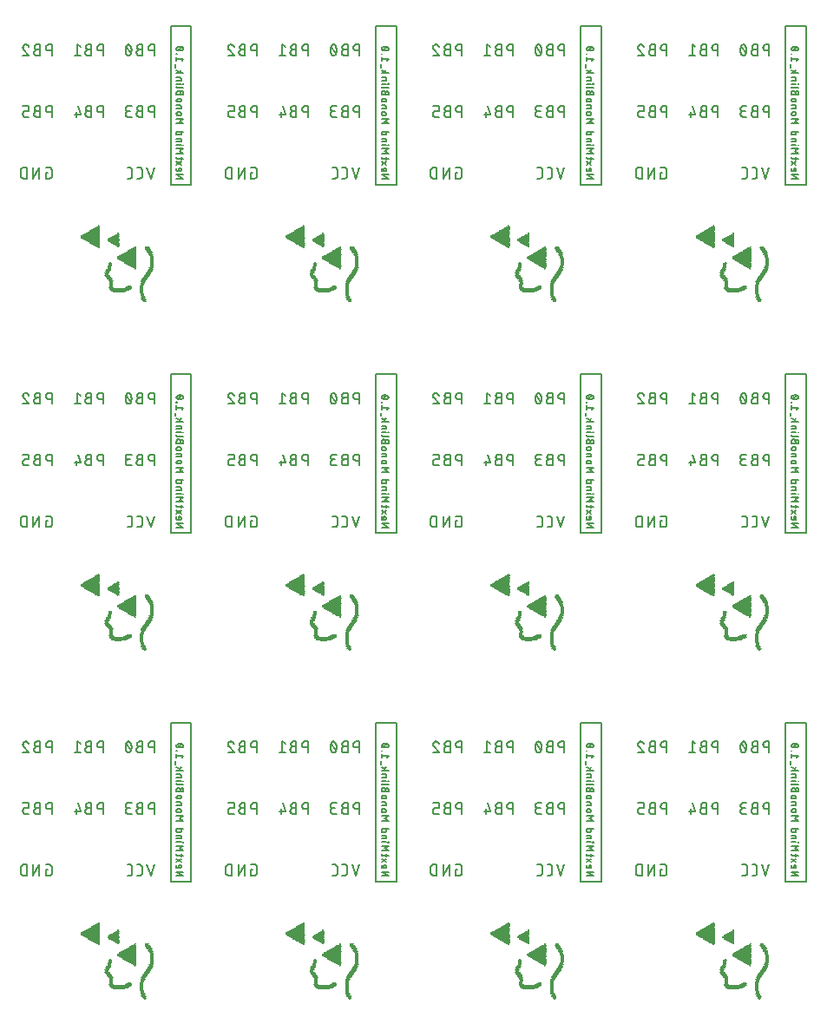
<source format=gbs>
G04 EAGLE Gerber X2 export*
%TF.Part,Single*%
%TF.FileFunction,Legend,Bot,1*%
%TF.FilePolarity,Positive*%
%TF.GenerationSoftware,Autodesk,EAGLE,8.6.0*%
%TF.CreationDate,2018-02-09T15:01:17Z*%
G75*
%MOMM*%
%FSLAX34Y34*%
%LPD*%
%AMOC8*
5,1,8,0,0,1.08239X$1,22.5*%
G01*
%ADD10C,0.127000*%
%ADD11C,0.203200*%
%ADD12R,0.250000X0.050000*%
%ADD13R,0.350000X0.050000*%
%ADD14R,0.400000X0.050000*%
%ADD15R,0.450000X0.050000*%
%ADD16R,0.750000X0.050000*%
%ADD17R,1.200000X0.050000*%
%ADD18R,1.450000X0.050000*%
%ADD19R,1.650000X0.050000*%
%ADD20R,1.800000X0.050000*%
%ADD21R,1.950000X0.050000*%
%ADD22R,2.100000X0.050000*%
%ADD23R,2.150000X0.050000*%
%ADD24R,0.850000X0.050000*%
%ADD25R,0.550000X0.050000*%
%ADD26R,0.650000X0.050000*%
%ADD27R,0.300000X0.050000*%
%ADD28R,0.500000X0.050000*%
%ADD29R,0.050000X0.050000*%
%ADD30R,0.200000X0.050000*%
%ADD31R,0.600000X0.050000*%
%ADD32R,0.700000X0.050000*%
%ADD33R,0.800000X0.050000*%
%ADD34R,0.900000X0.050000*%
%ADD35R,0.950000X0.050000*%
%ADD36R,1.050000X0.050000*%
%ADD37R,1.150000X0.050000*%
%ADD38R,0.150000X0.050000*%
%ADD39R,1.300000X0.050000*%
%ADD40R,1.400000X0.050000*%
%ADD41R,1.500000X0.050000*%
%ADD42R,1.550000X0.050000*%
%ADD43R,1.750000X0.050000*%
%ADD44R,1.850000X0.050000*%
%ADD45R,1.000000X0.050000*%
%ADD46R,1.100000X0.050000*%
%ADD47R,1.700000X0.050000*%
%ADD48R,1.600000X0.050000*%
%ADD49R,0.100000X0.050000*%
%ADD50R,1.350000X0.050000*%
%ADD51R,1.250000X0.050000*%


D10*
X170635Y140635D02*
X177493Y140635D01*
X170635Y144445D01*
X177493Y144445D01*
X170635Y149230D02*
X170635Y151135D01*
X170635Y149230D02*
X170637Y149164D01*
X170643Y149097D01*
X170652Y149032D01*
X170666Y148966D01*
X170683Y148902D01*
X170704Y148839D01*
X170728Y148777D01*
X170757Y148717D01*
X170788Y148659D01*
X170823Y148602D01*
X170861Y148547D01*
X170902Y148495D01*
X170947Y148446D01*
X170994Y148399D01*
X171043Y148354D01*
X171095Y148313D01*
X171150Y148275D01*
X171207Y148240D01*
X171265Y148209D01*
X171325Y148180D01*
X171387Y148156D01*
X171450Y148135D01*
X171514Y148118D01*
X171580Y148104D01*
X171645Y148095D01*
X171712Y148089D01*
X171778Y148087D01*
X173683Y148087D01*
X173760Y148089D01*
X173837Y148095D01*
X173914Y148105D01*
X173990Y148118D01*
X174065Y148136D01*
X174139Y148157D01*
X174212Y148182D01*
X174284Y148211D01*
X174354Y148243D01*
X174423Y148278D01*
X174489Y148318D01*
X174554Y148360D01*
X174616Y148406D01*
X174676Y148455D01*
X174733Y148506D01*
X174788Y148561D01*
X174839Y148618D01*
X174888Y148678D01*
X174934Y148740D01*
X174976Y148805D01*
X175016Y148871D01*
X175051Y148940D01*
X175083Y149010D01*
X175112Y149082D01*
X175137Y149155D01*
X175158Y149229D01*
X175176Y149304D01*
X175189Y149380D01*
X175199Y149457D01*
X175205Y149534D01*
X175207Y149611D01*
X175205Y149688D01*
X175199Y149765D01*
X175189Y149842D01*
X175176Y149918D01*
X175158Y149993D01*
X175137Y150067D01*
X175112Y150140D01*
X175083Y150212D01*
X175051Y150282D01*
X175016Y150351D01*
X174976Y150417D01*
X174934Y150482D01*
X174888Y150544D01*
X174839Y150604D01*
X174788Y150661D01*
X174733Y150716D01*
X174676Y150767D01*
X174616Y150816D01*
X174554Y150862D01*
X174489Y150904D01*
X174423Y150944D01*
X174354Y150979D01*
X174284Y151011D01*
X174212Y151040D01*
X174139Y151065D01*
X174065Y151086D01*
X173990Y151104D01*
X173914Y151117D01*
X173837Y151127D01*
X173760Y151133D01*
X173683Y151135D01*
X172921Y151135D01*
X172921Y148087D01*
X170635Y154183D02*
X175207Y157231D01*
X175207Y154183D02*
X170635Y157231D01*
X175207Y159598D02*
X175207Y161884D01*
X177493Y160360D02*
X171778Y160360D01*
X171712Y160362D01*
X171645Y160368D01*
X171580Y160377D01*
X171514Y160391D01*
X171450Y160408D01*
X171387Y160429D01*
X171325Y160453D01*
X171265Y160482D01*
X171207Y160513D01*
X171150Y160548D01*
X171095Y160586D01*
X171043Y160627D01*
X170994Y160672D01*
X170947Y160719D01*
X170902Y160768D01*
X170861Y160820D01*
X170823Y160875D01*
X170788Y160932D01*
X170757Y160990D01*
X170728Y161050D01*
X170704Y161112D01*
X170683Y161175D01*
X170666Y161239D01*
X170652Y161305D01*
X170643Y161370D01*
X170637Y161437D01*
X170635Y161503D01*
X170635Y161884D01*
X170635Y165369D02*
X177493Y165369D01*
X173683Y167655D01*
X177493Y169941D01*
X170635Y169941D01*
X170635Y173508D02*
X175207Y173508D01*
X177112Y173317D02*
X177493Y173317D01*
X177493Y173698D01*
X177112Y173698D01*
X177112Y173317D01*
X175207Y176860D02*
X170635Y176860D01*
X175207Y176860D02*
X175207Y178765D01*
X175205Y178831D01*
X175199Y178898D01*
X175190Y178963D01*
X175176Y179029D01*
X175159Y179093D01*
X175138Y179156D01*
X175114Y179218D01*
X175085Y179278D01*
X175054Y179337D01*
X175019Y179393D01*
X174981Y179448D01*
X174940Y179500D01*
X174895Y179549D01*
X174848Y179596D01*
X174799Y179641D01*
X174747Y179682D01*
X174692Y179720D01*
X174636Y179755D01*
X174577Y179786D01*
X174517Y179815D01*
X174455Y179839D01*
X174392Y179860D01*
X174328Y179877D01*
X174262Y179891D01*
X174197Y179900D01*
X174130Y179906D01*
X174064Y179908D01*
X170635Y179908D01*
X170635Y186436D02*
X177493Y186436D01*
X170635Y186436D02*
X170635Y184531D01*
X170637Y184465D01*
X170643Y184398D01*
X170652Y184333D01*
X170666Y184267D01*
X170683Y184203D01*
X170704Y184140D01*
X170728Y184078D01*
X170757Y184018D01*
X170788Y183960D01*
X170823Y183903D01*
X170861Y183848D01*
X170902Y183796D01*
X170947Y183747D01*
X170994Y183700D01*
X171043Y183655D01*
X171095Y183614D01*
X171150Y183576D01*
X171207Y183541D01*
X171265Y183510D01*
X171325Y183481D01*
X171387Y183457D01*
X171450Y183436D01*
X171514Y183419D01*
X171580Y183405D01*
X171645Y183396D01*
X171712Y183390D01*
X171778Y183388D01*
X174064Y183388D01*
X174130Y183390D01*
X174197Y183396D01*
X174262Y183405D01*
X174328Y183419D01*
X174392Y183436D01*
X174455Y183457D01*
X174517Y183481D01*
X174577Y183510D01*
X174636Y183541D01*
X174692Y183576D01*
X174747Y183614D01*
X174799Y183655D01*
X174848Y183700D01*
X174895Y183747D01*
X174940Y183796D01*
X174981Y183848D01*
X175019Y183903D01*
X175054Y183960D01*
X175085Y184018D01*
X175114Y184078D01*
X175138Y184140D01*
X175159Y184203D01*
X175176Y184267D01*
X175190Y184333D01*
X175199Y184398D01*
X175205Y184465D01*
X175207Y184531D01*
X175207Y186436D01*
X177493Y194386D02*
X170635Y194386D01*
X173683Y196672D02*
X177493Y194386D01*
X173683Y196672D02*
X177493Y198958D01*
X170635Y198958D01*
X172159Y202707D02*
X173683Y202707D01*
X173760Y202709D01*
X173837Y202715D01*
X173914Y202725D01*
X173990Y202738D01*
X174065Y202756D01*
X174139Y202777D01*
X174212Y202802D01*
X174284Y202831D01*
X174354Y202863D01*
X174423Y202898D01*
X174489Y202938D01*
X174554Y202980D01*
X174616Y203026D01*
X174676Y203075D01*
X174733Y203126D01*
X174788Y203181D01*
X174839Y203238D01*
X174888Y203298D01*
X174934Y203360D01*
X174976Y203425D01*
X175016Y203491D01*
X175051Y203560D01*
X175083Y203630D01*
X175112Y203702D01*
X175137Y203775D01*
X175158Y203849D01*
X175176Y203924D01*
X175189Y204000D01*
X175199Y204077D01*
X175205Y204154D01*
X175207Y204231D01*
X175205Y204308D01*
X175199Y204385D01*
X175189Y204462D01*
X175176Y204538D01*
X175158Y204613D01*
X175137Y204687D01*
X175112Y204760D01*
X175083Y204832D01*
X175051Y204902D01*
X175016Y204971D01*
X174976Y205037D01*
X174934Y205102D01*
X174888Y205164D01*
X174839Y205224D01*
X174788Y205281D01*
X174733Y205336D01*
X174676Y205387D01*
X174616Y205436D01*
X174554Y205482D01*
X174489Y205524D01*
X174423Y205564D01*
X174354Y205599D01*
X174284Y205631D01*
X174212Y205660D01*
X174139Y205685D01*
X174065Y205706D01*
X173990Y205724D01*
X173914Y205737D01*
X173837Y205747D01*
X173760Y205753D01*
X173683Y205755D01*
X172159Y205755D01*
X172082Y205753D01*
X172005Y205747D01*
X171928Y205737D01*
X171852Y205724D01*
X171777Y205706D01*
X171703Y205685D01*
X171630Y205660D01*
X171558Y205631D01*
X171488Y205599D01*
X171419Y205564D01*
X171353Y205524D01*
X171288Y205482D01*
X171226Y205436D01*
X171166Y205387D01*
X171109Y205336D01*
X171054Y205281D01*
X171003Y205224D01*
X170954Y205164D01*
X170908Y205102D01*
X170866Y205037D01*
X170826Y204971D01*
X170791Y204902D01*
X170759Y204832D01*
X170730Y204760D01*
X170705Y204687D01*
X170684Y204613D01*
X170666Y204538D01*
X170653Y204462D01*
X170643Y204385D01*
X170637Y204308D01*
X170635Y204231D01*
X170637Y204154D01*
X170643Y204077D01*
X170653Y204000D01*
X170666Y203924D01*
X170684Y203849D01*
X170705Y203775D01*
X170730Y203702D01*
X170759Y203630D01*
X170791Y203560D01*
X170826Y203491D01*
X170866Y203425D01*
X170908Y203360D01*
X170954Y203298D01*
X171003Y203238D01*
X171054Y203181D01*
X171109Y203126D01*
X171166Y203075D01*
X171226Y203026D01*
X171288Y202980D01*
X171353Y202938D01*
X171419Y202898D01*
X171488Y202863D01*
X171558Y202831D01*
X171630Y202802D01*
X171703Y202777D01*
X171777Y202756D01*
X171852Y202738D01*
X171928Y202725D01*
X172005Y202715D01*
X172082Y202709D01*
X172159Y202707D01*
X170635Y209291D02*
X175207Y209291D01*
X175207Y211196D01*
X175205Y211262D01*
X175199Y211329D01*
X175190Y211394D01*
X175176Y211460D01*
X175159Y211524D01*
X175138Y211587D01*
X175114Y211649D01*
X175085Y211709D01*
X175054Y211768D01*
X175019Y211824D01*
X174981Y211879D01*
X174940Y211931D01*
X174895Y211980D01*
X174848Y212027D01*
X174799Y212072D01*
X174747Y212113D01*
X174692Y212151D01*
X174636Y212186D01*
X174577Y212217D01*
X174517Y212246D01*
X174455Y212270D01*
X174392Y212291D01*
X174328Y212308D01*
X174262Y212322D01*
X174197Y212331D01*
X174130Y212337D01*
X174064Y212339D01*
X170635Y212339D01*
X172159Y215875D02*
X173683Y215875D01*
X173760Y215877D01*
X173837Y215883D01*
X173914Y215893D01*
X173990Y215906D01*
X174065Y215924D01*
X174139Y215945D01*
X174212Y215970D01*
X174284Y215999D01*
X174354Y216031D01*
X174423Y216066D01*
X174489Y216106D01*
X174554Y216148D01*
X174616Y216194D01*
X174676Y216243D01*
X174733Y216294D01*
X174788Y216349D01*
X174839Y216406D01*
X174888Y216466D01*
X174934Y216528D01*
X174976Y216593D01*
X175016Y216659D01*
X175051Y216728D01*
X175083Y216798D01*
X175112Y216870D01*
X175137Y216943D01*
X175158Y217017D01*
X175176Y217092D01*
X175189Y217168D01*
X175199Y217245D01*
X175205Y217322D01*
X175207Y217399D01*
X175205Y217476D01*
X175199Y217553D01*
X175189Y217630D01*
X175176Y217706D01*
X175158Y217781D01*
X175137Y217855D01*
X175112Y217928D01*
X175083Y218000D01*
X175051Y218070D01*
X175016Y218139D01*
X174976Y218205D01*
X174934Y218270D01*
X174888Y218332D01*
X174839Y218392D01*
X174788Y218449D01*
X174733Y218504D01*
X174676Y218555D01*
X174616Y218604D01*
X174554Y218650D01*
X174489Y218692D01*
X174423Y218732D01*
X174354Y218767D01*
X174284Y218799D01*
X174212Y218828D01*
X174139Y218853D01*
X174065Y218874D01*
X173990Y218892D01*
X173914Y218905D01*
X173837Y218915D01*
X173760Y218921D01*
X173683Y218923D01*
X172159Y218923D01*
X172082Y218921D01*
X172005Y218915D01*
X171928Y218905D01*
X171852Y218892D01*
X171777Y218874D01*
X171703Y218853D01*
X171630Y218828D01*
X171558Y218799D01*
X171488Y218767D01*
X171419Y218732D01*
X171353Y218692D01*
X171288Y218650D01*
X171226Y218604D01*
X171166Y218555D01*
X171109Y218504D01*
X171054Y218449D01*
X171003Y218392D01*
X170954Y218332D01*
X170908Y218270D01*
X170866Y218205D01*
X170826Y218139D01*
X170791Y218070D01*
X170759Y218000D01*
X170730Y217928D01*
X170705Y217855D01*
X170684Y217781D01*
X170666Y217706D01*
X170653Y217630D01*
X170643Y217553D01*
X170637Y217476D01*
X170635Y217399D01*
X170637Y217322D01*
X170643Y217245D01*
X170653Y217168D01*
X170666Y217092D01*
X170684Y217017D01*
X170705Y216943D01*
X170730Y216870D01*
X170759Y216798D01*
X170791Y216728D01*
X170826Y216659D01*
X170866Y216593D01*
X170908Y216528D01*
X170954Y216466D01*
X171003Y216406D01*
X171054Y216349D01*
X171109Y216294D01*
X171166Y216243D01*
X171226Y216194D01*
X171288Y216148D01*
X171353Y216106D01*
X171419Y216066D01*
X171488Y216031D01*
X171558Y215999D01*
X171630Y215970D01*
X171703Y215945D01*
X171777Y215924D01*
X171852Y215906D01*
X171928Y215893D01*
X172005Y215883D01*
X172082Y215877D01*
X172159Y215875D01*
X174445Y222725D02*
X174445Y224630D01*
X174443Y224715D01*
X174437Y224801D01*
X174428Y224886D01*
X174414Y224970D01*
X174397Y225054D01*
X174376Y225137D01*
X174352Y225219D01*
X174324Y225299D01*
X174292Y225379D01*
X174256Y225457D01*
X174218Y225533D01*
X174175Y225607D01*
X174130Y225679D01*
X174081Y225750D01*
X174029Y225818D01*
X173975Y225883D01*
X173917Y225946D01*
X173856Y226007D01*
X173793Y226065D01*
X173728Y226119D01*
X173660Y226171D01*
X173589Y226220D01*
X173517Y226265D01*
X173443Y226308D01*
X173367Y226346D01*
X173289Y226382D01*
X173209Y226414D01*
X173129Y226442D01*
X173047Y226466D01*
X172964Y226487D01*
X172880Y226504D01*
X172796Y226518D01*
X172711Y226527D01*
X172625Y226533D01*
X172540Y226535D01*
X172455Y226533D01*
X172369Y226527D01*
X172284Y226518D01*
X172200Y226504D01*
X172116Y226487D01*
X172033Y226466D01*
X171951Y226442D01*
X171871Y226414D01*
X171791Y226382D01*
X171713Y226346D01*
X171637Y226308D01*
X171563Y226265D01*
X171491Y226220D01*
X171420Y226171D01*
X171352Y226119D01*
X171287Y226065D01*
X171224Y226007D01*
X171163Y225946D01*
X171105Y225883D01*
X171051Y225818D01*
X170999Y225750D01*
X170950Y225679D01*
X170905Y225607D01*
X170862Y225533D01*
X170824Y225457D01*
X170788Y225379D01*
X170756Y225299D01*
X170728Y225219D01*
X170704Y225137D01*
X170683Y225054D01*
X170666Y224970D01*
X170652Y224886D01*
X170643Y224801D01*
X170637Y224715D01*
X170635Y224630D01*
X170635Y222725D01*
X177493Y222725D01*
X177493Y224630D01*
X177491Y224707D01*
X177485Y224784D01*
X177475Y224861D01*
X177462Y224937D01*
X177444Y225012D01*
X177423Y225086D01*
X177398Y225159D01*
X177369Y225231D01*
X177337Y225301D01*
X177302Y225370D01*
X177262Y225436D01*
X177220Y225501D01*
X177174Y225563D01*
X177125Y225623D01*
X177074Y225680D01*
X177019Y225735D01*
X176962Y225786D01*
X176902Y225835D01*
X176840Y225881D01*
X176775Y225923D01*
X176709Y225963D01*
X176640Y225998D01*
X176570Y226030D01*
X176498Y226059D01*
X176425Y226084D01*
X176351Y226105D01*
X176276Y226123D01*
X176200Y226136D01*
X176123Y226146D01*
X176046Y226152D01*
X175969Y226154D01*
X175892Y226152D01*
X175815Y226146D01*
X175738Y226136D01*
X175662Y226123D01*
X175587Y226105D01*
X175513Y226084D01*
X175440Y226059D01*
X175368Y226030D01*
X175298Y225998D01*
X175229Y225963D01*
X175163Y225923D01*
X175098Y225881D01*
X175036Y225835D01*
X174976Y225786D01*
X174919Y225735D01*
X174864Y225680D01*
X174813Y225623D01*
X174764Y225563D01*
X174718Y225501D01*
X174676Y225436D01*
X174636Y225370D01*
X174601Y225301D01*
X174569Y225231D01*
X174540Y225159D01*
X174515Y225086D01*
X174494Y225012D01*
X174476Y224937D01*
X174463Y224861D01*
X174453Y224784D01*
X174447Y224707D01*
X174445Y224630D01*
X171778Y229555D02*
X177493Y229555D01*
X171778Y229555D02*
X171712Y229557D01*
X171645Y229563D01*
X171580Y229572D01*
X171514Y229586D01*
X171450Y229603D01*
X171387Y229624D01*
X171325Y229648D01*
X171265Y229677D01*
X171207Y229708D01*
X171150Y229743D01*
X171095Y229781D01*
X171043Y229822D01*
X170994Y229867D01*
X170947Y229914D01*
X170902Y229963D01*
X170861Y230015D01*
X170823Y230070D01*
X170788Y230127D01*
X170757Y230185D01*
X170728Y230245D01*
X170704Y230307D01*
X170683Y230370D01*
X170666Y230434D01*
X170652Y230500D01*
X170643Y230565D01*
X170637Y230632D01*
X170635Y230698D01*
X170635Y233248D02*
X175207Y233248D01*
X177112Y233058D02*
X177493Y233058D01*
X177493Y233439D01*
X177112Y233439D01*
X177112Y233058D01*
X175207Y236601D02*
X170635Y236601D01*
X175207Y236601D02*
X175207Y238506D01*
X175205Y238572D01*
X175199Y238639D01*
X175190Y238704D01*
X175176Y238770D01*
X175159Y238834D01*
X175138Y238897D01*
X175114Y238959D01*
X175085Y239019D01*
X175054Y239078D01*
X175019Y239134D01*
X174981Y239189D01*
X174940Y239241D01*
X174895Y239290D01*
X174848Y239337D01*
X174799Y239382D01*
X174747Y239423D01*
X174692Y239461D01*
X174636Y239496D01*
X174577Y239527D01*
X174517Y239556D01*
X174455Y239580D01*
X174392Y239601D01*
X174328Y239618D01*
X174262Y239632D01*
X174197Y239641D01*
X174130Y239647D01*
X174064Y239649D01*
X170635Y239649D01*
X170635Y243556D02*
X177493Y243556D01*
X175207Y246604D02*
X172921Y243556D01*
X173874Y244890D02*
X170635Y246604D01*
X169873Y249280D02*
X169873Y252328D01*
X175969Y255483D02*
X177493Y257388D01*
X170635Y257388D01*
X170635Y255483D02*
X170635Y259293D01*
X170635Y262318D02*
X171016Y262318D01*
X171016Y262699D01*
X170635Y262699D01*
X170635Y262318D01*
X174064Y265724D02*
X174206Y265726D01*
X174349Y265731D01*
X174491Y265740D01*
X174633Y265753D01*
X174774Y265769D01*
X174915Y265788D01*
X175056Y265812D01*
X175196Y265838D01*
X175335Y265869D01*
X175473Y265903D01*
X175611Y265940D01*
X175747Y265980D01*
X175883Y266025D01*
X176017Y266072D01*
X176150Y266123D01*
X176282Y266177D01*
X176412Y266235D01*
X176541Y266296D01*
X176540Y266295D02*
X176609Y266321D01*
X176675Y266350D01*
X176741Y266382D01*
X176804Y266417D01*
X176866Y266456D01*
X176926Y266498D01*
X176983Y266543D01*
X177038Y266591D01*
X177090Y266642D01*
X177140Y266695D01*
X177186Y266751D01*
X177230Y266809D01*
X177271Y266870D01*
X177309Y266932D01*
X177343Y266996D01*
X177374Y267062D01*
X177402Y267130D01*
X177426Y267199D01*
X177446Y267269D01*
X177463Y267340D01*
X177476Y267411D01*
X177485Y267483D01*
X177491Y267556D01*
X177493Y267629D01*
X177491Y267702D01*
X177485Y267775D01*
X177476Y267847D01*
X177463Y267918D01*
X177446Y267989D01*
X177426Y268059D01*
X177402Y268128D01*
X177374Y268196D01*
X177343Y268262D01*
X177309Y268326D01*
X177271Y268388D01*
X177230Y268449D01*
X177186Y268507D01*
X177140Y268563D01*
X177090Y268616D01*
X177038Y268667D01*
X176983Y268715D01*
X176926Y268760D01*
X176866Y268802D01*
X176804Y268841D01*
X176741Y268876D01*
X176675Y268908D01*
X176609Y268937D01*
X176540Y268963D01*
X176541Y268963D02*
X176412Y269024D01*
X176282Y269082D01*
X176150Y269136D01*
X176017Y269187D01*
X175883Y269234D01*
X175747Y269279D01*
X175611Y269319D01*
X175473Y269356D01*
X175335Y269390D01*
X175196Y269421D01*
X175056Y269447D01*
X174915Y269471D01*
X174774Y269490D01*
X174633Y269506D01*
X174491Y269519D01*
X174349Y269528D01*
X174206Y269533D01*
X174064Y269535D01*
X174064Y265724D02*
X173922Y265726D01*
X173779Y265731D01*
X173637Y265740D01*
X173495Y265753D01*
X173354Y265769D01*
X173213Y265788D01*
X173072Y265812D01*
X172932Y265838D01*
X172793Y265869D01*
X172655Y265903D01*
X172517Y265940D01*
X172381Y265980D01*
X172245Y266025D01*
X172111Y266072D01*
X171978Y266123D01*
X171846Y266177D01*
X171716Y266235D01*
X171587Y266296D01*
X171588Y266295D02*
X171519Y266321D01*
X171453Y266350D01*
X171387Y266382D01*
X171324Y266417D01*
X171262Y266456D01*
X171202Y266498D01*
X171145Y266543D01*
X171090Y266591D01*
X171038Y266642D01*
X170988Y266695D01*
X170942Y266751D01*
X170898Y266809D01*
X170857Y266870D01*
X170819Y266932D01*
X170785Y266996D01*
X170754Y267062D01*
X170726Y267130D01*
X170702Y267199D01*
X170682Y267269D01*
X170665Y267340D01*
X170652Y267411D01*
X170643Y267483D01*
X170637Y267556D01*
X170635Y267629D01*
X171587Y268963D02*
X171716Y269024D01*
X171846Y269082D01*
X171978Y269136D01*
X172111Y269187D01*
X172245Y269234D01*
X172381Y269279D01*
X172517Y269319D01*
X172655Y269356D01*
X172793Y269390D01*
X172932Y269421D01*
X173072Y269447D01*
X173213Y269471D01*
X173354Y269490D01*
X173495Y269506D01*
X173637Y269519D01*
X173779Y269528D01*
X173922Y269533D01*
X174064Y269535D01*
X171588Y268963D02*
X171519Y268937D01*
X171453Y268908D01*
X171387Y268876D01*
X171324Y268841D01*
X171262Y268802D01*
X171202Y268760D01*
X171145Y268715D01*
X171090Y268667D01*
X171038Y268616D01*
X170988Y268563D01*
X170942Y268507D01*
X170898Y268449D01*
X170857Y268388D01*
X170819Y268326D01*
X170785Y268262D01*
X170754Y268196D01*
X170726Y268128D01*
X170702Y268059D01*
X170682Y267989D01*
X170665Y267918D01*
X170652Y267847D01*
X170643Y267775D01*
X170637Y267702D01*
X170635Y267629D01*
X172159Y266105D02*
X175969Y269153D01*
D11*
X185000Y290000D02*
X165000Y290000D01*
X165000Y135000D01*
X185000Y135000D01*
X185000Y290000D01*
D12*
X139500Y20000D03*
D13*
X139500Y20500D03*
D14*
X139250Y21000D03*
X139250Y21500D03*
D15*
X139000Y22000D03*
D14*
X138750Y22500D03*
D15*
X138500Y23000D03*
D14*
X138250Y23500D03*
X138250Y24000D03*
D15*
X138000Y24500D03*
D14*
X137750Y25000D03*
X137750Y25500D03*
X137250Y26000D03*
X137250Y26500D03*
X137250Y27000D03*
X137250Y27500D03*
D13*
X137000Y28000D03*
D14*
X136750Y28500D03*
X136750Y29000D03*
X136750Y29500D03*
D16*
X114000Y29500D03*
D14*
X136750Y30000D03*
D17*
X114250Y30000D03*
D14*
X136750Y30500D03*
D18*
X114500Y30500D03*
D14*
X136750Y31000D03*
D19*
X115000Y31000D03*
D14*
X136750Y31500D03*
D20*
X115250Y31500D03*
D14*
X136750Y32000D03*
D21*
X115500Y32000D03*
D14*
X136750Y32500D03*
D22*
X115750Y32500D03*
D14*
X136750Y33000D03*
D23*
X116000Y33000D03*
D14*
X136750Y33500D03*
D24*
X122500Y33500D03*
D25*
X107500Y33500D03*
D14*
X136750Y34000D03*
D26*
X123500Y34000D03*
D15*
X107000Y34000D03*
D14*
X136750Y34500D03*
D25*
X124000Y34500D03*
D14*
X106750Y34500D03*
X136750Y35000D03*
D15*
X124500Y35000D03*
D14*
X106750Y35000D03*
X136750Y35500D03*
D27*
X124750Y35500D03*
D14*
X106750Y35500D03*
X136750Y36000D03*
X106750Y36000D03*
D13*
X137000Y36500D03*
D14*
X106750Y36500D03*
X137250Y37000D03*
X106750Y37000D03*
X137250Y37500D03*
D13*
X107000Y37500D03*
D14*
X137250Y38000D03*
D13*
X107000Y38000D03*
D14*
X137750Y38500D03*
D13*
X107000Y38500D03*
D14*
X137750Y39000D03*
D13*
X107000Y39000D03*
D15*
X138000Y39500D03*
D14*
X106750Y39500D03*
X138250Y40000D03*
X106750Y40000D03*
D15*
X138500Y40500D03*
D14*
X106750Y40500D03*
D15*
X138500Y41000D03*
X106500Y41000D03*
X139000Y41500D03*
D14*
X106250Y41500D03*
D28*
X139250Y42000D03*
D15*
X106000Y42000D03*
X139500Y42500D03*
X105500Y42500D03*
X140000Y43000D03*
D28*
X105250Y43000D03*
X140250Y43500D03*
X104750Y43500D03*
D15*
X140500Y44000D03*
D25*
X104500Y44000D03*
D15*
X141000Y44500D03*
D25*
X104000Y44500D03*
D28*
X141250Y45000D03*
X103750Y45000D03*
X141750Y45500D03*
D15*
X103500Y45500D03*
X142000Y46000D03*
X103000Y46000D03*
D28*
X142250Y46500D03*
D14*
X102750Y46500D03*
D28*
X142750Y47000D03*
D14*
X102750Y47000D03*
D15*
X143000Y47500D03*
D14*
X102750Y47500D03*
D15*
X143500Y48000D03*
D14*
X102750Y48000D03*
D15*
X143500Y48500D03*
X103000Y48500D03*
X144000Y49000D03*
D14*
X103250Y49000D03*
D15*
X144000Y49500D03*
D14*
X103250Y49500D03*
D15*
X144500Y50000D03*
X103500Y50000D03*
D14*
X144750Y50500D03*
X103750Y50500D03*
D15*
X145000Y51000D03*
X104000Y51000D03*
D14*
X145250Y51500D03*
X104250Y51500D03*
D15*
X145500Y52000D03*
D29*
X130500Y52000D03*
D15*
X104500Y52000D03*
D14*
X145750Y52500D03*
D30*
X130250Y52500D03*
D14*
X104750Y52500D03*
X145750Y53000D03*
D12*
X130000Y53000D03*
D14*
X104750Y53000D03*
D15*
X146000Y53500D03*
D13*
X129500Y53500D03*
D14*
X105250Y53500D03*
X146250Y54000D03*
D15*
X129000Y54000D03*
D14*
X105250Y54000D03*
X146250Y54500D03*
D25*
X128500Y54500D03*
D14*
X105250Y54500D03*
X146250Y55000D03*
D31*
X128250Y55000D03*
D13*
X105500Y55000D03*
X146500Y55500D03*
D32*
X127750Y55500D03*
D14*
X105750Y55500D03*
X146750Y56000D03*
D33*
X127250Y56000D03*
D14*
X105750Y56000D03*
X146750Y56500D03*
D34*
X126750Y56500D03*
D14*
X105750Y56500D03*
X146750Y57000D03*
D35*
X126500Y57000D03*
D14*
X105750Y57000D03*
X146750Y57500D03*
D36*
X126000Y57500D03*
D13*
X106000Y57500D03*
D14*
X146750Y58000D03*
D37*
X125500Y58000D03*
D27*
X105750Y58000D03*
D14*
X146750Y58500D03*
D17*
X125250Y58500D03*
D38*
X106000Y58500D03*
D14*
X146750Y59000D03*
D39*
X124750Y59000D03*
D14*
X146750Y59500D03*
D40*
X124250Y59500D03*
D14*
X146750Y60000D03*
D41*
X123750Y60000D03*
D14*
X146750Y60500D03*
D42*
X123500Y60500D03*
D14*
X146750Y61000D03*
D19*
X123000Y61000D03*
D14*
X146750Y61500D03*
D43*
X122500Y61500D03*
D14*
X146750Y62000D03*
D20*
X122250Y62000D03*
D14*
X146750Y62500D03*
D44*
X122000Y62500D03*
D13*
X146500Y63000D03*
D44*
X122000Y63000D03*
D14*
X146250Y63500D03*
D44*
X122000Y63500D03*
D14*
X146250Y64000D03*
D20*
X122250Y64000D03*
D14*
X146250Y64500D03*
D43*
X122500Y64500D03*
D14*
X145750Y65000D03*
D19*
X123000Y65000D03*
D14*
X145750Y65500D03*
D42*
X123500Y65500D03*
D14*
X145750Y66000D03*
D18*
X124000Y66000D03*
D15*
X145500Y66500D03*
D40*
X124250Y66500D03*
D14*
X145250Y67000D03*
D39*
X124750Y67000D03*
D15*
X145000Y67500D03*
D17*
X125250Y67500D03*
D14*
X144750Y68000D03*
D37*
X125500Y68000D03*
D15*
X144500Y68500D03*
D36*
X126000Y68500D03*
D15*
X144000Y69000D03*
D35*
X126500Y69000D03*
D15*
X144000Y69500D03*
D24*
X127000Y69500D03*
D15*
X143500Y70000D03*
D33*
X127250Y70000D03*
D28*
X143250Y70500D03*
D32*
X127750Y70500D03*
D15*
X143000Y71000D03*
D31*
X128250Y71000D03*
D15*
X142500Y71500D03*
D28*
X128750Y71500D03*
X142250Y72000D03*
D15*
X129000Y72000D03*
X142000Y72500D03*
D13*
X129500Y72500D03*
D14*
X141750Y73000D03*
D12*
X130000Y73000D03*
D30*
X94750Y73000D03*
D13*
X142000Y73500D03*
D38*
X130500Y73500D03*
D29*
X114000Y73500D03*
D12*
X94500Y73500D03*
D27*
X141750Y74000D03*
D30*
X113750Y74000D03*
D13*
X94000Y74000D03*
D27*
X113250Y74500D03*
D15*
X93500Y74500D03*
D13*
X113000Y75000D03*
D25*
X93000Y75000D03*
D15*
X112500Y75500D03*
D31*
X92750Y75500D03*
D25*
X112000Y76000D03*
D32*
X92250Y76000D03*
D26*
X111500Y76500D03*
D33*
X91750Y76500D03*
D32*
X111250Y77000D03*
D34*
X91250Y77000D03*
D33*
X110750Y77500D03*
D35*
X91000Y77500D03*
D34*
X110250Y78000D03*
D36*
X90500Y78000D03*
D45*
X109750Y78500D03*
D37*
X90000Y78500D03*
D36*
X109500Y79000D03*
D17*
X89750Y79000D03*
D37*
X109000Y79500D03*
D39*
X89250Y79500D03*
D37*
X109000Y80000D03*
D40*
X88750Y80000D03*
D37*
X109000Y80500D03*
D41*
X88250Y80500D03*
D37*
X109000Y81000D03*
D42*
X88000Y81000D03*
D46*
X109250Y81500D03*
D19*
X87500Y81500D03*
D45*
X109750Y82000D03*
D43*
X87000Y82000D03*
D34*
X110250Y82500D03*
D20*
X86750Y82500D03*
D24*
X110500Y83000D03*
D44*
X86500Y83000D03*
D16*
X111000Y83500D03*
D44*
X86500Y83500D03*
D26*
X111500Y84000D03*
D44*
X86500Y84000D03*
D25*
X112000Y84500D03*
D44*
X86500Y84500D03*
D28*
X112250Y85000D03*
D43*
X87000Y85000D03*
D14*
X112750Y85500D03*
D47*
X87250Y85500D03*
D27*
X113250Y86000D03*
D48*
X87750Y86000D03*
D30*
X113750Y86500D03*
D41*
X88250Y86500D03*
D49*
X113750Y87000D03*
D40*
X88750Y87000D03*
D50*
X89000Y87500D03*
D51*
X89500Y88000D03*
D37*
X90000Y88500D03*
D36*
X90500Y89000D03*
D45*
X90750Y89500D03*
D34*
X91250Y90000D03*
D33*
X91750Y90500D03*
D16*
X92000Y91000D03*
D26*
X92500Y91500D03*
D25*
X93000Y92000D03*
D15*
X93500Y92500D03*
D14*
X93750Y93000D03*
D27*
X94250Y93500D03*
D30*
X94750Y94000D03*
D29*
X95000Y94500D03*
D11*
X44835Y146943D02*
X43057Y146943D01*
X43057Y141016D01*
X46613Y141016D01*
X46708Y141018D01*
X46804Y141024D01*
X46899Y141033D01*
X46993Y141047D01*
X47087Y141064D01*
X47180Y141085D01*
X47273Y141110D01*
X47364Y141138D01*
X47454Y141170D01*
X47542Y141206D01*
X47629Y141245D01*
X47715Y141288D01*
X47799Y141334D01*
X47880Y141383D01*
X47960Y141436D01*
X48037Y141492D01*
X48113Y141550D01*
X48185Y141612D01*
X48255Y141677D01*
X48323Y141745D01*
X48388Y141815D01*
X48450Y141887D01*
X48508Y141963D01*
X48564Y142040D01*
X48617Y142120D01*
X48666Y142202D01*
X48712Y142285D01*
X48755Y142371D01*
X48794Y142458D01*
X48830Y142546D01*
X48862Y142636D01*
X48890Y142727D01*
X48915Y142820D01*
X48936Y142913D01*
X48953Y143007D01*
X48967Y143101D01*
X48976Y143196D01*
X48982Y143292D01*
X48984Y143387D01*
X48984Y149313D01*
X48982Y149408D01*
X48976Y149504D01*
X48967Y149599D01*
X48953Y149693D01*
X48936Y149787D01*
X48915Y149880D01*
X48890Y149973D01*
X48862Y150064D01*
X48830Y150154D01*
X48794Y150242D01*
X48755Y150329D01*
X48712Y150415D01*
X48666Y150498D01*
X48617Y150580D01*
X48564Y150660D01*
X48508Y150737D01*
X48450Y150813D01*
X48388Y150885D01*
X48323Y150955D01*
X48255Y151023D01*
X48185Y151088D01*
X48113Y151150D01*
X48037Y151208D01*
X47960Y151264D01*
X47880Y151317D01*
X47799Y151366D01*
X47715Y151412D01*
X47629Y151455D01*
X47542Y151494D01*
X47454Y151530D01*
X47364Y151562D01*
X47273Y151590D01*
X47180Y151615D01*
X47087Y151636D01*
X46993Y151653D01*
X46899Y151667D01*
X46804Y151676D01*
X46709Y151682D01*
X46613Y151684D01*
X43057Y151684D01*
X36792Y151684D02*
X36792Y141016D01*
X30865Y141016D02*
X36792Y151684D01*
X30865Y151684D02*
X30865Y141016D01*
X24600Y141016D02*
X24600Y151684D01*
X21637Y151684D01*
X21529Y151682D01*
X21421Y151676D01*
X21313Y151666D01*
X21206Y151652D01*
X21099Y151635D01*
X20993Y151613D01*
X20888Y151588D01*
X20783Y151558D01*
X20680Y151525D01*
X20579Y151488D01*
X20478Y151448D01*
X20379Y151404D01*
X20282Y151356D01*
X20187Y151305D01*
X20093Y151250D01*
X20002Y151192D01*
X19913Y151131D01*
X19826Y151066D01*
X19742Y150999D01*
X19660Y150928D01*
X19580Y150854D01*
X19504Y150778D01*
X19430Y150698D01*
X19360Y150616D01*
X19292Y150532D01*
X19227Y150445D01*
X19166Y150356D01*
X19108Y150265D01*
X19053Y150171D01*
X19002Y150076D01*
X18954Y149979D01*
X18910Y149880D01*
X18870Y149779D01*
X18833Y149678D01*
X18800Y149575D01*
X18770Y149470D01*
X18745Y149365D01*
X18723Y149259D01*
X18706Y149152D01*
X18692Y149045D01*
X18682Y148937D01*
X18676Y148829D01*
X18674Y148721D01*
X18673Y148721D02*
X18673Y143979D01*
X18674Y143979D02*
X18676Y143873D01*
X18682Y143768D01*
X18691Y143662D01*
X18704Y143557D01*
X18721Y143453D01*
X18742Y143349D01*
X18766Y143246D01*
X18794Y143144D01*
X18826Y143043D01*
X18861Y142944D01*
X18900Y142845D01*
X18942Y142748D01*
X18987Y142653D01*
X19036Y142559D01*
X19089Y142467D01*
X19144Y142377D01*
X19203Y142289D01*
X19265Y142203D01*
X19330Y142120D01*
X19398Y142039D01*
X19468Y141960D01*
X19542Y141884D01*
X19618Y141810D01*
X19697Y141740D01*
X19778Y141672D01*
X19861Y141607D01*
X19947Y141545D01*
X20035Y141486D01*
X20125Y141431D01*
X20217Y141378D01*
X20311Y141329D01*
X20406Y141284D01*
X20503Y141242D01*
X20602Y141203D01*
X20701Y141168D01*
X20802Y141136D01*
X20904Y141108D01*
X21007Y141084D01*
X21111Y141063D01*
X21215Y141046D01*
X21320Y141033D01*
X21426Y141024D01*
X21531Y141018D01*
X21637Y141016D01*
X24600Y141016D01*
X148984Y261016D02*
X148984Y271684D01*
X146021Y271684D01*
X145914Y271682D01*
X145807Y271676D01*
X145701Y271667D01*
X145595Y271653D01*
X145489Y271636D01*
X145384Y271615D01*
X145280Y271590D01*
X145177Y271561D01*
X145075Y271529D01*
X144974Y271493D01*
X144875Y271453D01*
X144777Y271410D01*
X144681Y271363D01*
X144586Y271313D01*
X144493Y271260D01*
X144403Y271203D01*
X144314Y271143D01*
X144228Y271080D01*
X144144Y271014D01*
X144062Y270944D01*
X143983Y270872D01*
X143907Y270797D01*
X143833Y270719D01*
X143763Y270639D01*
X143695Y270556D01*
X143630Y270471D01*
X143569Y270384D01*
X143510Y270294D01*
X143455Y270203D01*
X143403Y270109D01*
X143355Y270013D01*
X143310Y269916D01*
X143268Y269818D01*
X143231Y269718D01*
X143196Y269616D01*
X143166Y269514D01*
X143139Y269410D01*
X143116Y269306D01*
X143097Y269200D01*
X143082Y269094D01*
X143070Y268988D01*
X143062Y268881D01*
X143058Y268774D01*
X143058Y268668D01*
X143062Y268561D01*
X143070Y268454D01*
X143082Y268348D01*
X143097Y268242D01*
X143116Y268136D01*
X143139Y268032D01*
X143166Y267928D01*
X143196Y267826D01*
X143231Y267724D01*
X143268Y267624D01*
X143310Y267526D01*
X143355Y267429D01*
X143403Y267333D01*
X143455Y267240D01*
X143510Y267148D01*
X143569Y267058D01*
X143630Y266971D01*
X143695Y266886D01*
X143763Y266803D01*
X143833Y266723D01*
X143907Y266645D01*
X143983Y266570D01*
X144062Y266498D01*
X144144Y266428D01*
X144228Y266362D01*
X144314Y266299D01*
X144403Y266239D01*
X144493Y266182D01*
X144586Y266129D01*
X144681Y266079D01*
X144777Y266032D01*
X144875Y265989D01*
X144974Y265949D01*
X145075Y265913D01*
X145177Y265881D01*
X145280Y265852D01*
X145384Y265827D01*
X145489Y265806D01*
X145595Y265789D01*
X145701Y265775D01*
X145807Y265766D01*
X145914Y265760D01*
X146021Y265758D01*
X146021Y265757D02*
X148984Y265757D01*
X137554Y266943D02*
X134591Y266943D01*
X134591Y266942D02*
X134484Y266940D01*
X134377Y266934D01*
X134271Y266925D01*
X134165Y266911D01*
X134059Y266894D01*
X133954Y266873D01*
X133850Y266848D01*
X133747Y266819D01*
X133645Y266787D01*
X133544Y266751D01*
X133445Y266711D01*
X133347Y266668D01*
X133251Y266621D01*
X133156Y266571D01*
X133063Y266518D01*
X132973Y266461D01*
X132884Y266401D01*
X132798Y266338D01*
X132714Y266272D01*
X132632Y266202D01*
X132553Y266130D01*
X132477Y266055D01*
X132403Y265977D01*
X132333Y265897D01*
X132265Y265814D01*
X132200Y265729D01*
X132139Y265642D01*
X132080Y265552D01*
X132025Y265461D01*
X131973Y265367D01*
X131925Y265271D01*
X131880Y265174D01*
X131838Y265076D01*
X131801Y264976D01*
X131766Y264874D01*
X131736Y264772D01*
X131709Y264668D01*
X131686Y264564D01*
X131667Y264458D01*
X131652Y264352D01*
X131640Y264246D01*
X131632Y264139D01*
X131628Y264032D01*
X131628Y263926D01*
X131632Y263819D01*
X131640Y263712D01*
X131652Y263606D01*
X131667Y263500D01*
X131686Y263394D01*
X131709Y263290D01*
X131736Y263186D01*
X131766Y263084D01*
X131801Y262982D01*
X131838Y262882D01*
X131880Y262784D01*
X131925Y262687D01*
X131973Y262591D01*
X132025Y262498D01*
X132080Y262406D01*
X132139Y262316D01*
X132200Y262229D01*
X132265Y262144D01*
X132333Y262061D01*
X132403Y261981D01*
X132477Y261903D01*
X132553Y261828D01*
X132632Y261756D01*
X132714Y261686D01*
X132798Y261620D01*
X132884Y261557D01*
X132973Y261497D01*
X133063Y261440D01*
X133156Y261387D01*
X133251Y261337D01*
X133347Y261290D01*
X133445Y261247D01*
X133544Y261207D01*
X133645Y261171D01*
X133747Y261139D01*
X133850Y261110D01*
X133954Y261085D01*
X134059Y261064D01*
X134165Y261047D01*
X134271Y261033D01*
X134377Y261024D01*
X134484Y261018D01*
X134591Y261016D01*
X137554Y261016D01*
X137554Y271684D01*
X134591Y271684D01*
X134494Y271682D01*
X134398Y271676D01*
X134302Y271666D01*
X134206Y271652D01*
X134111Y271635D01*
X134016Y271613D01*
X133923Y271588D01*
X133831Y271559D01*
X133740Y271526D01*
X133650Y271489D01*
X133562Y271449D01*
X133476Y271405D01*
X133392Y271358D01*
X133309Y271308D01*
X133229Y271254D01*
X133151Y271196D01*
X133075Y271136D01*
X133002Y271073D01*
X132932Y271007D01*
X132864Y270937D01*
X132799Y270866D01*
X132737Y270791D01*
X132679Y270714D01*
X132623Y270635D01*
X132571Y270554D01*
X132522Y270470D01*
X132476Y270385D01*
X132434Y270298D01*
X132396Y270209D01*
X132361Y270119D01*
X132330Y270027D01*
X132303Y269934D01*
X132279Y269841D01*
X132260Y269746D01*
X132244Y269650D01*
X132232Y269554D01*
X132224Y269458D01*
X132220Y269361D01*
X132220Y269265D01*
X132224Y269168D01*
X132232Y269072D01*
X132244Y268976D01*
X132260Y268880D01*
X132279Y268785D01*
X132303Y268692D01*
X132330Y268599D01*
X132361Y268507D01*
X132396Y268417D01*
X132434Y268328D01*
X132476Y268241D01*
X132522Y268156D01*
X132571Y268072D01*
X132623Y267991D01*
X132679Y267912D01*
X132737Y267835D01*
X132799Y267760D01*
X132864Y267689D01*
X132932Y267619D01*
X133002Y267553D01*
X133075Y267490D01*
X133151Y267430D01*
X133229Y267372D01*
X133309Y267318D01*
X133392Y267268D01*
X133476Y267221D01*
X133562Y267177D01*
X133650Y267137D01*
X133740Y267100D01*
X133831Y267067D01*
X133923Y267038D01*
X134016Y267013D01*
X134111Y266991D01*
X134206Y266974D01*
X134302Y266960D01*
X134398Y266950D01*
X134494Y266944D01*
X134591Y266942D01*
X126759Y266350D02*
X126756Y266560D01*
X126749Y266770D01*
X126736Y266979D01*
X126719Y267188D01*
X126696Y267397D01*
X126669Y267605D01*
X126637Y267812D01*
X126599Y268019D01*
X126557Y268224D01*
X126510Y268429D01*
X126458Y268632D01*
X126401Y268834D01*
X126339Y269035D01*
X126273Y269234D01*
X126201Y269431D01*
X126125Y269627D01*
X126045Y269821D01*
X125960Y270013D01*
X125870Y270202D01*
X125839Y270287D01*
X125805Y270371D01*
X125767Y270453D01*
X125725Y270534D01*
X125680Y270613D01*
X125632Y270690D01*
X125581Y270765D01*
X125527Y270837D01*
X125470Y270908D01*
X125410Y270976D01*
X125347Y271041D01*
X125282Y271104D01*
X125214Y271164D01*
X125143Y271221D01*
X125071Y271275D01*
X124996Y271327D01*
X124919Y271375D01*
X124840Y271420D01*
X124759Y271461D01*
X124677Y271499D01*
X124593Y271534D01*
X124508Y271565D01*
X124422Y271593D01*
X124335Y271617D01*
X124246Y271637D01*
X124157Y271654D01*
X124067Y271667D01*
X123977Y271677D01*
X123887Y271682D01*
X123796Y271684D01*
X123705Y271682D01*
X123615Y271677D01*
X123525Y271667D01*
X123435Y271654D01*
X123346Y271637D01*
X123257Y271617D01*
X123170Y271593D01*
X123084Y271565D01*
X122999Y271534D01*
X122915Y271499D01*
X122833Y271461D01*
X122752Y271420D01*
X122673Y271375D01*
X122596Y271327D01*
X122521Y271276D01*
X122449Y271221D01*
X122378Y271164D01*
X122310Y271104D01*
X122245Y271041D01*
X122182Y270976D01*
X122122Y270908D01*
X122065Y270837D01*
X122011Y270765D01*
X121960Y270690D01*
X121912Y270613D01*
X121867Y270534D01*
X121825Y270453D01*
X121787Y270371D01*
X121753Y270287D01*
X121722Y270202D01*
X121632Y270013D01*
X121547Y269821D01*
X121467Y269627D01*
X121391Y269431D01*
X121319Y269234D01*
X121253Y269035D01*
X121191Y268834D01*
X121134Y268632D01*
X121082Y268429D01*
X121035Y268224D01*
X120993Y268019D01*
X120955Y267812D01*
X120923Y267605D01*
X120896Y267397D01*
X120873Y267188D01*
X120856Y266979D01*
X120843Y266770D01*
X120836Y266560D01*
X120833Y266350D01*
X126759Y266350D02*
X126756Y266140D01*
X126749Y265930D01*
X126736Y265721D01*
X126719Y265512D01*
X126696Y265303D01*
X126669Y265095D01*
X126637Y264888D01*
X126599Y264681D01*
X126557Y264476D01*
X126510Y264271D01*
X126458Y264068D01*
X126401Y263866D01*
X126339Y263665D01*
X126273Y263466D01*
X126201Y263269D01*
X126125Y263073D01*
X126045Y262879D01*
X125960Y262688D01*
X125870Y262498D01*
X125839Y262413D01*
X125805Y262329D01*
X125767Y262247D01*
X125725Y262166D01*
X125680Y262087D01*
X125632Y262010D01*
X125581Y261935D01*
X125527Y261863D01*
X125470Y261792D01*
X125410Y261724D01*
X125347Y261659D01*
X125282Y261596D01*
X125214Y261536D01*
X125143Y261479D01*
X125071Y261424D01*
X124996Y261373D01*
X124919Y261325D01*
X124840Y261280D01*
X124759Y261239D01*
X124677Y261201D01*
X124593Y261166D01*
X124508Y261135D01*
X124422Y261107D01*
X124335Y261083D01*
X124246Y261063D01*
X124157Y261046D01*
X124067Y261033D01*
X123977Y261023D01*
X123887Y261018D01*
X123796Y261016D01*
X121722Y262498D02*
X121632Y262688D01*
X121547Y262879D01*
X121467Y263073D01*
X121391Y263269D01*
X121319Y263466D01*
X121253Y263665D01*
X121191Y263866D01*
X121134Y264068D01*
X121082Y264271D01*
X121035Y264476D01*
X120993Y264681D01*
X120955Y264888D01*
X120923Y265095D01*
X120896Y265303D01*
X120873Y265512D01*
X120856Y265721D01*
X120843Y265930D01*
X120836Y266140D01*
X120833Y266350D01*
X121722Y262498D02*
X121753Y262413D01*
X121787Y262329D01*
X121826Y262247D01*
X121867Y262166D01*
X121912Y262087D01*
X121960Y262010D01*
X122011Y261935D01*
X122065Y261863D01*
X122122Y261792D01*
X122182Y261724D01*
X122245Y261659D01*
X122310Y261596D01*
X122378Y261536D01*
X122449Y261479D01*
X122521Y261424D01*
X122596Y261373D01*
X122673Y261325D01*
X122752Y261280D01*
X122833Y261239D01*
X122915Y261201D01*
X122999Y261166D01*
X123084Y261135D01*
X123170Y261107D01*
X123257Y261083D01*
X123346Y261063D01*
X123435Y261046D01*
X123525Y261033D01*
X123615Y261023D01*
X123705Y261018D01*
X123796Y261016D01*
X126166Y263387D02*
X121425Y269313D01*
X98984Y271684D02*
X98984Y261016D01*
X98984Y271684D02*
X96021Y271684D01*
X95914Y271682D01*
X95807Y271676D01*
X95701Y271667D01*
X95595Y271653D01*
X95489Y271636D01*
X95384Y271615D01*
X95280Y271590D01*
X95177Y271561D01*
X95075Y271529D01*
X94974Y271493D01*
X94875Y271453D01*
X94777Y271410D01*
X94681Y271363D01*
X94586Y271313D01*
X94493Y271260D01*
X94403Y271203D01*
X94314Y271143D01*
X94228Y271080D01*
X94144Y271014D01*
X94062Y270944D01*
X93983Y270872D01*
X93907Y270797D01*
X93833Y270719D01*
X93763Y270639D01*
X93695Y270556D01*
X93630Y270471D01*
X93569Y270384D01*
X93510Y270294D01*
X93455Y270203D01*
X93403Y270109D01*
X93355Y270013D01*
X93310Y269916D01*
X93268Y269818D01*
X93231Y269718D01*
X93196Y269616D01*
X93166Y269514D01*
X93139Y269410D01*
X93116Y269306D01*
X93097Y269200D01*
X93082Y269094D01*
X93070Y268988D01*
X93062Y268881D01*
X93058Y268774D01*
X93058Y268668D01*
X93062Y268561D01*
X93070Y268454D01*
X93082Y268348D01*
X93097Y268242D01*
X93116Y268136D01*
X93139Y268032D01*
X93166Y267928D01*
X93196Y267826D01*
X93231Y267724D01*
X93268Y267624D01*
X93310Y267526D01*
X93355Y267429D01*
X93403Y267333D01*
X93455Y267240D01*
X93510Y267148D01*
X93569Y267058D01*
X93630Y266971D01*
X93695Y266886D01*
X93763Y266803D01*
X93833Y266723D01*
X93907Y266645D01*
X93983Y266570D01*
X94062Y266498D01*
X94144Y266428D01*
X94228Y266362D01*
X94314Y266299D01*
X94403Y266239D01*
X94493Y266182D01*
X94586Y266129D01*
X94681Y266079D01*
X94777Y266032D01*
X94875Y265989D01*
X94974Y265949D01*
X95075Y265913D01*
X95177Y265881D01*
X95280Y265852D01*
X95384Y265827D01*
X95489Y265806D01*
X95595Y265789D01*
X95701Y265775D01*
X95807Y265766D01*
X95914Y265760D01*
X96021Y265758D01*
X96021Y265757D02*
X98984Y265757D01*
X87554Y266943D02*
X84591Y266943D01*
X84591Y266942D02*
X84484Y266940D01*
X84377Y266934D01*
X84271Y266925D01*
X84165Y266911D01*
X84059Y266894D01*
X83954Y266873D01*
X83850Y266848D01*
X83747Y266819D01*
X83645Y266787D01*
X83544Y266751D01*
X83445Y266711D01*
X83347Y266668D01*
X83251Y266621D01*
X83156Y266571D01*
X83063Y266518D01*
X82973Y266461D01*
X82884Y266401D01*
X82798Y266338D01*
X82714Y266272D01*
X82632Y266202D01*
X82553Y266130D01*
X82477Y266055D01*
X82403Y265977D01*
X82333Y265897D01*
X82265Y265814D01*
X82200Y265729D01*
X82139Y265642D01*
X82080Y265552D01*
X82025Y265461D01*
X81973Y265367D01*
X81925Y265271D01*
X81880Y265174D01*
X81838Y265076D01*
X81801Y264976D01*
X81766Y264874D01*
X81736Y264772D01*
X81709Y264668D01*
X81686Y264564D01*
X81667Y264458D01*
X81652Y264352D01*
X81640Y264246D01*
X81632Y264139D01*
X81628Y264032D01*
X81628Y263926D01*
X81632Y263819D01*
X81640Y263712D01*
X81652Y263606D01*
X81667Y263500D01*
X81686Y263394D01*
X81709Y263290D01*
X81736Y263186D01*
X81766Y263084D01*
X81801Y262982D01*
X81838Y262882D01*
X81880Y262784D01*
X81925Y262687D01*
X81973Y262591D01*
X82025Y262498D01*
X82080Y262406D01*
X82139Y262316D01*
X82200Y262229D01*
X82265Y262144D01*
X82333Y262061D01*
X82403Y261981D01*
X82477Y261903D01*
X82553Y261828D01*
X82632Y261756D01*
X82714Y261686D01*
X82798Y261620D01*
X82884Y261557D01*
X82973Y261497D01*
X83063Y261440D01*
X83156Y261387D01*
X83251Y261337D01*
X83347Y261290D01*
X83445Y261247D01*
X83544Y261207D01*
X83645Y261171D01*
X83747Y261139D01*
X83850Y261110D01*
X83954Y261085D01*
X84059Y261064D01*
X84165Y261047D01*
X84271Y261033D01*
X84377Y261024D01*
X84484Y261018D01*
X84591Y261016D01*
X87554Y261016D01*
X87554Y271684D01*
X84591Y271684D01*
X84494Y271682D01*
X84398Y271676D01*
X84302Y271666D01*
X84206Y271652D01*
X84111Y271635D01*
X84016Y271613D01*
X83923Y271588D01*
X83831Y271559D01*
X83740Y271526D01*
X83650Y271489D01*
X83562Y271449D01*
X83476Y271405D01*
X83392Y271358D01*
X83309Y271308D01*
X83229Y271254D01*
X83151Y271196D01*
X83075Y271136D01*
X83002Y271073D01*
X82932Y271007D01*
X82864Y270937D01*
X82799Y270866D01*
X82737Y270791D01*
X82679Y270714D01*
X82623Y270635D01*
X82571Y270554D01*
X82522Y270470D01*
X82476Y270385D01*
X82434Y270298D01*
X82396Y270209D01*
X82361Y270119D01*
X82330Y270027D01*
X82303Y269934D01*
X82279Y269841D01*
X82260Y269746D01*
X82244Y269650D01*
X82232Y269554D01*
X82224Y269458D01*
X82220Y269361D01*
X82220Y269265D01*
X82224Y269168D01*
X82232Y269072D01*
X82244Y268976D01*
X82260Y268880D01*
X82279Y268785D01*
X82303Y268692D01*
X82330Y268599D01*
X82361Y268507D01*
X82396Y268417D01*
X82434Y268328D01*
X82476Y268241D01*
X82522Y268156D01*
X82571Y268072D01*
X82623Y267991D01*
X82679Y267912D01*
X82737Y267835D01*
X82799Y267760D01*
X82864Y267689D01*
X82932Y267619D01*
X83002Y267553D01*
X83075Y267490D01*
X83151Y267430D01*
X83229Y267372D01*
X83309Y267318D01*
X83392Y267268D01*
X83476Y267221D01*
X83562Y267177D01*
X83650Y267137D01*
X83740Y267100D01*
X83831Y267067D01*
X83923Y267038D01*
X84016Y267013D01*
X84111Y266991D01*
X84206Y266974D01*
X84302Y266960D01*
X84398Y266950D01*
X84494Y266944D01*
X84591Y266942D01*
X76759Y269313D02*
X73796Y271684D01*
X73796Y261016D01*
X76759Y261016D02*
X70832Y261016D01*
X48984Y261016D02*
X48984Y271684D01*
X46021Y271684D01*
X45914Y271682D01*
X45807Y271676D01*
X45701Y271667D01*
X45595Y271653D01*
X45489Y271636D01*
X45384Y271615D01*
X45280Y271590D01*
X45177Y271561D01*
X45075Y271529D01*
X44974Y271493D01*
X44875Y271453D01*
X44777Y271410D01*
X44681Y271363D01*
X44586Y271313D01*
X44493Y271260D01*
X44403Y271203D01*
X44314Y271143D01*
X44228Y271080D01*
X44144Y271014D01*
X44062Y270944D01*
X43983Y270872D01*
X43907Y270797D01*
X43833Y270719D01*
X43763Y270639D01*
X43695Y270556D01*
X43630Y270471D01*
X43569Y270384D01*
X43510Y270294D01*
X43455Y270203D01*
X43403Y270109D01*
X43355Y270013D01*
X43310Y269916D01*
X43268Y269818D01*
X43231Y269718D01*
X43196Y269616D01*
X43166Y269514D01*
X43139Y269410D01*
X43116Y269306D01*
X43097Y269200D01*
X43082Y269094D01*
X43070Y268988D01*
X43062Y268881D01*
X43058Y268774D01*
X43058Y268668D01*
X43062Y268561D01*
X43070Y268454D01*
X43082Y268348D01*
X43097Y268242D01*
X43116Y268136D01*
X43139Y268032D01*
X43166Y267928D01*
X43196Y267826D01*
X43231Y267724D01*
X43268Y267624D01*
X43310Y267526D01*
X43355Y267429D01*
X43403Y267333D01*
X43455Y267240D01*
X43510Y267148D01*
X43569Y267058D01*
X43630Y266971D01*
X43695Y266886D01*
X43763Y266803D01*
X43833Y266723D01*
X43907Y266645D01*
X43983Y266570D01*
X44062Y266498D01*
X44144Y266428D01*
X44228Y266362D01*
X44314Y266299D01*
X44403Y266239D01*
X44493Y266182D01*
X44586Y266129D01*
X44681Y266079D01*
X44777Y266032D01*
X44875Y265989D01*
X44974Y265949D01*
X45075Y265913D01*
X45177Y265881D01*
X45280Y265852D01*
X45384Y265827D01*
X45489Y265806D01*
X45595Y265789D01*
X45701Y265775D01*
X45807Y265766D01*
X45914Y265760D01*
X46021Y265758D01*
X46021Y265757D02*
X48984Y265757D01*
X37554Y266943D02*
X34591Y266943D01*
X34591Y266942D02*
X34484Y266940D01*
X34377Y266934D01*
X34271Y266925D01*
X34165Y266911D01*
X34059Y266894D01*
X33954Y266873D01*
X33850Y266848D01*
X33747Y266819D01*
X33645Y266787D01*
X33544Y266751D01*
X33445Y266711D01*
X33347Y266668D01*
X33251Y266621D01*
X33156Y266571D01*
X33063Y266518D01*
X32973Y266461D01*
X32884Y266401D01*
X32798Y266338D01*
X32714Y266272D01*
X32632Y266202D01*
X32553Y266130D01*
X32477Y266055D01*
X32403Y265977D01*
X32333Y265897D01*
X32265Y265814D01*
X32200Y265729D01*
X32139Y265642D01*
X32080Y265552D01*
X32025Y265461D01*
X31973Y265367D01*
X31925Y265271D01*
X31880Y265174D01*
X31838Y265076D01*
X31801Y264976D01*
X31766Y264874D01*
X31736Y264772D01*
X31709Y264668D01*
X31686Y264564D01*
X31667Y264458D01*
X31652Y264352D01*
X31640Y264246D01*
X31632Y264139D01*
X31628Y264032D01*
X31628Y263926D01*
X31632Y263819D01*
X31640Y263712D01*
X31652Y263606D01*
X31667Y263500D01*
X31686Y263394D01*
X31709Y263290D01*
X31736Y263186D01*
X31766Y263084D01*
X31801Y262982D01*
X31838Y262882D01*
X31880Y262784D01*
X31925Y262687D01*
X31973Y262591D01*
X32025Y262498D01*
X32080Y262406D01*
X32139Y262316D01*
X32200Y262229D01*
X32265Y262144D01*
X32333Y262061D01*
X32403Y261981D01*
X32477Y261903D01*
X32553Y261828D01*
X32632Y261756D01*
X32714Y261686D01*
X32798Y261620D01*
X32884Y261557D01*
X32973Y261497D01*
X33063Y261440D01*
X33156Y261387D01*
X33251Y261337D01*
X33347Y261290D01*
X33445Y261247D01*
X33544Y261207D01*
X33645Y261171D01*
X33747Y261139D01*
X33850Y261110D01*
X33954Y261085D01*
X34059Y261064D01*
X34165Y261047D01*
X34271Y261033D01*
X34377Y261024D01*
X34484Y261018D01*
X34591Y261016D01*
X37554Y261016D01*
X37554Y271684D01*
X34591Y271684D01*
X34494Y271682D01*
X34398Y271676D01*
X34302Y271666D01*
X34206Y271652D01*
X34111Y271635D01*
X34016Y271613D01*
X33923Y271588D01*
X33831Y271559D01*
X33740Y271526D01*
X33650Y271489D01*
X33562Y271449D01*
X33476Y271405D01*
X33392Y271358D01*
X33309Y271308D01*
X33229Y271254D01*
X33151Y271196D01*
X33075Y271136D01*
X33002Y271073D01*
X32932Y271007D01*
X32864Y270937D01*
X32799Y270866D01*
X32737Y270791D01*
X32679Y270714D01*
X32623Y270635D01*
X32571Y270554D01*
X32522Y270470D01*
X32476Y270385D01*
X32434Y270298D01*
X32396Y270209D01*
X32361Y270119D01*
X32330Y270027D01*
X32303Y269934D01*
X32279Y269841D01*
X32260Y269746D01*
X32244Y269650D01*
X32232Y269554D01*
X32224Y269458D01*
X32220Y269361D01*
X32220Y269265D01*
X32224Y269168D01*
X32232Y269072D01*
X32244Y268976D01*
X32260Y268880D01*
X32279Y268785D01*
X32303Y268692D01*
X32330Y268599D01*
X32361Y268507D01*
X32396Y268417D01*
X32434Y268328D01*
X32476Y268241D01*
X32522Y268156D01*
X32571Y268072D01*
X32623Y267991D01*
X32679Y267912D01*
X32737Y267835D01*
X32799Y267760D01*
X32864Y267689D01*
X32932Y267619D01*
X33002Y267553D01*
X33075Y267490D01*
X33151Y267430D01*
X33229Y267372D01*
X33309Y267318D01*
X33392Y267268D01*
X33476Y267221D01*
X33562Y267177D01*
X33650Y267137D01*
X33740Y267100D01*
X33831Y267067D01*
X33923Y267038D01*
X34016Y267013D01*
X34111Y266991D01*
X34206Y266974D01*
X34302Y266960D01*
X34398Y266950D01*
X34494Y266944D01*
X34591Y266942D01*
X23499Y271684D02*
X23397Y271682D01*
X23295Y271676D01*
X23193Y271666D01*
X23092Y271653D01*
X22991Y271635D01*
X22891Y271614D01*
X22792Y271589D01*
X22694Y271560D01*
X22597Y271527D01*
X22502Y271491D01*
X22408Y271451D01*
X22316Y271407D01*
X22225Y271360D01*
X22136Y271309D01*
X22049Y271256D01*
X21965Y271198D01*
X21882Y271138D01*
X21802Y271075D01*
X21725Y271008D01*
X21650Y270939D01*
X21577Y270866D01*
X21508Y270791D01*
X21441Y270714D01*
X21378Y270634D01*
X21318Y270551D01*
X21260Y270467D01*
X21207Y270380D01*
X21156Y270291D01*
X21109Y270200D01*
X21065Y270108D01*
X21025Y270014D01*
X20989Y269918D01*
X20956Y269822D01*
X20927Y269724D01*
X20902Y269625D01*
X20881Y269525D01*
X20863Y269424D01*
X20850Y269323D01*
X20840Y269221D01*
X20834Y269119D01*
X20832Y269017D01*
X23499Y271684D02*
X23615Y271682D01*
X23732Y271676D01*
X23848Y271666D01*
X23963Y271652D01*
X24078Y271635D01*
X24193Y271613D01*
X24306Y271587D01*
X24419Y271558D01*
X24531Y271525D01*
X24641Y271488D01*
X24750Y271447D01*
X24858Y271403D01*
X24964Y271355D01*
X25068Y271303D01*
X25171Y271248D01*
X25272Y271190D01*
X25370Y271128D01*
X25467Y271063D01*
X25561Y270994D01*
X25653Y270922D01*
X25742Y270848D01*
X25829Y270770D01*
X25913Y270689D01*
X25994Y270606D01*
X26072Y270520D01*
X26148Y270431D01*
X26220Y270340D01*
X26289Y270246D01*
X26355Y270150D01*
X26418Y270052D01*
X26477Y269952D01*
X26533Y269850D01*
X26585Y269746D01*
X26634Y269640D01*
X26679Y269532D01*
X26721Y269424D01*
X26758Y269313D01*
X21721Y266942D02*
X21646Y267016D01*
X21574Y267093D01*
X21505Y267173D01*
X21438Y267255D01*
X21375Y267339D01*
X21315Y267426D01*
X21258Y267514D01*
X21204Y267605D01*
X21154Y267698D01*
X21107Y267792D01*
X21064Y267888D01*
X21024Y267986D01*
X20988Y268085D01*
X20955Y268185D01*
X20927Y268287D01*
X20902Y268389D01*
X20880Y268493D01*
X20863Y268597D01*
X20849Y268701D01*
X20840Y268806D01*
X20834Y268912D01*
X20832Y269017D01*
X21721Y266943D02*
X26759Y261016D01*
X20832Y261016D01*
X148984Y211684D02*
X148984Y201016D01*
X148984Y211684D02*
X146021Y211684D01*
X145914Y211682D01*
X145807Y211676D01*
X145701Y211667D01*
X145595Y211653D01*
X145489Y211636D01*
X145384Y211615D01*
X145280Y211590D01*
X145177Y211561D01*
X145075Y211529D01*
X144974Y211493D01*
X144875Y211453D01*
X144777Y211410D01*
X144681Y211363D01*
X144586Y211313D01*
X144493Y211260D01*
X144403Y211203D01*
X144314Y211143D01*
X144228Y211080D01*
X144144Y211014D01*
X144062Y210944D01*
X143983Y210872D01*
X143907Y210797D01*
X143833Y210719D01*
X143763Y210639D01*
X143695Y210556D01*
X143630Y210471D01*
X143569Y210384D01*
X143510Y210294D01*
X143455Y210203D01*
X143403Y210109D01*
X143355Y210013D01*
X143310Y209916D01*
X143268Y209818D01*
X143231Y209718D01*
X143196Y209616D01*
X143166Y209514D01*
X143139Y209410D01*
X143116Y209306D01*
X143097Y209200D01*
X143082Y209094D01*
X143070Y208988D01*
X143062Y208881D01*
X143058Y208774D01*
X143058Y208668D01*
X143062Y208561D01*
X143070Y208454D01*
X143082Y208348D01*
X143097Y208242D01*
X143116Y208136D01*
X143139Y208032D01*
X143166Y207928D01*
X143196Y207826D01*
X143231Y207724D01*
X143268Y207624D01*
X143310Y207526D01*
X143355Y207429D01*
X143403Y207333D01*
X143455Y207240D01*
X143510Y207148D01*
X143569Y207058D01*
X143630Y206971D01*
X143695Y206886D01*
X143763Y206803D01*
X143833Y206723D01*
X143907Y206645D01*
X143983Y206570D01*
X144062Y206498D01*
X144144Y206428D01*
X144228Y206362D01*
X144314Y206299D01*
X144403Y206239D01*
X144493Y206182D01*
X144586Y206129D01*
X144681Y206079D01*
X144777Y206032D01*
X144875Y205989D01*
X144974Y205949D01*
X145075Y205913D01*
X145177Y205881D01*
X145280Y205852D01*
X145384Y205827D01*
X145489Y205806D01*
X145595Y205789D01*
X145701Y205775D01*
X145807Y205766D01*
X145914Y205760D01*
X146021Y205758D01*
X146021Y205757D02*
X148984Y205757D01*
X137554Y206943D02*
X134591Y206943D01*
X134591Y206942D02*
X134484Y206940D01*
X134377Y206934D01*
X134271Y206925D01*
X134165Y206911D01*
X134059Y206894D01*
X133954Y206873D01*
X133850Y206848D01*
X133747Y206819D01*
X133645Y206787D01*
X133544Y206751D01*
X133445Y206711D01*
X133347Y206668D01*
X133251Y206621D01*
X133156Y206571D01*
X133063Y206518D01*
X132973Y206461D01*
X132884Y206401D01*
X132798Y206338D01*
X132714Y206272D01*
X132632Y206202D01*
X132553Y206130D01*
X132477Y206055D01*
X132403Y205977D01*
X132333Y205897D01*
X132265Y205814D01*
X132200Y205729D01*
X132139Y205642D01*
X132080Y205552D01*
X132025Y205461D01*
X131973Y205367D01*
X131925Y205271D01*
X131880Y205174D01*
X131838Y205076D01*
X131801Y204976D01*
X131766Y204874D01*
X131736Y204772D01*
X131709Y204668D01*
X131686Y204564D01*
X131667Y204458D01*
X131652Y204352D01*
X131640Y204246D01*
X131632Y204139D01*
X131628Y204032D01*
X131628Y203926D01*
X131632Y203819D01*
X131640Y203712D01*
X131652Y203606D01*
X131667Y203500D01*
X131686Y203394D01*
X131709Y203290D01*
X131736Y203186D01*
X131766Y203084D01*
X131801Y202982D01*
X131838Y202882D01*
X131880Y202784D01*
X131925Y202687D01*
X131973Y202591D01*
X132025Y202498D01*
X132080Y202406D01*
X132139Y202316D01*
X132200Y202229D01*
X132265Y202144D01*
X132333Y202061D01*
X132403Y201981D01*
X132477Y201903D01*
X132553Y201828D01*
X132632Y201756D01*
X132714Y201686D01*
X132798Y201620D01*
X132884Y201557D01*
X132973Y201497D01*
X133063Y201440D01*
X133156Y201387D01*
X133251Y201337D01*
X133347Y201290D01*
X133445Y201247D01*
X133544Y201207D01*
X133645Y201171D01*
X133747Y201139D01*
X133850Y201110D01*
X133954Y201085D01*
X134059Y201064D01*
X134165Y201047D01*
X134271Y201033D01*
X134377Y201024D01*
X134484Y201018D01*
X134591Y201016D01*
X137554Y201016D01*
X137554Y211684D01*
X134591Y211684D01*
X134494Y211682D01*
X134398Y211676D01*
X134302Y211666D01*
X134206Y211652D01*
X134111Y211635D01*
X134016Y211613D01*
X133923Y211588D01*
X133831Y211559D01*
X133740Y211526D01*
X133650Y211489D01*
X133562Y211449D01*
X133476Y211405D01*
X133392Y211358D01*
X133309Y211308D01*
X133229Y211254D01*
X133151Y211196D01*
X133075Y211136D01*
X133002Y211073D01*
X132932Y211007D01*
X132864Y210937D01*
X132799Y210866D01*
X132737Y210791D01*
X132679Y210714D01*
X132623Y210635D01*
X132571Y210554D01*
X132522Y210470D01*
X132476Y210385D01*
X132434Y210298D01*
X132396Y210209D01*
X132361Y210119D01*
X132330Y210027D01*
X132303Y209934D01*
X132279Y209841D01*
X132260Y209746D01*
X132244Y209650D01*
X132232Y209554D01*
X132224Y209458D01*
X132220Y209361D01*
X132220Y209265D01*
X132224Y209168D01*
X132232Y209072D01*
X132244Y208976D01*
X132260Y208880D01*
X132279Y208785D01*
X132303Y208692D01*
X132330Y208599D01*
X132361Y208507D01*
X132396Y208417D01*
X132434Y208328D01*
X132476Y208241D01*
X132522Y208156D01*
X132571Y208072D01*
X132623Y207991D01*
X132679Y207912D01*
X132737Y207835D01*
X132799Y207760D01*
X132864Y207689D01*
X132932Y207619D01*
X133002Y207553D01*
X133075Y207490D01*
X133151Y207430D01*
X133229Y207372D01*
X133309Y207318D01*
X133392Y207268D01*
X133476Y207221D01*
X133562Y207177D01*
X133650Y207137D01*
X133740Y207100D01*
X133831Y207067D01*
X133923Y207038D01*
X134016Y207013D01*
X134111Y206991D01*
X134206Y206974D01*
X134302Y206960D01*
X134398Y206950D01*
X134494Y206944D01*
X134591Y206942D01*
X126759Y201016D02*
X123796Y201016D01*
X123689Y201018D01*
X123582Y201024D01*
X123476Y201033D01*
X123370Y201047D01*
X123264Y201064D01*
X123159Y201085D01*
X123055Y201110D01*
X122952Y201139D01*
X122850Y201171D01*
X122749Y201207D01*
X122650Y201247D01*
X122552Y201290D01*
X122456Y201337D01*
X122361Y201387D01*
X122268Y201440D01*
X122178Y201497D01*
X122089Y201557D01*
X122003Y201620D01*
X121919Y201686D01*
X121837Y201756D01*
X121758Y201828D01*
X121682Y201903D01*
X121608Y201981D01*
X121538Y202061D01*
X121470Y202144D01*
X121405Y202229D01*
X121344Y202316D01*
X121285Y202406D01*
X121230Y202498D01*
X121178Y202591D01*
X121130Y202687D01*
X121085Y202784D01*
X121043Y202882D01*
X121006Y202982D01*
X120971Y203084D01*
X120941Y203186D01*
X120914Y203290D01*
X120891Y203394D01*
X120872Y203500D01*
X120857Y203606D01*
X120845Y203712D01*
X120837Y203819D01*
X120833Y203926D01*
X120833Y204032D01*
X120837Y204139D01*
X120845Y204246D01*
X120857Y204352D01*
X120872Y204458D01*
X120891Y204564D01*
X120914Y204668D01*
X120941Y204772D01*
X120971Y204874D01*
X121006Y204976D01*
X121043Y205076D01*
X121085Y205174D01*
X121130Y205271D01*
X121178Y205367D01*
X121230Y205461D01*
X121285Y205552D01*
X121344Y205642D01*
X121405Y205729D01*
X121470Y205814D01*
X121538Y205897D01*
X121608Y205977D01*
X121682Y206055D01*
X121758Y206130D01*
X121837Y206202D01*
X121919Y206272D01*
X122003Y206338D01*
X122089Y206401D01*
X122178Y206461D01*
X122268Y206518D01*
X122361Y206571D01*
X122456Y206621D01*
X122552Y206668D01*
X122650Y206711D01*
X122749Y206751D01*
X122850Y206787D01*
X122952Y206819D01*
X123055Y206848D01*
X123159Y206873D01*
X123264Y206894D01*
X123370Y206911D01*
X123476Y206925D01*
X123582Y206934D01*
X123689Y206940D01*
X123796Y206942D01*
X123203Y211684D02*
X126759Y211684D01*
X123203Y211684D02*
X123106Y211682D01*
X123010Y211676D01*
X122914Y211666D01*
X122818Y211652D01*
X122723Y211635D01*
X122628Y211613D01*
X122535Y211588D01*
X122443Y211559D01*
X122352Y211526D01*
X122262Y211489D01*
X122174Y211449D01*
X122088Y211405D01*
X122004Y211358D01*
X121921Y211308D01*
X121841Y211254D01*
X121763Y211196D01*
X121687Y211136D01*
X121614Y211073D01*
X121544Y211007D01*
X121476Y210937D01*
X121411Y210866D01*
X121349Y210791D01*
X121291Y210714D01*
X121235Y210635D01*
X121183Y210554D01*
X121134Y210470D01*
X121088Y210385D01*
X121046Y210298D01*
X121008Y210209D01*
X120973Y210119D01*
X120942Y210027D01*
X120915Y209934D01*
X120891Y209841D01*
X120872Y209746D01*
X120856Y209650D01*
X120844Y209554D01*
X120836Y209458D01*
X120832Y209361D01*
X120832Y209265D01*
X120836Y209168D01*
X120844Y209072D01*
X120856Y208976D01*
X120872Y208880D01*
X120891Y208785D01*
X120915Y208692D01*
X120942Y208599D01*
X120973Y208507D01*
X121008Y208417D01*
X121046Y208328D01*
X121088Y208241D01*
X121134Y208156D01*
X121183Y208072D01*
X121235Y207991D01*
X121291Y207912D01*
X121349Y207835D01*
X121411Y207760D01*
X121476Y207689D01*
X121544Y207619D01*
X121614Y207553D01*
X121687Y207490D01*
X121763Y207430D01*
X121841Y207372D01*
X121921Y207318D01*
X122004Y207268D01*
X122088Y207221D01*
X122174Y207177D01*
X122262Y207137D01*
X122352Y207100D01*
X122443Y207067D01*
X122535Y207038D01*
X122628Y207013D01*
X122723Y206991D01*
X122818Y206974D01*
X122914Y206960D01*
X123010Y206950D01*
X123106Y206944D01*
X123203Y206942D01*
X123203Y206943D02*
X125574Y206943D01*
X98984Y211684D02*
X98984Y201016D01*
X98984Y211684D02*
X96021Y211684D01*
X95914Y211682D01*
X95807Y211676D01*
X95701Y211667D01*
X95595Y211653D01*
X95489Y211636D01*
X95384Y211615D01*
X95280Y211590D01*
X95177Y211561D01*
X95075Y211529D01*
X94974Y211493D01*
X94875Y211453D01*
X94777Y211410D01*
X94681Y211363D01*
X94586Y211313D01*
X94493Y211260D01*
X94403Y211203D01*
X94314Y211143D01*
X94228Y211080D01*
X94144Y211014D01*
X94062Y210944D01*
X93983Y210872D01*
X93907Y210797D01*
X93833Y210719D01*
X93763Y210639D01*
X93695Y210556D01*
X93630Y210471D01*
X93569Y210384D01*
X93510Y210294D01*
X93455Y210203D01*
X93403Y210109D01*
X93355Y210013D01*
X93310Y209916D01*
X93268Y209818D01*
X93231Y209718D01*
X93196Y209616D01*
X93166Y209514D01*
X93139Y209410D01*
X93116Y209306D01*
X93097Y209200D01*
X93082Y209094D01*
X93070Y208988D01*
X93062Y208881D01*
X93058Y208774D01*
X93058Y208668D01*
X93062Y208561D01*
X93070Y208454D01*
X93082Y208348D01*
X93097Y208242D01*
X93116Y208136D01*
X93139Y208032D01*
X93166Y207928D01*
X93196Y207826D01*
X93231Y207724D01*
X93268Y207624D01*
X93310Y207526D01*
X93355Y207429D01*
X93403Y207333D01*
X93455Y207240D01*
X93510Y207148D01*
X93569Y207058D01*
X93630Y206971D01*
X93695Y206886D01*
X93763Y206803D01*
X93833Y206723D01*
X93907Y206645D01*
X93983Y206570D01*
X94062Y206498D01*
X94144Y206428D01*
X94228Y206362D01*
X94314Y206299D01*
X94403Y206239D01*
X94493Y206182D01*
X94586Y206129D01*
X94681Y206079D01*
X94777Y206032D01*
X94875Y205989D01*
X94974Y205949D01*
X95075Y205913D01*
X95177Y205881D01*
X95280Y205852D01*
X95384Y205827D01*
X95489Y205806D01*
X95595Y205789D01*
X95701Y205775D01*
X95807Y205766D01*
X95914Y205760D01*
X96021Y205758D01*
X96021Y205757D02*
X98984Y205757D01*
X87554Y206943D02*
X84591Y206943D01*
X84591Y206942D02*
X84484Y206940D01*
X84377Y206934D01*
X84271Y206925D01*
X84165Y206911D01*
X84059Y206894D01*
X83954Y206873D01*
X83850Y206848D01*
X83747Y206819D01*
X83645Y206787D01*
X83544Y206751D01*
X83445Y206711D01*
X83347Y206668D01*
X83251Y206621D01*
X83156Y206571D01*
X83063Y206518D01*
X82973Y206461D01*
X82884Y206401D01*
X82798Y206338D01*
X82714Y206272D01*
X82632Y206202D01*
X82553Y206130D01*
X82477Y206055D01*
X82403Y205977D01*
X82333Y205897D01*
X82265Y205814D01*
X82200Y205729D01*
X82139Y205642D01*
X82080Y205552D01*
X82025Y205461D01*
X81973Y205367D01*
X81925Y205271D01*
X81880Y205174D01*
X81838Y205076D01*
X81801Y204976D01*
X81766Y204874D01*
X81736Y204772D01*
X81709Y204668D01*
X81686Y204564D01*
X81667Y204458D01*
X81652Y204352D01*
X81640Y204246D01*
X81632Y204139D01*
X81628Y204032D01*
X81628Y203926D01*
X81632Y203819D01*
X81640Y203712D01*
X81652Y203606D01*
X81667Y203500D01*
X81686Y203394D01*
X81709Y203290D01*
X81736Y203186D01*
X81766Y203084D01*
X81801Y202982D01*
X81838Y202882D01*
X81880Y202784D01*
X81925Y202687D01*
X81973Y202591D01*
X82025Y202498D01*
X82080Y202406D01*
X82139Y202316D01*
X82200Y202229D01*
X82265Y202144D01*
X82333Y202061D01*
X82403Y201981D01*
X82477Y201903D01*
X82553Y201828D01*
X82632Y201756D01*
X82714Y201686D01*
X82798Y201620D01*
X82884Y201557D01*
X82973Y201497D01*
X83063Y201440D01*
X83156Y201387D01*
X83251Y201337D01*
X83347Y201290D01*
X83445Y201247D01*
X83544Y201207D01*
X83645Y201171D01*
X83747Y201139D01*
X83850Y201110D01*
X83954Y201085D01*
X84059Y201064D01*
X84165Y201047D01*
X84271Y201033D01*
X84377Y201024D01*
X84484Y201018D01*
X84591Y201016D01*
X87554Y201016D01*
X87554Y211684D01*
X84591Y211684D01*
X84494Y211682D01*
X84398Y211676D01*
X84302Y211666D01*
X84206Y211652D01*
X84111Y211635D01*
X84016Y211613D01*
X83923Y211588D01*
X83831Y211559D01*
X83740Y211526D01*
X83650Y211489D01*
X83562Y211449D01*
X83476Y211405D01*
X83392Y211358D01*
X83309Y211308D01*
X83229Y211254D01*
X83151Y211196D01*
X83075Y211136D01*
X83002Y211073D01*
X82932Y211007D01*
X82864Y210937D01*
X82799Y210866D01*
X82737Y210791D01*
X82679Y210714D01*
X82623Y210635D01*
X82571Y210554D01*
X82522Y210470D01*
X82476Y210385D01*
X82434Y210298D01*
X82396Y210209D01*
X82361Y210119D01*
X82330Y210027D01*
X82303Y209934D01*
X82279Y209841D01*
X82260Y209746D01*
X82244Y209650D01*
X82232Y209554D01*
X82224Y209458D01*
X82220Y209361D01*
X82220Y209265D01*
X82224Y209168D01*
X82232Y209072D01*
X82244Y208976D01*
X82260Y208880D01*
X82279Y208785D01*
X82303Y208692D01*
X82330Y208599D01*
X82361Y208507D01*
X82396Y208417D01*
X82434Y208328D01*
X82476Y208241D01*
X82522Y208156D01*
X82571Y208072D01*
X82623Y207991D01*
X82679Y207912D01*
X82737Y207835D01*
X82799Y207760D01*
X82864Y207689D01*
X82932Y207619D01*
X83002Y207553D01*
X83075Y207490D01*
X83151Y207430D01*
X83229Y207372D01*
X83309Y207318D01*
X83392Y207268D01*
X83476Y207221D01*
X83562Y207177D01*
X83650Y207137D01*
X83740Y207100D01*
X83831Y207067D01*
X83923Y207038D01*
X84016Y207013D01*
X84111Y206991D01*
X84206Y206974D01*
X84302Y206960D01*
X84398Y206950D01*
X84494Y206944D01*
X84591Y206942D01*
X76759Y203387D02*
X74388Y211684D01*
X76759Y203387D02*
X70832Y203387D01*
X72610Y205757D02*
X72610Y201016D01*
X48984Y201016D02*
X48984Y211684D01*
X46021Y211684D01*
X45914Y211682D01*
X45807Y211676D01*
X45701Y211667D01*
X45595Y211653D01*
X45489Y211636D01*
X45384Y211615D01*
X45280Y211590D01*
X45177Y211561D01*
X45075Y211529D01*
X44974Y211493D01*
X44875Y211453D01*
X44777Y211410D01*
X44681Y211363D01*
X44586Y211313D01*
X44493Y211260D01*
X44403Y211203D01*
X44314Y211143D01*
X44228Y211080D01*
X44144Y211014D01*
X44062Y210944D01*
X43983Y210872D01*
X43907Y210797D01*
X43833Y210719D01*
X43763Y210639D01*
X43695Y210556D01*
X43630Y210471D01*
X43569Y210384D01*
X43510Y210294D01*
X43455Y210203D01*
X43403Y210109D01*
X43355Y210013D01*
X43310Y209916D01*
X43268Y209818D01*
X43231Y209718D01*
X43196Y209616D01*
X43166Y209514D01*
X43139Y209410D01*
X43116Y209306D01*
X43097Y209200D01*
X43082Y209094D01*
X43070Y208988D01*
X43062Y208881D01*
X43058Y208774D01*
X43058Y208668D01*
X43062Y208561D01*
X43070Y208454D01*
X43082Y208348D01*
X43097Y208242D01*
X43116Y208136D01*
X43139Y208032D01*
X43166Y207928D01*
X43196Y207826D01*
X43231Y207724D01*
X43268Y207624D01*
X43310Y207526D01*
X43355Y207429D01*
X43403Y207333D01*
X43455Y207240D01*
X43510Y207148D01*
X43569Y207058D01*
X43630Y206971D01*
X43695Y206886D01*
X43763Y206803D01*
X43833Y206723D01*
X43907Y206645D01*
X43983Y206570D01*
X44062Y206498D01*
X44144Y206428D01*
X44228Y206362D01*
X44314Y206299D01*
X44403Y206239D01*
X44493Y206182D01*
X44586Y206129D01*
X44681Y206079D01*
X44777Y206032D01*
X44875Y205989D01*
X44974Y205949D01*
X45075Y205913D01*
X45177Y205881D01*
X45280Y205852D01*
X45384Y205827D01*
X45489Y205806D01*
X45595Y205789D01*
X45701Y205775D01*
X45807Y205766D01*
X45914Y205760D01*
X46021Y205758D01*
X46021Y205757D02*
X48984Y205757D01*
X37554Y206943D02*
X34591Y206943D01*
X34591Y206942D02*
X34484Y206940D01*
X34377Y206934D01*
X34271Y206925D01*
X34165Y206911D01*
X34059Y206894D01*
X33954Y206873D01*
X33850Y206848D01*
X33747Y206819D01*
X33645Y206787D01*
X33544Y206751D01*
X33445Y206711D01*
X33347Y206668D01*
X33251Y206621D01*
X33156Y206571D01*
X33063Y206518D01*
X32973Y206461D01*
X32884Y206401D01*
X32798Y206338D01*
X32714Y206272D01*
X32632Y206202D01*
X32553Y206130D01*
X32477Y206055D01*
X32403Y205977D01*
X32333Y205897D01*
X32265Y205814D01*
X32200Y205729D01*
X32139Y205642D01*
X32080Y205552D01*
X32025Y205461D01*
X31973Y205367D01*
X31925Y205271D01*
X31880Y205174D01*
X31838Y205076D01*
X31801Y204976D01*
X31766Y204874D01*
X31736Y204772D01*
X31709Y204668D01*
X31686Y204564D01*
X31667Y204458D01*
X31652Y204352D01*
X31640Y204246D01*
X31632Y204139D01*
X31628Y204032D01*
X31628Y203926D01*
X31632Y203819D01*
X31640Y203712D01*
X31652Y203606D01*
X31667Y203500D01*
X31686Y203394D01*
X31709Y203290D01*
X31736Y203186D01*
X31766Y203084D01*
X31801Y202982D01*
X31838Y202882D01*
X31880Y202784D01*
X31925Y202687D01*
X31973Y202591D01*
X32025Y202498D01*
X32080Y202406D01*
X32139Y202316D01*
X32200Y202229D01*
X32265Y202144D01*
X32333Y202061D01*
X32403Y201981D01*
X32477Y201903D01*
X32553Y201828D01*
X32632Y201756D01*
X32714Y201686D01*
X32798Y201620D01*
X32884Y201557D01*
X32973Y201497D01*
X33063Y201440D01*
X33156Y201387D01*
X33251Y201337D01*
X33347Y201290D01*
X33445Y201247D01*
X33544Y201207D01*
X33645Y201171D01*
X33747Y201139D01*
X33850Y201110D01*
X33954Y201085D01*
X34059Y201064D01*
X34165Y201047D01*
X34271Y201033D01*
X34377Y201024D01*
X34484Y201018D01*
X34591Y201016D01*
X37554Y201016D01*
X37554Y211684D01*
X34591Y211684D01*
X34494Y211682D01*
X34398Y211676D01*
X34302Y211666D01*
X34206Y211652D01*
X34111Y211635D01*
X34016Y211613D01*
X33923Y211588D01*
X33831Y211559D01*
X33740Y211526D01*
X33650Y211489D01*
X33562Y211449D01*
X33476Y211405D01*
X33392Y211358D01*
X33309Y211308D01*
X33229Y211254D01*
X33151Y211196D01*
X33075Y211136D01*
X33002Y211073D01*
X32932Y211007D01*
X32864Y210937D01*
X32799Y210866D01*
X32737Y210791D01*
X32679Y210714D01*
X32623Y210635D01*
X32571Y210554D01*
X32522Y210470D01*
X32476Y210385D01*
X32434Y210298D01*
X32396Y210209D01*
X32361Y210119D01*
X32330Y210027D01*
X32303Y209934D01*
X32279Y209841D01*
X32260Y209746D01*
X32244Y209650D01*
X32232Y209554D01*
X32224Y209458D01*
X32220Y209361D01*
X32220Y209265D01*
X32224Y209168D01*
X32232Y209072D01*
X32244Y208976D01*
X32260Y208880D01*
X32279Y208785D01*
X32303Y208692D01*
X32330Y208599D01*
X32361Y208507D01*
X32396Y208417D01*
X32434Y208328D01*
X32476Y208241D01*
X32522Y208156D01*
X32571Y208072D01*
X32623Y207991D01*
X32679Y207912D01*
X32737Y207835D01*
X32799Y207760D01*
X32864Y207689D01*
X32932Y207619D01*
X33002Y207553D01*
X33075Y207490D01*
X33151Y207430D01*
X33229Y207372D01*
X33309Y207318D01*
X33392Y207268D01*
X33476Y207221D01*
X33562Y207177D01*
X33650Y207137D01*
X33740Y207100D01*
X33831Y207067D01*
X33923Y207038D01*
X34016Y207013D01*
X34111Y206991D01*
X34206Y206974D01*
X34302Y206960D01*
X34398Y206950D01*
X34494Y206944D01*
X34591Y206942D01*
X26759Y201016D02*
X23203Y201016D01*
X23108Y201018D01*
X23012Y201024D01*
X22917Y201033D01*
X22823Y201047D01*
X22729Y201064D01*
X22636Y201085D01*
X22543Y201110D01*
X22452Y201138D01*
X22362Y201170D01*
X22274Y201206D01*
X22187Y201245D01*
X22101Y201288D01*
X22017Y201334D01*
X21936Y201383D01*
X21856Y201436D01*
X21779Y201492D01*
X21703Y201550D01*
X21631Y201612D01*
X21561Y201677D01*
X21493Y201745D01*
X21428Y201815D01*
X21366Y201887D01*
X21308Y201963D01*
X21252Y202040D01*
X21199Y202120D01*
X21150Y202202D01*
X21104Y202285D01*
X21061Y202371D01*
X21022Y202458D01*
X20986Y202546D01*
X20954Y202636D01*
X20926Y202727D01*
X20901Y202820D01*
X20880Y202913D01*
X20863Y203007D01*
X20849Y203101D01*
X20840Y203196D01*
X20834Y203292D01*
X20832Y203387D01*
X20832Y204572D01*
X20834Y204667D01*
X20840Y204763D01*
X20849Y204858D01*
X20863Y204952D01*
X20880Y205046D01*
X20901Y205139D01*
X20926Y205232D01*
X20954Y205323D01*
X20986Y205413D01*
X21022Y205501D01*
X21061Y205588D01*
X21104Y205674D01*
X21150Y205758D01*
X21199Y205839D01*
X21252Y205919D01*
X21308Y205996D01*
X21366Y206072D01*
X21428Y206144D01*
X21493Y206214D01*
X21561Y206282D01*
X21631Y206347D01*
X21703Y206409D01*
X21779Y206467D01*
X21856Y206523D01*
X21936Y206576D01*
X22018Y206625D01*
X22101Y206671D01*
X22187Y206714D01*
X22274Y206753D01*
X22362Y206789D01*
X22452Y206821D01*
X22543Y206849D01*
X22636Y206874D01*
X22729Y206895D01*
X22823Y206912D01*
X22917Y206926D01*
X23012Y206935D01*
X23108Y206941D01*
X23203Y206943D01*
X26759Y206943D01*
X26759Y211684D01*
X20832Y211684D01*
X148984Y151684D02*
X145428Y141016D01*
X141872Y151684D01*
X134640Y141016D02*
X132270Y141016D01*
X134640Y141016D02*
X134735Y141018D01*
X134831Y141024D01*
X134926Y141033D01*
X135020Y141047D01*
X135114Y141064D01*
X135207Y141085D01*
X135300Y141110D01*
X135391Y141138D01*
X135481Y141170D01*
X135569Y141206D01*
X135656Y141245D01*
X135742Y141288D01*
X135826Y141334D01*
X135907Y141383D01*
X135987Y141436D01*
X136064Y141492D01*
X136140Y141550D01*
X136212Y141612D01*
X136282Y141677D01*
X136350Y141745D01*
X136415Y141815D01*
X136477Y141887D01*
X136535Y141963D01*
X136591Y142040D01*
X136644Y142120D01*
X136693Y142202D01*
X136739Y142285D01*
X136782Y142371D01*
X136821Y142458D01*
X136857Y142546D01*
X136889Y142636D01*
X136917Y142727D01*
X136942Y142820D01*
X136963Y142913D01*
X136980Y143007D01*
X136994Y143101D01*
X137003Y143196D01*
X137009Y143292D01*
X137011Y143387D01*
X137011Y149313D01*
X137009Y149408D01*
X137003Y149504D01*
X136994Y149599D01*
X136980Y149693D01*
X136963Y149787D01*
X136942Y149880D01*
X136917Y149973D01*
X136889Y150064D01*
X136857Y150154D01*
X136821Y150242D01*
X136782Y150329D01*
X136739Y150415D01*
X136693Y150498D01*
X136644Y150580D01*
X136591Y150660D01*
X136535Y150737D01*
X136477Y150813D01*
X136415Y150885D01*
X136350Y150955D01*
X136282Y151023D01*
X136212Y151088D01*
X136140Y151150D01*
X136064Y151208D01*
X135987Y151264D01*
X135907Y151317D01*
X135826Y151366D01*
X135742Y151412D01*
X135656Y151455D01*
X135569Y151494D01*
X135481Y151530D01*
X135391Y151562D01*
X135300Y151590D01*
X135207Y151615D01*
X135114Y151636D01*
X135020Y151653D01*
X134926Y151667D01*
X134831Y151676D01*
X134736Y151682D01*
X134640Y151684D01*
X132270Y151684D01*
X125115Y141016D02*
X122745Y141016D01*
X125115Y141016D02*
X125210Y141018D01*
X125306Y141024D01*
X125401Y141033D01*
X125495Y141047D01*
X125589Y141064D01*
X125682Y141085D01*
X125775Y141110D01*
X125866Y141138D01*
X125956Y141170D01*
X126044Y141206D01*
X126131Y141245D01*
X126217Y141288D01*
X126301Y141334D01*
X126382Y141383D01*
X126462Y141436D01*
X126539Y141492D01*
X126615Y141550D01*
X126687Y141612D01*
X126757Y141677D01*
X126825Y141745D01*
X126890Y141815D01*
X126952Y141887D01*
X127010Y141963D01*
X127066Y142040D01*
X127119Y142120D01*
X127168Y142202D01*
X127214Y142285D01*
X127257Y142371D01*
X127296Y142458D01*
X127332Y142546D01*
X127364Y142636D01*
X127392Y142727D01*
X127417Y142820D01*
X127438Y142913D01*
X127455Y143007D01*
X127469Y143101D01*
X127478Y143196D01*
X127484Y143292D01*
X127486Y143387D01*
X127486Y149313D01*
X127484Y149408D01*
X127478Y149504D01*
X127469Y149599D01*
X127455Y149693D01*
X127438Y149787D01*
X127417Y149880D01*
X127392Y149973D01*
X127364Y150064D01*
X127332Y150154D01*
X127296Y150242D01*
X127257Y150329D01*
X127214Y150415D01*
X127168Y150498D01*
X127119Y150580D01*
X127066Y150660D01*
X127010Y150737D01*
X126952Y150813D01*
X126890Y150885D01*
X126825Y150955D01*
X126757Y151023D01*
X126687Y151088D01*
X126615Y151150D01*
X126539Y151208D01*
X126462Y151264D01*
X126382Y151317D01*
X126301Y151366D01*
X126217Y151412D01*
X126131Y151455D01*
X126044Y151494D01*
X125956Y151530D01*
X125866Y151562D01*
X125775Y151590D01*
X125682Y151615D01*
X125589Y151636D01*
X125495Y151653D01*
X125401Y151667D01*
X125306Y151676D01*
X125211Y151682D01*
X125115Y151684D01*
X122745Y151684D01*
D10*
X370635Y140635D02*
X377493Y140635D01*
X370635Y144445D01*
X377493Y144445D01*
X370635Y149230D02*
X370635Y151135D01*
X370635Y149230D02*
X370637Y149164D01*
X370643Y149097D01*
X370652Y149032D01*
X370666Y148966D01*
X370683Y148902D01*
X370704Y148839D01*
X370728Y148777D01*
X370757Y148717D01*
X370788Y148659D01*
X370823Y148602D01*
X370861Y148547D01*
X370902Y148495D01*
X370947Y148446D01*
X370994Y148399D01*
X371043Y148354D01*
X371095Y148313D01*
X371150Y148275D01*
X371207Y148240D01*
X371265Y148209D01*
X371325Y148180D01*
X371387Y148156D01*
X371450Y148135D01*
X371514Y148118D01*
X371580Y148104D01*
X371645Y148095D01*
X371712Y148089D01*
X371778Y148087D01*
X373683Y148087D01*
X373760Y148089D01*
X373837Y148095D01*
X373914Y148105D01*
X373990Y148118D01*
X374065Y148136D01*
X374139Y148157D01*
X374212Y148182D01*
X374284Y148211D01*
X374354Y148243D01*
X374423Y148278D01*
X374489Y148318D01*
X374554Y148360D01*
X374616Y148406D01*
X374676Y148455D01*
X374733Y148506D01*
X374788Y148561D01*
X374839Y148618D01*
X374888Y148678D01*
X374934Y148740D01*
X374976Y148805D01*
X375016Y148871D01*
X375051Y148940D01*
X375083Y149010D01*
X375112Y149082D01*
X375137Y149155D01*
X375158Y149229D01*
X375176Y149304D01*
X375189Y149380D01*
X375199Y149457D01*
X375205Y149534D01*
X375207Y149611D01*
X375205Y149688D01*
X375199Y149765D01*
X375189Y149842D01*
X375176Y149918D01*
X375158Y149993D01*
X375137Y150067D01*
X375112Y150140D01*
X375083Y150212D01*
X375051Y150282D01*
X375016Y150351D01*
X374976Y150417D01*
X374934Y150482D01*
X374888Y150544D01*
X374839Y150604D01*
X374788Y150661D01*
X374733Y150716D01*
X374676Y150767D01*
X374616Y150816D01*
X374554Y150862D01*
X374489Y150904D01*
X374423Y150944D01*
X374354Y150979D01*
X374284Y151011D01*
X374212Y151040D01*
X374139Y151065D01*
X374065Y151086D01*
X373990Y151104D01*
X373914Y151117D01*
X373837Y151127D01*
X373760Y151133D01*
X373683Y151135D01*
X372921Y151135D01*
X372921Y148087D01*
X370635Y154183D02*
X375207Y157231D01*
X375207Y154183D02*
X370635Y157231D01*
X375207Y159598D02*
X375207Y161884D01*
X377493Y160360D02*
X371778Y160360D01*
X371712Y160362D01*
X371645Y160368D01*
X371580Y160377D01*
X371514Y160391D01*
X371450Y160408D01*
X371387Y160429D01*
X371325Y160453D01*
X371265Y160482D01*
X371207Y160513D01*
X371150Y160548D01*
X371095Y160586D01*
X371043Y160627D01*
X370994Y160672D01*
X370947Y160719D01*
X370902Y160768D01*
X370861Y160820D01*
X370823Y160875D01*
X370788Y160932D01*
X370757Y160990D01*
X370728Y161050D01*
X370704Y161112D01*
X370683Y161175D01*
X370666Y161239D01*
X370652Y161305D01*
X370643Y161370D01*
X370637Y161437D01*
X370635Y161503D01*
X370635Y161884D01*
X370635Y165369D02*
X377493Y165369D01*
X373683Y167655D01*
X377493Y169941D01*
X370635Y169941D01*
X370635Y173508D02*
X375207Y173508D01*
X377112Y173317D02*
X377493Y173317D01*
X377493Y173698D01*
X377112Y173698D01*
X377112Y173317D01*
X375207Y176860D02*
X370635Y176860D01*
X375207Y176860D02*
X375207Y178765D01*
X375205Y178831D01*
X375199Y178898D01*
X375190Y178963D01*
X375176Y179029D01*
X375159Y179093D01*
X375138Y179156D01*
X375114Y179218D01*
X375085Y179278D01*
X375054Y179337D01*
X375019Y179393D01*
X374981Y179448D01*
X374940Y179500D01*
X374895Y179549D01*
X374848Y179596D01*
X374799Y179641D01*
X374747Y179682D01*
X374692Y179720D01*
X374636Y179755D01*
X374577Y179786D01*
X374517Y179815D01*
X374455Y179839D01*
X374392Y179860D01*
X374328Y179877D01*
X374262Y179891D01*
X374197Y179900D01*
X374130Y179906D01*
X374064Y179908D01*
X370635Y179908D01*
X370635Y186436D02*
X377493Y186436D01*
X370635Y186436D02*
X370635Y184531D01*
X370637Y184465D01*
X370643Y184398D01*
X370652Y184333D01*
X370666Y184267D01*
X370683Y184203D01*
X370704Y184140D01*
X370728Y184078D01*
X370757Y184018D01*
X370788Y183960D01*
X370823Y183903D01*
X370861Y183848D01*
X370902Y183796D01*
X370947Y183747D01*
X370994Y183700D01*
X371043Y183655D01*
X371095Y183614D01*
X371150Y183576D01*
X371207Y183541D01*
X371265Y183510D01*
X371325Y183481D01*
X371387Y183457D01*
X371450Y183436D01*
X371514Y183419D01*
X371580Y183405D01*
X371645Y183396D01*
X371712Y183390D01*
X371778Y183388D01*
X374064Y183388D01*
X374130Y183390D01*
X374197Y183396D01*
X374262Y183405D01*
X374328Y183419D01*
X374392Y183436D01*
X374455Y183457D01*
X374517Y183481D01*
X374577Y183510D01*
X374636Y183541D01*
X374692Y183576D01*
X374747Y183614D01*
X374799Y183655D01*
X374848Y183700D01*
X374895Y183747D01*
X374940Y183796D01*
X374981Y183848D01*
X375019Y183903D01*
X375054Y183960D01*
X375085Y184018D01*
X375114Y184078D01*
X375138Y184140D01*
X375159Y184203D01*
X375176Y184267D01*
X375190Y184333D01*
X375199Y184398D01*
X375205Y184465D01*
X375207Y184531D01*
X375207Y186436D01*
X377493Y194386D02*
X370635Y194386D01*
X373683Y196672D02*
X377493Y194386D01*
X373683Y196672D02*
X377493Y198958D01*
X370635Y198958D01*
X372159Y202707D02*
X373683Y202707D01*
X373760Y202709D01*
X373837Y202715D01*
X373914Y202725D01*
X373990Y202738D01*
X374065Y202756D01*
X374139Y202777D01*
X374212Y202802D01*
X374284Y202831D01*
X374354Y202863D01*
X374423Y202898D01*
X374489Y202938D01*
X374554Y202980D01*
X374616Y203026D01*
X374676Y203075D01*
X374733Y203126D01*
X374788Y203181D01*
X374839Y203238D01*
X374888Y203298D01*
X374934Y203360D01*
X374976Y203425D01*
X375016Y203491D01*
X375051Y203560D01*
X375083Y203630D01*
X375112Y203702D01*
X375137Y203775D01*
X375158Y203849D01*
X375176Y203924D01*
X375189Y204000D01*
X375199Y204077D01*
X375205Y204154D01*
X375207Y204231D01*
X375205Y204308D01*
X375199Y204385D01*
X375189Y204462D01*
X375176Y204538D01*
X375158Y204613D01*
X375137Y204687D01*
X375112Y204760D01*
X375083Y204832D01*
X375051Y204902D01*
X375016Y204971D01*
X374976Y205037D01*
X374934Y205102D01*
X374888Y205164D01*
X374839Y205224D01*
X374788Y205281D01*
X374733Y205336D01*
X374676Y205387D01*
X374616Y205436D01*
X374554Y205482D01*
X374489Y205524D01*
X374423Y205564D01*
X374354Y205599D01*
X374284Y205631D01*
X374212Y205660D01*
X374139Y205685D01*
X374065Y205706D01*
X373990Y205724D01*
X373914Y205737D01*
X373837Y205747D01*
X373760Y205753D01*
X373683Y205755D01*
X372159Y205755D01*
X372082Y205753D01*
X372005Y205747D01*
X371928Y205737D01*
X371852Y205724D01*
X371777Y205706D01*
X371703Y205685D01*
X371630Y205660D01*
X371558Y205631D01*
X371488Y205599D01*
X371419Y205564D01*
X371353Y205524D01*
X371288Y205482D01*
X371226Y205436D01*
X371166Y205387D01*
X371109Y205336D01*
X371054Y205281D01*
X371003Y205224D01*
X370954Y205164D01*
X370908Y205102D01*
X370866Y205037D01*
X370826Y204971D01*
X370791Y204902D01*
X370759Y204832D01*
X370730Y204760D01*
X370705Y204687D01*
X370684Y204613D01*
X370666Y204538D01*
X370653Y204462D01*
X370643Y204385D01*
X370637Y204308D01*
X370635Y204231D01*
X370637Y204154D01*
X370643Y204077D01*
X370653Y204000D01*
X370666Y203924D01*
X370684Y203849D01*
X370705Y203775D01*
X370730Y203702D01*
X370759Y203630D01*
X370791Y203560D01*
X370826Y203491D01*
X370866Y203425D01*
X370908Y203360D01*
X370954Y203298D01*
X371003Y203238D01*
X371054Y203181D01*
X371109Y203126D01*
X371166Y203075D01*
X371226Y203026D01*
X371288Y202980D01*
X371353Y202938D01*
X371419Y202898D01*
X371488Y202863D01*
X371558Y202831D01*
X371630Y202802D01*
X371703Y202777D01*
X371777Y202756D01*
X371852Y202738D01*
X371928Y202725D01*
X372005Y202715D01*
X372082Y202709D01*
X372159Y202707D01*
X370635Y209291D02*
X375207Y209291D01*
X375207Y211196D01*
X375205Y211262D01*
X375199Y211329D01*
X375190Y211394D01*
X375176Y211460D01*
X375159Y211524D01*
X375138Y211587D01*
X375114Y211649D01*
X375085Y211709D01*
X375054Y211768D01*
X375019Y211824D01*
X374981Y211879D01*
X374940Y211931D01*
X374895Y211980D01*
X374848Y212027D01*
X374799Y212072D01*
X374747Y212113D01*
X374692Y212151D01*
X374636Y212186D01*
X374577Y212217D01*
X374517Y212246D01*
X374455Y212270D01*
X374392Y212291D01*
X374328Y212308D01*
X374262Y212322D01*
X374197Y212331D01*
X374130Y212337D01*
X374064Y212339D01*
X370635Y212339D01*
X372159Y215875D02*
X373683Y215875D01*
X373760Y215877D01*
X373837Y215883D01*
X373914Y215893D01*
X373990Y215906D01*
X374065Y215924D01*
X374139Y215945D01*
X374212Y215970D01*
X374284Y215999D01*
X374354Y216031D01*
X374423Y216066D01*
X374489Y216106D01*
X374554Y216148D01*
X374616Y216194D01*
X374676Y216243D01*
X374733Y216294D01*
X374788Y216349D01*
X374839Y216406D01*
X374888Y216466D01*
X374934Y216528D01*
X374976Y216593D01*
X375016Y216659D01*
X375051Y216728D01*
X375083Y216798D01*
X375112Y216870D01*
X375137Y216943D01*
X375158Y217017D01*
X375176Y217092D01*
X375189Y217168D01*
X375199Y217245D01*
X375205Y217322D01*
X375207Y217399D01*
X375205Y217476D01*
X375199Y217553D01*
X375189Y217630D01*
X375176Y217706D01*
X375158Y217781D01*
X375137Y217855D01*
X375112Y217928D01*
X375083Y218000D01*
X375051Y218070D01*
X375016Y218139D01*
X374976Y218205D01*
X374934Y218270D01*
X374888Y218332D01*
X374839Y218392D01*
X374788Y218449D01*
X374733Y218504D01*
X374676Y218555D01*
X374616Y218604D01*
X374554Y218650D01*
X374489Y218692D01*
X374423Y218732D01*
X374354Y218767D01*
X374284Y218799D01*
X374212Y218828D01*
X374139Y218853D01*
X374065Y218874D01*
X373990Y218892D01*
X373914Y218905D01*
X373837Y218915D01*
X373760Y218921D01*
X373683Y218923D01*
X372159Y218923D01*
X372082Y218921D01*
X372005Y218915D01*
X371928Y218905D01*
X371852Y218892D01*
X371777Y218874D01*
X371703Y218853D01*
X371630Y218828D01*
X371558Y218799D01*
X371488Y218767D01*
X371419Y218732D01*
X371353Y218692D01*
X371288Y218650D01*
X371226Y218604D01*
X371166Y218555D01*
X371109Y218504D01*
X371054Y218449D01*
X371003Y218392D01*
X370954Y218332D01*
X370908Y218270D01*
X370866Y218205D01*
X370826Y218139D01*
X370791Y218070D01*
X370759Y218000D01*
X370730Y217928D01*
X370705Y217855D01*
X370684Y217781D01*
X370666Y217706D01*
X370653Y217630D01*
X370643Y217553D01*
X370637Y217476D01*
X370635Y217399D01*
X370637Y217322D01*
X370643Y217245D01*
X370653Y217168D01*
X370666Y217092D01*
X370684Y217017D01*
X370705Y216943D01*
X370730Y216870D01*
X370759Y216798D01*
X370791Y216728D01*
X370826Y216659D01*
X370866Y216593D01*
X370908Y216528D01*
X370954Y216466D01*
X371003Y216406D01*
X371054Y216349D01*
X371109Y216294D01*
X371166Y216243D01*
X371226Y216194D01*
X371288Y216148D01*
X371353Y216106D01*
X371419Y216066D01*
X371488Y216031D01*
X371558Y215999D01*
X371630Y215970D01*
X371703Y215945D01*
X371777Y215924D01*
X371852Y215906D01*
X371928Y215893D01*
X372005Y215883D01*
X372082Y215877D01*
X372159Y215875D01*
X374445Y222725D02*
X374445Y224630D01*
X374443Y224715D01*
X374437Y224801D01*
X374428Y224886D01*
X374414Y224970D01*
X374397Y225054D01*
X374376Y225137D01*
X374352Y225219D01*
X374324Y225299D01*
X374292Y225379D01*
X374256Y225457D01*
X374218Y225533D01*
X374175Y225607D01*
X374130Y225679D01*
X374081Y225750D01*
X374029Y225818D01*
X373975Y225883D01*
X373917Y225946D01*
X373856Y226007D01*
X373793Y226065D01*
X373728Y226119D01*
X373660Y226171D01*
X373589Y226220D01*
X373517Y226265D01*
X373443Y226308D01*
X373367Y226346D01*
X373289Y226382D01*
X373209Y226414D01*
X373129Y226442D01*
X373047Y226466D01*
X372964Y226487D01*
X372880Y226504D01*
X372796Y226518D01*
X372711Y226527D01*
X372625Y226533D01*
X372540Y226535D01*
X372455Y226533D01*
X372369Y226527D01*
X372284Y226518D01*
X372200Y226504D01*
X372116Y226487D01*
X372033Y226466D01*
X371951Y226442D01*
X371871Y226414D01*
X371791Y226382D01*
X371713Y226346D01*
X371637Y226308D01*
X371563Y226265D01*
X371491Y226220D01*
X371420Y226171D01*
X371352Y226119D01*
X371287Y226065D01*
X371224Y226007D01*
X371163Y225946D01*
X371105Y225883D01*
X371051Y225818D01*
X370999Y225750D01*
X370950Y225679D01*
X370905Y225607D01*
X370862Y225533D01*
X370824Y225457D01*
X370788Y225379D01*
X370756Y225299D01*
X370728Y225219D01*
X370704Y225137D01*
X370683Y225054D01*
X370666Y224970D01*
X370652Y224886D01*
X370643Y224801D01*
X370637Y224715D01*
X370635Y224630D01*
X370635Y222725D01*
X377493Y222725D01*
X377493Y224630D01*
X377491Y224707D01*
X377485Y224784D01*
X377475Y224861D01*
X377462Y224937D01*
X377444Y225012D01*
X377423Y225086D01*
X377398Y225159D01*
X377369Y225231D01*
X377337Y225301D01*
X377302Y225370D01*
X377262Y225436D01*
X377220Y225501D01*
X377174Y225563D01*
X377125Y225623D01*
X377074Y225680D01*
X377019Y225735D01*
X376962Y225786D01*
X376902Y225835D01*
X376840Y225881D01*
X376775Y225923D01*
X376709Y225963D01*
X376640Y225998D01*
X376570Y226030D01*
X376498Y226059D01*
X376425Y226084D01*
X376351Y226105D01*
X376276Y226123D01*
X376200Y226136D01*
X376123Y226146D01*
X376046Y226152D01*
X375969Y226154D01*
X375892Y226152D01*
X375815Y226146D01*
X375738Y226136D01*
X375662Y226123D01*
X375587Y226105D01*
X375513Y226084D01*
X375440Y226059D01*
X375368Y226030D01*
X375298Y225998D01*
X375229Y225963D01*
X375163Y225923D01*
X375098Y225881D01*
X375036Y225835D01*
X374976Y225786D01*
X374919Y225735D01*
X374864Y225680D01*
X374813Y225623D01*
X374764Y225563D01*
X374718Y225501D01*
X374676Y225436D01*
X374636Y225370D01*
X374601Y225301D01*
X374569Y225231D01*
X374540Y225159D01*
X374515Y225086D01*
X374494Y225012D01*
X374476Y224937D01*
X374463Y224861D01*
X374453Y224784D01*
X374447Y224707D01*
X374445Y224630D01*
X371778Y229555D02*
X377493Y229555D01*
X371778Y229555D02*
X371712Y229557D01*
X371645Y229563D01*
X371580Y229572D01*
X371514Y229586D01*
X371450Y229603D01*
X371387Y229624D01*
X371325Y229648D01*
X371265Y229677D01*
X371207Y229708D01*
X371150Y229743D01*
X371095Y229781D01*
X371043Y229822D01*
X370994Y229867D01*
X370947Y229914D01*
X370902Y229963D01*
X370861Y230015D01*
X370823Y230070D01*
X370788Y230127D01*
X370757Y230185D01*
X370728Y230245D01*
X370704Y230307D01*
X370683Y230370D01*
X370666Y230434D01*
X370652Y230500D01*
X370643Y230565D01*
X370637Y230632D01*
X370635Y230698D01*
X370635Y233248D02*
X375207Y233248D01*
X377112Y233058D02*
X377493Y233058D01*
X377493Y233439D01*
X377112Y233439D01*
X377112Y233058D01*
X375207Y236601D02*
X370635Y236601D01*
X375207Y236601D02*
X375207Y238506D01*
X375205Y238572D01*
X375199Y238639D01*
X375190Y238704D01*
X375176Y238770D01*
X375159Y238834D01*
X375138Y238897D01*
X375114Y238959D01*
X375085Y239019D01*
X375054Y239078D01*
X375019Y239134D01*
X374981Y239189D01*
X374940Y239241D01*
X374895Y239290D01*
X374848Y239337D01*
X374799Y239382D01*
X374747Y239423D01*
X374692Y239461D01*
X374636Y239496D01*
X374577Y239527D01*
X374517Y239556D01*
X374455Y239580D01*
X374392Y239601D01*
X374328Y239618D01*
X374262Y239632D01*
X374197Y239641D01*
X374130Y239647D01*
X374064Y239649D01*
X370635Y239649D01*
X370635Y243556D02*
X377493Y243556D01*
X375207Y246604D02*
X372921Y243556D01*
X373874Y244890D02*
X370635Y246604D01*
X369873Y249280D02*
X369873Y252328D01*
X375969Y255483D02*
X377493Y257388D01*
X370635Y257388D01*
X370635Y255483D02*
X370635Y259293D01*
X370635Y262318D02*
X371016Y262318D01*
X371016Y262699D01*
X370635Y262699D01*
X370635Y262318D01*
X374064Y265724D02*
X374206Y265726D01*
X374349Y265731D01*
X374491Y265740D01*
X374633Y265753D01*
X374774Y265769D01*
X374915Y265788D01*
X375056Y265812D01*
X375196Y265838D01*
X375335Y265869D01*
X375473Y265903D01*
X375611Y265940D01*
X375747Y265980D01*
X375883Y266025D01*
X376017Y266072D01*
X376150Y266123D01*
X376282Y266177D01*
X376412Y266235D01*
X376541Y266296D01*
X376540Y266295D02*
X376609Y266321D01*
X376675Y266350D01*
X376741Y266382D01*
X376804Y266417D01*
X376866Y266456D01*
X376926Y266498D01*
X376983Y266543D01*
X377038Y266591D01*
X377090Y266642D01*
X377140Y266695D01*
X377186Y266751D01*
X377230Y266809D01*
X377271Y266870D01*
X377309Y266932D01*
X377343Y266996D01*
X377374Y267062D01*
X377402Y267130D01*
X377426Y267199D01*
X377446Y267269D01*
X377463Y267340D01*
X377476Y267411D01*
X377485Y267483D01*
X377491Y267556D01*
X377493Y267629D01*
X377491Y267702D01*
X377485Y267775D01*
X377476Y267847D01*
X377463Y267918D01*
X377446Y267989D01*
X377426Y268059D01*
X377402Y268128D01*
X377374Y268196D01*
X377343Y268262D01*
X377309Y268326D01*
X377271Y268388D01*
X377230Y268449D01*
X377186Y268507D01*
X377140Y268563D01*
X377090Y268616D01*
X377038Y268667D01*
X376983Y268715D01*
X376926Y268760D01*
X376866Y268802D01*
X376804Y268841D01*
X376741Y268876D01*
X376675Y268908D01*
X376609Y268937D01*
X376540Y268963D01*
X376541Y268963D02*
X376412Y269024D01*
X376282Y269082D01*
X376150Y269136D01*
X376017Y269187D01*
X375883Y269234D01*
X375747Y269279D01*
X375611Y269319D01*
X375473Y269356D01*
X375335Y269390D01*
X375196Y269421D01*
X375056Y269447D01*
X374915Y269471D01*
X374774Y269490D01*
X374633Y269506D01*
X374491Y269519D01*
X374349Y269528D01*
X374206Y269533D01*
X374064Y269535D01*
X374064Y265724D02*
X373922Y265726D01*
X373779Y265731D01*
X373637Y265740D01*
X373495Y265753D01*
X373354Y265769D01*
X373213Y265788D01*
X373072Y265812D01*
X372932Y265838D01*
X372793Y265869D01*
X372655Y265903D01*
X372517Y265940D01*
X372381Y265980D01*
X372245Y266025D01*
X372111Y266072D01*
X371978Y266123D01*
X371846Y266177D01*
X371716Y266235D01*
X371587Y266296D01*
X371588Y266295D02*
X371519Y266321D01*
X371453Y266350D01*
X371387Y266382D01*
X371324Y266417D01*
X371262Y266456D01*
X371202Y266498D01*
X371145Y266543D01*
X371090Y266591D01*
X371038Y266642D01*
X370988Y266695D01*
X370942Y266751D01*
X370898Y266809D01*
X370857Y266870D01*
X370819Y266932D01*
X370785Y266996D01*
X370754Y267062D01*
X370726Y267130D01*
X370702Y267199D01*
X370682Y267269D01*
X370665Y267340D01*
X370652Y267411D01*
X370643Y267483D01*
X370637Y267556D01*
X370635Y267629D01*
X371587Y268963D02*
X371716Y269024D01*
X371846Y269082D01*
X371978Y269136D01*
X372111Y269187D01*
X372245Y269234D01*
X372381Y269279D01*
X372517Y269319D01*
X372655Y269356D01*
X372793Y269390D01*
X372932Y269421D01*
X373072Y269447D01*
X373213Y269471D01*
X373354Y269490D01*
X373495Y269506D01*
X373637Y269519D01*
X373779Y269528D01*
X373922Y269533D01*
X374064Y269535D01*
X371588Y268963D02*
X371519Y268937D01*
X371453Y268908D01*
X371387Y268876D01*
X371324Y268841D01*
X371262Y268802D01*
X371202Y268760D01*
X371145Y268715D01*
X371090Y268667D01*
X371038Y268616D01*
X370988Y268563D01*
X370942Y268507D01*
X370898Y268449D01*
X370857Y268388D01*
X370819Y268326D01*
X370785Y268262D01*
X370754Y268196D01*
X370726Y268128D01*
X370702Y268059D01*
X370682Y267989D01*
X370665Y267918D01*
X370652Y267847D01*
X370643Y267775D01*
X370637Y267702D01*
X370635Y267629D01*
X372159Y266105D02*
X375969Y269153D01*
D11*
X385000Y290000D02*
X365000Y290000D01*
X365000Y135000D01*
X385000Y135000D01*
X385000Y290000D01*
D12*
X339500Y20000D03*
D13*
X339500Y20500D03*
D14*
X339250Y21000D03*
X339250Y21500D03*
D15*
X339000Y22000D03*
D14*
X338750Y22500D03*
D15*
X338500Y23000D03*
D14*
X338250Y23500D03*
X338250Y24000D03*
D15*
X338000Y24500D03*
D14*
X337750Y25000D03*
X337750Y25500D03*
X337250Y26000D03*
X337250Y26500D03*
X337250Y27000D03*
X337250Y27500D03*
D13*
X337000Y28000D03*
D14*
X336750Y28500D03*
X336750Y29000D03*
X336750Y29500D03*
D16*
X314000Y29500D03*
D14*
X336750Y30000D03*
D17*
X314250Y30000D03*
D14*
X336750Y30500D03*
D18*
X314500Y30500D03*
D14*
X336750Y31000D03*
D19*
X315000Y31000D03*
D14*
X336750Y31500D03*
D20*
X315250Y31500D03*
D14*
X336750Y32000D03*
D21*
X315500Y32000D03*
D14*
X336750Y32500D03*
D22*
X315750Y32500D03*
D14*
X336750Y33000D03*
D23*
X316000Y33000D03*
D14*
X336750Y33500D03*
D24*
X322500Y33500D03*
D25*
X307500Y33500D03*
D14*
X336750Y34000D03*
D26*
X323500Y34000D03*
D15*
X307000Y34000D03*
D14*
X336750Y34500D03*
D25*
X324000Y34500D03*
D14*
X306750Y34500D03*
X336750Y35000D03*
D15*
X324500Y35000D03*
D14*
X306750Y35000D03*
X336750Y35500D03*
D27*
X324750Y35500D03*
D14*
X306750Y35500D03*
X336750Y36000D03*
X306750Y36000D03*
D13*
X337000Y36500D03*
D14*
X306750Y36500D03*
X337250Y37000D03*
X306750Y37000D03*
X337250Y37500D03*
D13*
X307000Y37500D03*
D14*
X337250Y38000D03*
D13*
X307000Y38000D03*
D14*
X337750Y38500D03*
D13*
X307000Y38500D03*
D14*
X337750Y39000D03*
D13*
X307000Y39000D03*
D15*
X338000Y39500D03*
D14*
X306750Y39500D03*
X338250Y40000D03*
X306750Y40000D03*
D15*
X338500Y40500D03*
D14*
X306750Y40500D03*
D15*
X338500Y41000D03*
X306500Y41000D03*
X339000Y41500D03*
D14*
X306250Y41500D03*
D28*
X339250Y42000D03*
D15*
X306000Y42000D03*
X339500Y42500D03*
X305500Y42500D03*
X340000Y43000D03*
D28*
X305250Y43000D03*
X340250Y43500D03*
X304750Y43500D03*
D15*
X340500Y44000D03*
D25*
X304500Y44000D03*
D15*
X341000Y44500D03*
D25*
X304000Y44500D03*
D28*
X341250Y45000D03*
X303750Y45000D03*
X341750Y45500D03*
D15*
X303500Y45500D03*
X342000Y46000D03*
X303000Y46000D03*
D28*
X342250Y46500D03*
D14*
X302750Y46500D03*
D28*
X342750Y47000D03*
D14*
X302750Y47000D03*
D15*
X343000Y47500D03*
D14*
X302750Y47500D03*
D15*
X343500Y48000D03*
D14*
X302750Y48000D03*
D15*
X343500Y48500D03*
X303000Y48500D03*
X344000Y49000D03*
D14*
X303250Y49000D03*
D15*
X344000Y49500D03*
D14*
X303250Y49500D03*
D15*
X344500Y50000D03*
X303500Y50000D03*
D14*
X344750Y50500D03*
X303750Y50500D03*
D15*
X345000Y51000D03*
X304000Y51000D03*
D14*
X345250Y51500D03*
X304250Y51500D03*
D15*
X345500Y52000D03*
D29*
X330500Y52000D03*
D15*
X304500Y52000D03*
D14*
X345750Y52500D03*
D30*
X330250Y52500D03*
D14*
X304750Y52500D03*
X345750Y53000D03*
D12*
X330000Y53000D03*
D14*
X304750Y53000D03*
D15*
X346000Y53500D03*
D13*
X329500Y53500D03*
D14*
X305250Y53500D03*
X346250Y54000D03*
D15*
X329000Y54000D03*
D14*
X305250Y54000D03*
X346250Y54500D03*
D25*
X328500Y54500D03*
D14*
X305250Y54500D03*
X346250Y55000D03*
D31*
X328250Y55000D03*
D13*
X305500Y55000D03*
X346500Y55500D03*
D32*
X327750Y55500D03*
D14*
X305750Y55500D03*
X346750Y56000D03*
D33*
X327250Y56000D03*
D14*
X305750Y56000D03*
X346750Y56500D03*
D34*
X326750Y56500D03*
D14*
X305750Y56500D03*
X346750Y57000D03*
D35*
X326500Y57000D03*
D14*
X305750Y57000D03*
X346750Y57500D03*
D36*
X326000Y57500D03*
D13*
X306000Y57500D03*
D14*
X346750Y58000D03*
D37*
X325500Y58000D03*
D27*
X305750Y58000D03*
D14*
X346750Y58500D03*
D17*
X325250Y58500D03*
D38*
X306000Y58500D03*
D14*
X346750Y59000D03*
D39*
X324750Y59000D03*
D14*
X346750Y59500D03*
D40*
X324250Y59500D03*
D14*
X346750Y60000D03*
D41*
X323750Y60000D03*
D14*
X346750Y60500D03*
D42*
X323500Y60500D03*
D14*
X346750Y61000D03*
D19*
X323000Y61000D03*
D14*
X346750Y61500D03*
D43*
X322500Y61500D03*
D14*
X346750Y62000D03*
D20*
X322250Y62000D03*
D14*
X346750Y62500D03*
D44*
X322000Y62500D03*
D13*
X346500Y63000D03*
D44*
X322000Y63000D03*
D14*
X346250Y63500D03*
D44*
X322000Y63500D03*
D14*
X346250Y64000D03*
D20*
X322250Y64000D03*
D14*
X346250Y64500D03*
D43*
X322500Y64500D03*
D14*
X345750Y65000D03*
D19*
X323000Y65000D03*
D14*
X345750Y65500D03*
D42*
X323500Y65500D03*
D14*
X345750Y66000D03*
D18*
X324000Y66000D03*
D15*
X345500Y66500D03*
D40*
X324250Y66500D03*
D14*
X345250Y67000D03*
D39*
X324750Y67000D03*
D15*
X345000Y67500D03*
D17*
X325250Y67500D03*
D14*
X344750Y68000D03*
D37*
X325500Y68000D03*
D15*
X344500Y68500D03*
D36*
X326000Y68500D03*
D15*
X344000Y69000D03*
D35*
X326500Y69000D03*
D15*
X344000Y69500D03*
D24*
X327000Y69500D03*
D15*
X343500Y70000D03*
D33*
X327250Y70000D03*
D28*
X343250Y70500D03*
D32*
X327750Y70500D03*
D15*
X343000Y71000D03*
D31*
X328250Y71000D03*
D15*
X342500Y71500D03*
D28*
X328750Y71500D03*
X342250Y72000D03*
D15*
X329000Y72000D03*
X342000Y72500D03*
D13*
X329500Y72500D03*
D14*
X341750Y73000D03*
D12*
X330000Y73000D03*
D30*
X294750Y73000D03*
D13*
X342000Y73500D03*
D38*
X330500Y73500D03*
D29*
X314000Y73500D03*
D12*
X294500Y73500D03*
D27*
X341750Y74000D03*
D30*
X313750Y74000D03*
D13*
X294000Y74000D03*
D27*
X313250Y74500D03*
D15*
X293500Y74500D03*
D13*
X313000Y75000D03*
D25*
X293000Y75000D03*
D15*
X312500Y75500D03*
D31*
X292750Y75500D03*
D25*
X312000Y76000D03*
D32*
X292250Y76000D03*
D26*
X311500Y76500D03*
D33*
X291750Y76500D03*
D32*
X311250Y77000D03*
D34*
X291250Y77000D03*
D33*
X310750Y77500D03*
D35*
X291000Y77500D03*
D34*
X310250Y78000D03*
D36*
X290500Y78000D03*
D45*
X309750Y78500D03*
D37*
X290000Y78500D03*
D36*
X309500Y79000D03*
D17*
X289750Y79000D03*
D37*
X309000Y79500D03*
D39*
X289250Y79500D03*
D37*
X309000Y80000D03*
D40*
X288750Y80000D03*
D37*
X309000Y80500D03*
D41*
X288250Y80500D03*
D37*
X309000Y81000D03*
D42*
X288000Y81000D03*
D46*
X309250Y81500D03*
D19*
X287500Y81500D03*
D45*
X309750Y82000D03*
D43*
X287000Y82000D03*
D34*
X310250Y82500D03*
D20*
X286750Y82500D03*
D24*
X310500Y83000D03*
D44*
X286500Y83000D03*
D16*
X311000Y83500D03*
D44*
X286500Y83500D03*
D26*
X311500Y84000D03*
D44*
X286500Y84000D03*
D25*
X312000Y84500D03*
D44*
X286500Y84500D03*
D28*
X312250Y85000D03*
D43*
X287000Y85000D03*
D14*
X312750Y85500D03*
D47*
X287250Y85500D03*
D27*
X313250Y86000D03*
D48*
X287750Y86000D03*
D30*
X313750Y86500D03*
D41*
X288250Y86500D03*
D49*
X313750Y87000D03*
D40*
X288750Y87000D03*
D50*
X289000Y87500D03*
D51*
X289500Y88000D03*
D37*
X290000Y88500D03*
D36*
X290500Y89000D03*
D45*
X290750Y89500D03*
D34*
X291250Y90000D03*
D33*
X291750Y90500D03*
D16*
X292000Y91000D03*
D26*
X292500Y91500D03*
D25*
X293000Y92000D03*
D15*
X293500Y92500D03*
D14*
X293750Y93000D03*
D27*
X294250Y93500D03*
D30*
X294750Y94000D03*
D29*
X295000Y94500D03*
D11*
X244835Y146943D02*
X243057Y146943D01*
X243057Y141016D01*
X246613Y141016D01*
X246708Y141018D01*
X246804Y141024D01*
X246899Y141033D01*
X246993Y141047D01*
X247087Y141064D01*
X247180Y141085D01*
X247273Y141110D01*
X247364Y141138D01*
X247454Y141170D01*
X247542Y141206D01*
X247629Y141245D01*
X247715Y141288D01*
X247799Y141334D01*
X247880Y141383D01*
X247960Y141436D01*
X248037Y141492D01*
X248113Y141550D01*
X248185Y141612D01*
X248255Y141677D01*
X248323Y141745D01*
X248388Y141815D01*
X248450Y141887D01*
X248508Y141963D01*
X248564Y142040D01*
X248617Y142120D01*
X248666Y142202D01*
X248712Y142285D01*
X248755Y142371D01*
X248794Y142458D01*
X248830Y142546D01*
X248862Y142636D01*
X248890Y142727D01*
X248915Y142820D01*
X248936Y142913D01*
X248953Y143007D01*
X248967Y143101D01*
X248976Y143196D01*
X248982Y143292D01*
X248984Y143387D01*
X248984Y149313D01*
X248982Y149408D01*
X248976Y149504D01*
X248967Y149599D01*
X248953Y149693D01*
X248936Y149787D01*
X248915Y149880D01*
X248890Y149973D01*
X248862Y150064D01*
X248830Y150154D01*
X248794Y150242D01*
X248755Y150329D01*
X248712Y150415D01*
X248666Y150498D01*
X248617Y150580D01*
X248564Y150660D01*
X248508Y150737D01*
X248450Y150813D01*
X248388Y150885D01*
X248323Y150955D01*
X248255Y151023D01*
X248185Y151088D01*
X248113Y151150D01*
X248037Y151208D01*
X247960Y151264D01*
X247880Y151317D01*
X247799Y151366D01*
X247715Y151412D01*
X247629Y151455D01*
X247542Y151494D01*
X247454Y151530D01*
X247364Y151562D01*
X247273Y151590D01*
X247180Y151615D01*
X247087Y151636D01*
X246993Y151653D01*
X246899Y151667D01*
X246804Y151676D01*
X246709Y151682D01*
X246613Y151684D01*
X243057Y151684D01*
X236792Y151684D02*
X236792Y141016D01*
X230865Y141016D02*
X236792Y151684D01*
X230865Y151684D02*
X230865Y141016D01*
X224600Y141016D02*
X224600Y151684D01*
X221637Y151684D01*
X221529Y151682D01*
X221421Y151676D01*
X221313Y151666D01*
X221206Y151652D01*
X221099Y151635D01*
X220993Y151613D01*
X220888Y151588D01*
X220783Y151558D01*
X220680Y151525D01*
X220579Y151488D01*
X220478Y151448D01*
X220379Y151404D01*
X220282Y151356D01*
X220187Y151305D01*
X220093Y151250D01*
X220002Y151192D01*
X219913Y151131D01*
X219826Y151066D01*
X219742Y150999D01*
X219660Y150928D01*
X219580Y150854D01*
X219504Y150778D01*
X219430Y150698D01*
X219360Y150616D01*
X219292Y150532D01*
X219227Y150445D01*
X219166Y150356D01*
X219108Y150265D01*
X219053Y150171D01*
X219002Y150076D01*
X218954Y149979D01*
X218910Y149880D01*
X218870Y149779D01*
X218833Y149678D01*
X218800Y149575D01*
X218770Y149470D01*
X218745Y149365D01*
X218723Y149259D01*
X218706Y149152D01*
X218692Y149045D01*
X218682Y148937D01*
X218676Y148829D01*
X218674Y148721D01*
X218673Y148721D02*
X218673Y143979D01*
X218674Y143979D02*
X218676Y143873D01*
X218682Y143768D01*
X218691Y143662D01*
X218704Y143557D01*
X218721Y143453D01*
X218742Y143349D01*
X218766Y143246D01*
X218794Y143144D01*
X218826Y143043D01*
X218861Y142944D01*
X218900Y142845D01*
X218942Y142748D01*
X218987Y142653D01*
X219036Y142559D01*
X219089Y142467D01*
X219144Y142377D01*
X219203Y142289D01*
X219265Y142203D01*
X219330Y142120D01*
X219398Y142039D01*
X219468Y141960D01*
X219542Y141884D01*
X219618Y141810D01*
X219697Y141740D01*
X219778Y141672D01*
X219861Y141607D01*
X219947Y141545D01*
X220035Y141486D01*
X220125Y141431D01*
X220217Y141378D01*
X220311Y141329D01*
X220406Y141284D01*
X220503Y141242D01*
X220602Y141203D01*
X220701Y141168D01*
X220802Y141136D01*
X220904Y141108D01*
X221007Y141084D01*
X221111Y141063D01*
X221215Y141046D01*
X221320Y141033D01*
X221426Y141024D01*
X221531Y141018D01*
X221637Y141016D01*
X224600Y141016D01*
X348984Y261016D02*
X348984Y271684D01*
X346021Y271684D01*
X345914Y271682D01*
X345807Y271676D01*
X345701Y271667D01*
X345595Y271653D01*
X345489Y271636D01*
X345384Y271615D01*
X345280Y271590D01*
X345177Y271561D01*
X345075Y271529D01*
X344974Y271493D01*
X344875Y271453D01*
X344777Y271410D01*
X344681Y271363D01*
X344586Y271313D01*
X344493Y271260D01*
X344403Y271203D01*
X344314Y271143D01*
X344228Y271080D01*
X344144Y271014D01*
X344062Y270944D01*
X343983Y270872D01*
X343907Y270797D01*
X343833Y270719D01*
X343763Y270639D01*
X343695Y270556D01*
X343630Y270471D01*
X343569Y270384D01*
X343510Y270294D01*
X343455Y270203D01*
X343403Y270109D01*
X343355Y270013D01*
X343310Y269916D01*
X343268Y269818D01*
X343231Y269718D01*
X343196Y269616D01*
X343166Y269514D01*
X343139Y269410D01*
X343116Y269306D01*
X343097Y269200D01*
X343082Y269094D01*
X343070Y268988D01*
X343062Y268881D01*
X343058Y268774D01*
X343058Y268668D01*
X343062Y268561D01*
X343070Y268454D01*
X343082Y268348D01*
X343097Y268242D01*
X343116Y268136D01*
X343139Y268032D01*
X343166Y267928D01*
X343196Y267826D01*
X343231Y267724D01*
X343268Y267624D01*
X343310Y267526D01*
X343355Y267429D01*
X343403Y267333D01*
X343455Y267240D01*
X343510Y267148D01*
X343569Y267058D01*
X343630Y266971D01*
X343695Y266886D01*
X343763Y266803D01*
X343833Y266723D01*
X343907Y266645D01*
X343983Y266570D01*
X344062Y266498D01*
X344144Y266428D01*
X344228Y266362D01*
X344314Y266299D01*
X344403Y266239D01*
X344493Y266182D01*
X344586Y266129D01*
X344681Y266079D01*
X344777Y266032D01*
X344875Y265989D01*
X344974Y265949D01*
X345075Y265913D01*
X345177Y265881D01*
X345280Y265852D01*
X345384Y265827D01*
X345489Y265806D01*
X345595Y265789D01*
X345701Y265775D01*
X345807Y265766D01*
X345914Y265760D01*
X346021Y265758D01*
X346021Y265757D02*
X348984Y265757D01*
X337554Y266943D02*
X334591Y266943D01*
X334591Y266942D02*
X334484Y266940D01*
X334377Y266934D01*
X334271Y266925D01*
X334165Y266911D01*
X334059Y266894D01*
X333954Y266873D01*
X333850Y266848D01*
X333747Y266819D01*
X333645Y266787D01*
X333544Y266751D01*
X333445Y266711D01*
X333347Y266668D01*
X333251Y266621D01*
X333156Y266571D01*
X333063Y266518D01*
X332973Y266461D01*
X332884Y266401D01*
X332798Y266338D01*
X332714Y266272D01*
X332632Y266202D01*
X332553Y266130D01*
X332477Y266055D01*
X332403Y265977D01*
X332333Y265897D01*
X332265Y265814D01*
X332200Y265729D01*
X332139Y265642D01*
X332080Y265552D01*
X332025Y265461D01*
X331973Y265367D01*
X331925Y265271D01*
X331880Y265174D01*
X331838Y265076D01*
X331801Y264976D01*
X331766Y264874D01*
X331736Y264772D01*
X331709Y264668D01*
X331686Y264564D01*
X331667Y264458D01*
X331652Y264352D01*
X331640Y264246D01*
X331632Y264139D01*
X331628Y264032D01*
X331628Y263926D01*
X331632Y263819D01*
X331640Y263712D01*
X331652Y263606D01*
X331667Y263500D01*
X331686Y263394D01*
X331709Y263290D01*
X331736Y263186D01*
X331766Y263084D01*
X331801Y262982D01*
X331838Y262882D01*
X331880Y262784D01*
X331925Y262687D01*
X331973Y262591D01*
X332025Y262498D01*
X332080Y262406D01*
X332139Y262316D01*
X332200Y262229D01*
X332265Y262144D01*
X332333Y262061D01*
X332403Y261981D01*
X332477Y261903D01*
X332553Y261828D01*
X332632Y261756D01*
X332714Y261686D01*
X332798Y261620D01*
X332884Y261557D01*
X332973Y261497D01*
X333063Y261440D01*
X333156Y261387D01*
X333251Y261337D01*
X333347Y261290D01*
X333445Y261247D01*
X333544Y261207D01*
X333645Y261171D01*
X333747Y261139D01*
X333850Y261110D01*
X333954Y261085D01*
X334059Y261064D01*
X334165Y261047D01*
X334271Y261033D01*
X334377Y261024D01*
X334484Y261018D01*
X334591Y261016D01*
X337554Y261016D01*
X337554Y271684D01*
X334591Y271684D01*
X334494Y271682D01*
X334398Y271676D01*
X334302Y271666D01*
X334206Y271652D01*
X334111Y271635D01*
X334016Y271613D01*
X333923Y271588D01*
X333831Y271559D01*
X333740Y271526D01*
X333650Y271489D01*
X333562Y271449D01*
X333476Y271405D01*
X333392Y271358D01*
X333309Y271308D01*
X333229Y271254D01*
X333151Y271196D01*
X333075Y271136D01*
X333002Y271073D01*
X332932Y271007D01*
X332864Y270937D01*
X332799Y270866D01*
X332737Y270791D01*
X332679Y270714D01*
X332623Y270635D01*
X332571Y270554D01*
X332522Y270470D01*
X332476Y270385D01*
X332434Y270298D01*
X332396Y270209D01*
X332361Y270119D01*
X332330Y270027D01*
X332303Y269934D01*
X332279Y269841D01*
X332260Y269746D01*
X332244Y269650D01*
X332232Y269554D01*
X332224Y269458D01*
X332220Y269361D01*
X332220Y269265D01*
X332224Y269168D01*
X332232Y269072D01*
X332244Y268976D01*
X332260Y268880D01*
X332279Y268785D01*
X332303Y268692D01*
X332330Y268599D01*
X332361Y268507D01*
X332396Y268417D01*
X332434Y268328D01*
X332476Y268241D01*
X332522Y268156D01*
X332571Y268072D01*
X332623Y267991D01*
X332679Y267912D01*
X332737Y267835D01*
X332799Y267760D01*
X332864Y267689D01*
X332932Y267619D01*
X333002Y267553D01*
X333075Y267490D01*
X333151Y267430D01*
X333229Y267372D01*
X333309Y267318D01*
X333392Y267268D01*
X333476Y267221D01*
X333562Y267177D01*
X333650Y267137D01*
X333740Y267100D01*
X333831Y267067D01*
X333923Y267038D01*
X334016Y267013D01*
X334111Y266991D01*
X334206Y266974D01*
X334302Y266960D01*
X334398Y266950D01*
X334494Y266944D01*
X334591Y266942D01*
X326759Y266350D02*
X326756Y266560D01*
X326749Y266770D01*
X326736Y266979D01*
X326719Y267188D01*
X326696Y267397D01*
X326669Y267605D01*
X326637Y267812D01*
X326599Y268019D01*
X326557Y268224D01*
X326510Y268429D01*
X326458Y268632D01*
X326401Y268834D01*
X326339Y269035D01*
X326273Y269234D01*
X326201Y269431D01*
X326125Y269627D01*
X326045Y269821D01*
X325960Y270013D01*
X325870Y270202D01*
X325839Y270287D01*
X325805Y270371D01*
X325767Y270453D01*
X325725Y270534D01*
X325680Y270613D01*
X325632Y270690D01*
X325581Y270765D01*
X325527Y270837D01*
X325470Y270908D01*
X325410Y270976D01*
X325347Y271041D01*
X325282Y271104D01*
X325214Y271164D01*
X325143Y271221D01*
X325071Y271275D01*
X324996Y271327D01*
X324919Y271375D01*
X324840Y271420D01*
X324759Y271461D01*
X324677Y271499D01*
X324593Y271534D01*
X324508Y271565D01*
X324422Y271593D01*
X324335Y271617D01*
X324246Y271637D01*
X324157Y271654D01*
X324067Y271667D01*
X323977Y271677D01*
X323887Y271682D01*
X323796Y271684D01*
X323705Y271682D01*
X323615Y271677D01*
X323525Y271667D01*
X323435Y271654D01*
X323346Y271637D01*
X323257Y271617D01*
X323170Y271593D01*
X323084Y271565D01*
X322999Y271534D01*
X322915Y271499D01*
X322833Y271461D01*
X322752Y271420D01*
X322673Y271375D01*
X322596Y271327D01*
X322521Y271276D01*
X322449Y271221D01*
X322378Y271164D01*
X322310Y271104D01*
X322245Y271041D01*
X322182Y270976D01*
X322122Y270908D01*
X322065Y270837D01*
X322011Y270765D01*
X321960Y270690D01*
X321912Y270613D01*
X321867Y270534D01*
X321825Y270453D01*
X321787Y270371D01*
X321753Y270287D01*
X321722Y270202D01*
X321632Y270013D01*
X321547Y269821D01*
X321467Y269627D01*
X321391Y269431D01*
X321319Y269234D01*
X321253Y269035D01*
X321191Y268834D01*
X321134Y268632D01*
X321082Y268429D01*
X321035Y268224D01*
X320993Y268019D01*
X320955Y267812D01*
X320923Y267605D01*
X320896Y267397D01*
X320873Y267188D01*
X320856Y266979D01*
X320843Y266770D01*
X320836Y266560D01*
X320833Y266350D01*
X326759Y266350D02*
X326756Y266140D01*
X326749Y265930D01*
X326736Y265721D01*
X326719Y265512D01*
X326696Y265303D01*
X326669Y265095D01*
X326637Y264888D01*
X326599Y264681D01*
X326557Y264476D01*
X326510Y264271D01*
X326458Y264068D01*
X326401Y263866D01*
X326339Y263665D01*
X326273Y263466D01*
X326201Y263269D01*
X326125Y263073D01*
X326045Y262879D01*
X325960Y262688D01*
X325870Y262498D01*
X325839Y262413D01*
X325805Y262329D01*
X325767Y262247D01*
X325725Y262166D01*
X325680Y262087D01*
X325632Y262010D01*
X325581Y261935D01*
X325527Y261863D01*
X325470Y261792D01*
X325410Y261724D01*
X325347Y261659D01*
X325282Y261596D01*
X325214Y261536D01*
X325143Y261479D01*
X325071Y261424D01*
X324996Y261373D01*
X324919Y261325D01*
X324840Y261280D01*
X324759Y261239D01*
X324677Y261201D01*
X324593Y261166D01*
X324508Y261135D01*
X324422Y261107D01*
X324335Y261083D01*
X324246Y261063D01*
X324157Y261046D01*
X324067Y261033D01*
X323977Y261023D01*
X323887Y261018D01*
X323796Y261016D01*
X321722Y262498D02*
X321632Y262688D01*
X321547Y262879D01*
X321467Y263073D01*
X321391Y263269D01*
X321319Y263466D01*
X321253Y263665D01*
X321191Y263866D01*
X321134Y264068D01*
X321082Y264271D01*
X321035Y264476D01*
X320993Y264681D01*
X320955Y264888D01*
X320923Y265095D01*
X320896Y265303D01*
X320873Y265512D01*
X320856Y265721D01*
X320843Y265930D01*
X320836Y266140D01*
X320833Y266350D01*
X321722Y262498D02*
X321753Y262413D01*
X321787Y262329D01*
X321826Y262247D01*
X321867Y262166D01*
X321912Y262087D01*
X321960Y262010D01*
X322011Y261935D01*
X322065Y261863D01*
X322122Y261792D01*
X322182Y261724D01*
X322245Y261659D01*
X322310Y261596D01*
X322378Y261536D01*
X322449Y261479D01*
X322521Y261424D01*
X322596Y261373D01*
X322673Y261325D01*
X322752Y261280D01*
X322833Y261239D01*
X322915Y261201D01*
X322999Y261166D01*
X323084Y261135D01*
X323170Y261107D01*
X323257Y261083D01*
X323346Y261063D01*
X323435Y261046D01*
X323525Y261033D01*
X323615Y261023D01*
X323705Y261018D01*
X323796Y261016D01*
X326166Y263387D02*
X321425Y269313D01*
X298984Y271684D02*
X298984Y261016D01*
X298984Y271684D02*
X296021Y271684D01*
X295914Y271682D01*
X295807Y271676D01*
X295701Y271667D01*
X295595Y271653D01*
X295489Y271636D01*
X295384Y271615D01*
X295280Y271590D01*
X295177Y271561D01*
X295075Y271529D01*
X294974Y271493D01*
X294875Y271453D01*
X294777Y271410D01*
X294681Y271363D01*
X294586Y271313D01*
X294493Y271260D01*
X294403Y271203D01*
X294314Y271143D01*
X294228Y271080D01*
X294144Y271014D01*
X294062Y270944D01*
X293983Y270872D01*
X293907Y270797D01*
X293833Y270719D01*
X293763Y270639D01*
X293695Y270556D01*
X293630Y270471D01*
X293569Y270384D01*
X293510Y270294D01*
X293455Y270203D01*
X293403Y270109D01*
X293355Y270013D01*
X293310Y269916D01*
X293268Y269818D01*
X293231Y269718D01*
X293196Y269616D01*
X293166Y269514D01*
X293139Y269410D01*
X293116Y269306D01*
X293097Y269200D01*
X293082Y269094D01*
X293070Y268988D01*
X293062Y268881D01*
X293058Y268774D01*
X293058Y268668D01*
X293062Y268561D01*
X293070Y268454D01*
X293082Y268348D01*
X293097Y268242D01*
X293116Y268136D01*
X293139Y268032D01*
X293166Y267928D01*
X293196Y267826D01*
X293231Y267724D01*
X293268Y267624D01*
X293310Y267526D01*
X293355Y267429D01*
X293403Y267333D01*
X293455Y267240D01*
X293510Y267148D01*
X293569Y267058D01*
X293630Y266971D01*
X293695Y266886D01*
X293763Y266803D01*
X293833Y266723D01*
X293907Y266645D01*
X293983Y266570D01*
X294062Y266498D01*
X294144Y266428D01*
X294228Y266362D01*
X294314Y266299D01*
X294403Y266239D01*
X294493Y266182D01*
X294586Y266129D01*
X294681Y266079D01*
X294777Y266032D01*
X294875Y265989D01*
X294974Y265949D01*
X295075Y265913D01*
X295177Y265881D01*
X295280Y265852D01*
X295384Y265827D01*
X295489Y265806D01*
X295595Y265789D01*
X295701Y265775D01*
X295807Y265766D01*
X295914Y265760D01*
X296021Y265758D01*
X296021Y265757D02*
X298984Y265757D01*
X287554Y266943D02*
X284591Y266943D01*
X284591Y266942D02*
X284484Y266940D01*
X284377Y266934D01*
X284271Y266925D01*
X284165Y266911D01*
X284059Y266894D01*
X283954Y266873D01*
X283850Y266848D01*
X283747Y266819D01*
X283645Y266787D01*
X283544Y266751D01*
X283445Y266711D01*
X283347Y266668D01*
X283251Y266621D01*
X283156Y266571D01*
X283063Y266518D01*
X282973Y266461D01*
X282884Y266401D01*
X282798Y266338D01*
X282714Y266272D01*
X282632Y266202D01*
X282553Y266130D01*
X282477Y266055D01*
X282403Y265977D01*
X282333Y265897D01*
X282265Y265814D01*
X282200Y265729D01*
X282139Y265642D01*
X282080Y265552D01*
X282025Y265461D01*
X281973Y265367D01*
X281925Y265271D01*
X281880Y265174D01*
X281838Y265076D01*
X281801Y264976D01*
X281766Y264874D01*
X281736Y264772D01*
X281709Y264668D01*
X281686Y264564D01*
X281667Y264458D01*
X281652Y264352D01*
X281640Y264246D01*
X281632Y264139D01*
X281628Y264032D01*
X281628Y263926D01*
X281632Y263819D01*
X281640Y263712D01*
X281652Y263606D01*
X281667Y263500D01*
X281686Y263394D01*
X281709Y263290D01*
X281736Y263186D01*
X281766Y263084D01*
X281801Y262982D01*
X281838Y262882D01*
X281880Y262784D01*
X281925Y262687D01*
X281973Y262591D01*
X282025Y262498D01*
X282080Y262406D01*
X282139Y262316D01*
X282200Y262229D01*
X282265Y262144D01*
X282333Y262061D01*
X282403Y261981D01*
X282477Y261903D01*
X282553Y261828D01*
X282632Y261756D01*
X282714Y261686D01*
X282798Y261620D01*
X282884Y261557D01*
X282973Y261497D01*
X283063Y261440D01*
X283156Y261387D01*
X283251Y261337D01*
X283347Y261290D01*
X283445Y261247D01*
X283544Y261207D01*
X283645Y261171D01*
X283747Y261139D01*
X283850Y261110D01*
X283954Y261085D01*
X284059Y261064D01*
X284165Y261047D01*
X284271Y261033D01*
X284377Y261024D01*
X284484Y261018D01*
X284591Y261016D01*
X287554Y261016D01*
X287554Y271684D01*
X284591Y271684D01*
X284494Y271682D01*
X284398Y271676D01*
X284302Y271666D01*
X284206Y271652D01*
X284111Y271635D01*
X284016Y271613D01*
X283923Y271588D01*
X283831Y271559D01*
X283740Y271526D01*
X283650Y271489D01*
X283562Y271449D01*
X283476Y271405D01*
X283392Y271358D01*
X283309Y271308D01*
X283229Y271254D01*
X283151Y271196D01*
X283075Y271136D01*
X283002Y271073D01*
X282932Y271007D01*
X282864Y270937D01*
X282799Y270866D01*
X282737Y270791D01*
X282679Y270714D01*
X282623Y270635D01*
X282571Y270554D01*
X282522Y270470D01*
X282476Y270385D01*
X282434Y270298D01*
X282396Y270209D01*
X282361Y270119D01*
X282330Y270027D01*
X282303Y269934D01*
X282279Y269841D01*
X282260Y269746D01*
X282244Y269650D01*
X282232Y269554D01*
X282224Y269458D01*
X282220Y269361D01*
X282220Y269265D01*
X282224Y269168D01*
X282232Y269072D01*
X282244Y268976D01*
X282260Y268880D01*
X282279Y268785D01*
X282303Y268692D01*
X282330Y268599D01*
X282361Y268507D01*
X282396Y268417D01*
X282434Y268328D01*
X282476Y268241D01*
X282522Y268156D01*
X282571Y268072D01*
X282623Y267991D01*
X282679Y267912D01*
X282737Y267835D01*
X282799Y267760D01*
X282864Y267689D01*
X282932Y267619D01*
X283002Y267553D01*
X283075Y267490D01*
X283151Y267430D01*
X283229Y267372D01*
X283309Y267318D01*
X283392Y267268D01*
X283476Y267221D01*
X283562Y267177D01*
X283650Y267137D01*
X283740Y267100D01*
X283831Y267067D01*
X283923Y267038D01*
X284016Y267013D01*
X284111Y266991D01*
X284206Y266974D01*
X284302Y266960D01*
X284398Y266950D01*
X284494Y266944D01*
X284591Y266942D01*
X276759Y269313D02*
X273796Y271684D01*
X273796Y261016D01*
X276759Y261016D02*
X270832Y261016D01*
X248984Y261016D02*
X248984Y271684D01*
X246021Y271684D01*
X245914Y271682D01*
X245807Y271676D01*
X245701Y271667D01*
X245595Y271653D01*
X245489Y271636D01*
X245384Y271615D01*
X245280Y271590D01*
X245177Y271561D01*
X245075Y271529D01*
X244974Y271493D01*
X244875Y271453D01*
X244777Y271410D01*
X244681Y271363D01*
X244586Y271313D01*
X244493Y271260D01*
X244403Y271203D01*
X244314Y271143D01*
X244228Y271080D01*
X244144Y271014D01*
X244062Y270944D01*
X243983Y270872D01*
X243907Y270797D01*
X243833Y270719D01*
X243763Y270639D01*
X243695Y270556D01*
X243630Y270471D01*
X243569Y270384D01*
X243510Y270294D01*
X243455Y270203D01*
X243403Y270109D01*
X243355Y270013D01*
X243310Y269916D01*
X243268Y269818D01*
X243231Y269718D01*
X243196Y269616D01*
X243166Y269514D01*
X243139Y269410D01*
X243116Y269306D01*
X243097Y269200D01*
X243082Y269094D01*
X243070Y268988D01*
X243062Y268881D01*
X243058Y268774D01*
X243058Y268668D01*
X243062Y268561D01*
X243070Y268454D01*
X243082Y268348D01*
X243097Y268242D01*
X243116Y268136D01*
X243139Y268032D01*
X243166Y267928D01*
X243196Y267826D01*
X243231Y267724D01*
X243268Y267624D01*
X243310Y267526D01*
X243355Y267429D01*
X243403Y267333D01*
X243455Y267240D01*
X243510Y267148D01*
X243569Y267058D01*
X243630Y266971D01*
X243695Y266886D01*
X243763Y266803D01*
X243833Y266723D01*
X243907Y266645D01*
X243983Y266570D01*
X244062Y266498D01*
X244144Y266428D01*
X244228Y266362D01*
X244314Y266299D01*
X244403Y266239D01*
X244493Y266182D01*
X244586Y266129D01*
X244681Y266079D01*
X244777Y266032D01*
X244875Y265989D01*
X244974Y265949D01*
X245075Y265913D01*
X245177Y265881D01*
X245280Y265852D01*
X245384Y265827D01*
X245489Y265806D01*
X245595Y265789D01*
X245701Y265775D01*
X245807Y265766D01*
X245914Y265760D01*
X246021Y265758D01*
X246021Y265757D02*
X248984Y265757D01*
X237554Y266943D02*
X234591Y266943D01*
X234591Y266942D02*
X234484Y266940D01*
X234377Y266934D01*
X234271Y266925D01*
X234165Y266911D01*
X234059Y266894D01*
X233954Y266873D01*
X233850Y266848D01*
X233747Y266819D01*
X233645Y266787D01*
X233544Y266751D01*
X233445Y266711D01*
X233347Y266668D01*
X233251Y266621D01*
X233156Y266571D01*
X233063Y266518D01*
X232973Y266461D01*
X232884Y266401D01*
X232798Y266338D01*
X232714Y266272D01*
X232632Y266202D01*
X232553Y266130D01*
X232477Y266055D01*
X232403Y265977D01*
X232333Y265897D01*
X232265Y265814D01*
X232200Y265729D01*
X232139Y265642D01*
X232080Y265552D01*
X232025Y265461D01*
X231973Y265367D01*
X231925Y265271D01*
X231880Y265174D01*
X231838Y265076D01*
X231801Y264976D01*
X231766Y264874D01*
X231736Y264772D01*
X231709Y264668D01*
X231686Y264564D01*
X231667Y264458D01*
X231652Y264352D01*
X231640Y264246D01*
X231632Y264139D01*
X231628Y264032D01*
X231628Y263926D01*
X231632Y263819D01*
X231640Y263712D01*
X231652Y263606D01*
X231667Y263500D01*
X231686Y263394D01*
X231709Y263290D01*
X231736Y263186D01*
X231766Y263084D01*
X231801Y262982D01*
X231838Y262882D01*
X231880Y262784D01*
X231925Y262687D01*
X231973Y262591D01*
X232025Y262498D01*
X232080Y262406D01*
X232139Y262316D01*
X232200Y262229D01*
X232265Y262144D01*
X232333Y262061D01*
X232403Y261981D01*
X232477Y261903D01*
X232553Y261828D01*
X232632Y261756D01*
X232714Y261686D01*
X232798Y261620D01*
X232884Y261557D01*
X232973Y261497D01*
X233063Y261440D01*
X233156Y261387D01*
X233251Y261337D01*
X233347Y261290D01*
X233445Y261247D01*
X233544Y261207D01*
X233645Y261171D01*
X233747Y261139D01*
X233850Y261110D01*
X233954Y261085D01*
X234059Y261064D01*
X234165Y261047D01*
X234271Y261033D01*
X234377Y261024D01*
X234484Y261018D01*
X234591Y261016D01*
X237554Y261016D01*
X237554Y271684D01*
X234591Y271684D01*
X234494Y271682D01*
X234398Y271676D01*
X234302Y271666D01*
X234206Y271652D01*
X234111Y271635D01*
X234016Y271613D01*
X233923Y271588D01*
X233831Y271559D01*
X233740Y271526D01*
X233650Y271489D01*
X233562Y271449D01*
X233476Y271405D01*
X233392Y271358D01*
X233309Y271308D01*
X233229Y271254D01*
X233151Y271196D01*
X233075Y271136D01*
X233002Y271073D01*
X232932Y271007D01*
X232864Y270937D01*
X232799Y270866D01*
X232737Y270791D01*
X232679Y270714D01*
X232623Y270635D01*
X232571Y270554D01*
X232522Y270470D01*
X232476Y270385D01*
X232434Y270298D01*
X232396Y270209D01*
X232361Y270119D01*
X232330Y270027D01*
X232303Y269934D01*
X232279Y269841D01*
X232260Y269746D01*
X232244Y269650D01*
X232232Y269554D01*
X232224Y269458D01*
X232220Y269361D01*
X232220Y269265D01*
X232224Y269168D01*
X232232Y269072D01*
X232244Y268976D01*
X232260Y268880D01*
X232279Y268785D01*
X232303Y268692D01*
X232330Y268599D01*
X232361Y268507D01*
X232396Y268417D01*
X232434Y268328D01*
X232476Y268241D01*
X232522Y268156D01*
X232571Y268072D01*
X232623Y267991D01*
X232679Y267912D01*
X232737Y267835D01*
X232799Y267760D01*
X232864Y267689D01*
X232932Y267619D01*
X233002Y267553D01*
X233075Y267490D01*
X233151Y267430D01*
X233229Y267372D01*
X233309Y267318D01*
X233392Y267268D01*
X233476Y267221D01*
X233562Y267177D01*
X233650Y267137D01*
X233740Y267100D01*
X233831Y267067D01*
X233923Y267038D01*
X234016Y267013D01*
X234111Y266991D01*
X234206Y266974D01*
X234302Y266960D01*
X234398Y266950D01*
X234494Y266944D01*
X234591Y266942D01*
X223499Y271684D02*
X223397Y271682D01*
X223295Y271676D01*
X223193Y271666D01*
X223092Y271653D01*
X222991Y271635D01*
X222891Y271614D01*
X222792Y271589D01*
X222694Y271560D01*
X222597Y271527D01*
X222502Y271491D01*
X222408Y271451D01*
X222316Y271407D01*
X222225Y271360D01*
X222136Y271309D01*
X222049Y271256D01*
X221965Y271198D01*
X221882Y271138D01*
X221802Y271075D01*
X221725Y271008D01*
X221650Y270939D01*
X221577Y270866D01*
X221508Y270791D01*
X221441Y270714D01*
X221378Y270634D01*
X221318Y270551D01*
X221260Y270467D01*
X221207Y270380D01*
X221156Y270291D01*
X221109Y270200D01*
X221065Y270108D01*
X221025Y270014D01*
X220989Y269918D01*
X220956Y269822D01*
X220927Y269724D01*
X220902Y269625D01*
X220881Y269525D01*
X220863Y269424D01*
X220850Y269323D01*
X220840Y269221D01*
X220834Y269119D01*
X220832Y269017D01*
X223499Y271684D02*
X223615Y271682D01*
X223732Y271676D01*
X223848Y271666D01*
X223963Y271652D01*
X224078Y271635D01*
X224193Y271613D01*
X224306Y271587D01*
X224419Y271558D01*
X224531Y271525D01*
X224641Y271488D01*
X224750Y271447D01*
X224858Y271403D01*
X224964Y271355D01*
X225068Y271303D01*
X225171Y271248D01*
X225272Y271190D01*
X225370Y271128D01*
X225467Y271063D01*
X225561Y270994D01*
X225653Y270922D01*
X225742Y270848D01*
X225829Y270770D01*
X225913Y270689D01*
X225994Y270606D01*
X226072Y270520D01*
X226148Y270431D01*
X226220Y270340D01*
X226289Y270246D01*
X226355Y270150D01*
X226418Y270052D01*
X226477Y269952D01*
X226533Y269850D01*
X226585Y269746D01*
X226634Y269640D01*
X226679Y269532D01*
X226721Y269424D01*
X226758Y269313D01*
X221721Y266942D02*
X221646Y267016D01*
X221574Y267093D01*
X221505Y267173D01*
X221438Y267255D01*
X221375Y267339D01*
X221315Y267426D01*
X221258Y267514D01*
X221204Y267605D01*
X221154Y267698D01*
X221107Y267792D01*
X221064Y267888D01*
X221024Y267986D01*
X220988Y268085D01*
X220955Y268185D01*
X220927Y268287D01*
X220902Y268389D01*
X220880Y268493D01*
X220863Y268597D01*
X220849Y268701D01*
X220840Y268806D01*
X220834Y268912D01*
X220832Y269017D01*
X221721Y266943D02*
X226759Y261016D01*
X220832Y261016D01*
X348984Y211684D02*
X348984Y201016D01*
X348984Y211684D02*
X346021Y211684D01*
X345914Y211682D01*
X345807Y211676D01*
X345701Y211667D01*
X345595Y211653D01*
X345489Y211636D01*
X345384Y211615D01*
X345280Y211590D01*
X345177Y211561D01*
X345075Y211529D01*
X344974Y211493D01*
X344875Y211453D01*
X344777Y211410D01*
X344681Y211363D01*
X344586Y211313D01*
X344493Y211260D01*
X344403Y211203D01*
X344314Y211143D01*
X344228Y211080D01*
X344144Y211014D01*
X344062Y210944D01*
X343983Y210872D01*
X343907Y210797D01*
X343833Y210719D01*
X343763Y210639D01*
X343695Y210556D01*
X343630Y210471D01*
X343569Y210384D01*
X343510Y210294D01*
X343455Y210203D01*
X343403Y210109D01*
X343355Y210013D01*
X343310Y209916D01*
X343268Y209818D01*
X343231Y209718D01*
X343196Y209616D01*
X343166Y209514D01*
X343139Y209410D01*
X343116Y209306D01*
X343097Y209200D01*
X343082Y209094D01*
X343070Y208988D01*
X343062Y208881D01*
X343058Y208774D01*
X343058Y208668D01*
X343062Y208561D01*
X343070Y208454D01*
X343082Y208348D01*
X343097Y208242D01*
X343116Y208136D01*
X343139Y208032D01*
X343166Y207928D01*
X343196Y207826D01*
X343231Y207724D01*
X343268Y207624D01*
X343310Y207526D01*
X343355Y207429D01*
X343403Y207333D01*
X343455Y207240D01*
X343510Y207148D01*
X343569Y207058D01*
X343630Y206971D01*
X343695Y206886D01*
X343763Y206803D01*
X343833Y206723D01*
X343907Y206645D01*
X343983Y206570D01*
X344062Y206498D01*
X344144Y206428D01*
X344228Y206362D01*
X344314Y206299D01*
X344403Y206239D01*
X344493Y206182D01*
X344586Y206129D01*
X344681Y206079D01*
X344777Y206032D01*
X344875Y205989D01*
X344974Y205949D01*
X345075Y205913D01*
X345177Y205881D01*
X345280Y205852D01*
X345384Y205827D01*
X345489Y205806D01*
X345595Y205789D01*
X345701Y205775D01*
X345807Y205766D01*
X345914Y205760D01*
X346021Y205758D01*
X346021Y205757D02*
X348984Y205757D01*
X337554Y206943D02*
X334591Y206943D01*
X334591Y206942D02*
X334484Y206940D01*
X334377Y206934D01*
X334271Y206925D01*
X334165Y206911D01*
X334059Y206894D01*
X333954Y206873D01*
X333850Y206848D01*
X333747Y206819D01*
X333645Y206787D01*
X333544Y206751D01*
X333445Y206711D01*
X333347Y206668D01*
X333251Y206621D01*
X333156Y206571D01*
X333063Y206518D01*
X332973Y206461D01*
X332884Y206401D01*
X332798Y206338D01*
X332714Y206272D01*
X332632Y206202D01*
X332553Y206130D01*
X332477Y206055D01*
X332403Y205977D01*
X332333Y205897D01*
X332265Y205814D01*
X332200Y205729D01*
X332139Y205642D01*
X332080Y205552D01*
X332025Y205461D01*
X331973Y205367D01*
X331925Y205271D01*
X331880Y205174D01*
X331838Y205076D01*
X331801Y204976D01*
X331766Y204874D01*
X331736Y204772D01*
X331709Y204668D01*
X331686Y204564D01*
X331667Y204458D01*
X331652Y204352D01*
X331640Y204246D01*
X331632Y204139D01*
X331628Y204032D01*
X331628Y203926D01*
X331632Y203819D01*
X331640Y203712D01*
X331652Y203606D01*
X331667Y203500D01*
X331686Y203394D01*
X331709Y203290D01*
X331736Y203186D01*
X331766Y203084D01*
X331801Y202982D01*
X331838Y202882D01*
X331880Y202784D01*
X331925Y202687D01*
X331973Y202591D01*
X332025Y202498D01*
X332080Y202406D01*
X332139Y202316D01*
X332200Y202229D01*
X332265Y202144D01*
X332333Y202061D01*
X332403Y201981D01*
X332477Y201903D01*
X332553Y201828D01*
X332632Y201756D01*
X332714Y201686D01*
X332798Y201620D01*
X332884Y201557D01*
X332973Y201497D01*
X333063Y201440D01*
X333156Y201387D01*
X333251Y201337D01*
X333347Y201290D01*
X333445Y201247D01*
X333544Y201207D01*
X333645Y201171D01*
X333747Y201139D01*
X333850Y201110D01*
X333954Y201085D01*
X334059Y201064D01*
X334165Y201047D01*
X334271Y201033D01*
X334377Y201024D01*
X334484Y201018D01*
X334591Y201016D01*
X337554Y201016D01*
X337554Y211684D01*
X334591Y211684D01*
X334494Y211682D01*
X334398Y211676D01*
X334302Y211666D01*
X334206Y211652D01*
X334111Y211635D01*
X334016Y211613D01*
X333923Y211588D01*
X333831Y211559D01*
X333740Y211526D01*
X333650Y211489D01*
X333562Y211449D01*
X333476Y211405D01*
X333392Y211358D01*
X333309Y211308D01*
X333229Y211254D01*
X333151Y211196D01*
X333075Y211136D01*
X333002Y211073D01*
X332932Y211007D01*
X332864Y210937D01*
X332799Y210866D01*
X332737Y210791D01*
X332679Y210714D01*
X332623Y210635D01*
X332571Y210554D01*
X332522Y210470D01*
X332476Y210385D01*
X332434Y210298D01*
X332396Y210209D01*
X332361Y210119D01*
X332330Y210027D01*
X332303Y209934D01*
X332279Y209841D01*
X332260Y209746D01*
X332244Y209650D01*
X332232Y209554D01*
X332224Y209458D01*
X332220Y209361D01*
X332220Y209265D01*
X332224Y209168D01*
X332232Y209072D01*
X332244Y208976D01*
X332260Y208880D01*
X332279Y208785D01*
X332303Y208692D01*
X332330Y208599D01*
X332361Y208507D01*
X332396Y208417D01*
X332434Y208328D01*
X332476Y208241D01*
X332522Y208156D01*
X332571Y208072D01*
X332623Y207991D01*
X332679Y207912D01*
X332737Y207835D01*
X332799Y207760D01*
X332864Y207689D01*
X332932Y207619D01*
X333002Y207553D01*
X333075Y207490D01*
X333151Y207430D01*
X333229Y207372D01*
X333309Y207318D01*
X333392Y207268D01*
X333476Y207221D01*
X333562Y207177D01*
X333650Y207137D01*
X333740Y207100D01*
X333831Y207067D01*
X333923Y207038D01*
X334016Y207013D01*
X334111Y206991D01*
X334206Y206974D01*
X334302Y206960D01*
X334398Y206950D01*
X334494Y206944D01*
X334591Y206942D01*
X326759Y201016D02*
X323796Y201016D01*
X323689Y201018D01*
X323582Y201024D01*
X323476Y201033D01*
X323370Y201047D01*
X323264Y201064D01*
X323159Y201085D01*
X323055Y201110D01*
X322952Y201139D01*
X322850Y201171D01*
X322749Y201207D01*
X322650Y201247D01*
X322552Y201290D01*
X322456Y201337D01*
X322361Y201387D01*
X322268Y201440D01*
X322178Y201497D01*
X322089Y201557D01*
X322003Y201620D01*
X321919Y201686D01*
X321837Y201756D01*
X321758Y201828D01*
X321682Y201903D01*
X321608Y201981D01*
X321538Y202061D01*
X321470Y202144D01*
X321405Y202229D01*
X321344Y202316D01*
X321285Y202406D01*
X321230Y202498D01*
X321178Y202591D01*
X321130Y202687D01*
X321085Y202784D01*
X321043Y202882D01*
X321006Y202982D01*
X320971Y203084D01*
X320941Y203186D01*
X320914Y203290D01*
X320891Y203394D01*
X320872Y203500D01*
X320857Y203606D01*
X320845Y203712D01*
X320837Y203819D01*
X320833Y203926D01*
X320833Y204032D01*
X320837Y204139D01*
X320845Y204246D01*
X320857Y204352D01*
X320872Y204458D01*
X320891Y204564D01*
X320914Y204668D01*
X320941Y204772D01*
X320971Y204874D01*
X321006Y204976D01*
X321043Y205076D01*
X321085Y205174D01*
X321130Y205271D01*
X321178Y205367D01*
X321230Y205461D01*
X321285Y205552D01*
X321344Y205642D01*
X321405Y205729D01*
X321470Y205814D01*
X321538Y205897D01*
X321608Y205977D01*
X321682Y206055D01*
X321758Y206130D01*
X321837Y206202D01*
X321919Y206272D01*
X322003Y206338D01*
X322089Y206401D01*
X322178Y206461D01*
X322268Y206518D01*
X322361Y206571D01*
X322456Y206621D01*
X322552Y206668D01*
X322650Y206711D01*
X322749Y206751D01*
X322850Y206787D01*
X322952Y206819D01*
X323055Y206848D01*
X323159Y206873D01*
X323264Y206894D01*
X323370Y206911D01*
X323476Y206925D01*
X323582Y206934D01*
X323689Y206940D01*
X323796Y206942D01*
X323203Y211684D02*
X326759Y211684D01*
X323203Y211684D02*
X323106Y211682D01*
X323010Y211676D01*
X322914Y211666D01*
X322818Y211652D01*
X322723Y211635D01*
X322628Y211613D01*
X322535Y211588D01*
X322443Y211559D01*
X322352Y211526D01*
X322262Y211489D01*
X322174Y211449D01*
X322088Y211405D01*
X322004Y211358D01*
X321921Y211308D01*
X321841Y211254D01*
X321763Y211196D01*
X321687Y211136D01*
X321614Y211073D01*
X321544Y211007D01*
X321476Y210937D01*
X321411Y210866D01*
X321349Y210791D01*
X321291Y210714D01*
X321235Y210635D01*
X321183Y210554D01*
X321134Y210470D01*
X321088Y210385D01*
X321046Y210298D01*
X321008Y210209D01*
X320973Y210119D01*
X320942Y210027D01*
X320915Y209934D01*
X320891Y209841D01*
X320872Y209746D01*
X320856Y209650D01*
X320844Y209554D01*
X320836Y209458D01*
X320832Y209361D01*
X320832Y209265D01*
X320836Y209168D01*
X320844Y209072D01*
X320856Y208976D01*
X320872Y208880D01*
X320891Y208785D01*
X320915Y208692D01*
X320942Y208599D01*
X320973Y208507D01*
X321008Y208417D01*
X321046Y208328D01*
X321088Y208241D01*
X321134Y208156D01*
X321183Y208072D01*
X321235Y207991D01*
X321291Y207912D01*
X321349Y207835D01*
X321411Y207760D01*
X321476Y207689D01*
X321544Y207619D01*
X321614Y207553D01*
X321687Y207490D01*
X321763Y207430D01*
X321841Y207372D01*
X321921Y207318D01*
X322004Y207268D01*
X322088Y207221D01*
X322174Y207177D01*
X322262Y207137D01*
X322352Y207100D01*
X322443Y207067D01*
X322535Y207038D01*
X322628Y207013D01*
X322723Y206991D01*
X322818Y206974D01*
X322914Y206960D01*
X323010Y206950D01*
X323106Y206944D01*
X323203Y206942D01*
X323203Y206943D02*
X325574Y206943D01*
X298984Y211684D02*
X298984Y201016D01*
X298984Y211684D02*
X296021Y211684D01*
X295914Y211682D01*
X295807Y211676D01*
X295701Y211667D01*
X295595Y211653D01*
X295489Y211636D01*
X295384Y211615D01*
X295280Y211590D01*
X295177Y211561D01*
X295075Y211529D01*
X294974Y211493D01*
X294875Y211453D01*
X294777Y211410D01*
X294681Y211363D01*
X294586Y211313D01*
X294493Y211260D01*
X294403Y211203D01*
X294314Y211143D01*
X294228Y211080D01*
X294144Y211014D01*
X294062Y210944D01*
X293983Y210872D01*
X293907Y210797D01*
X293833Y210719D01*
X293763Y210639D01*
X293695Y210556D01*
X293630Y210471D01*
X293569Y210384D01*
X293510Y210294D01*
X293455Y210203D01*
X293403Y210109D01*
X293355Y210013D01*
X293310Y209916D01*
X293268Y209818D01*
X293231Y209718D01*
X293196Y209616D01*
X293166Y209514D01*
X293139Y209410D01*
X293116Y209306D01*
X293097Y209200D01*
X293082Y209094D01*
X293070Y208988D01*
X293062Y208881D01*
X293058Y208774D01*
X293058Y208668D01*
X293062Y208561D01*
X293070Y208454D01*
X293082Y208348D01*
X293097Y208242D01*
X293116Y208136D01*
X293139Y208032D01*
X293166Y207928D01*
X293196Y207826D01*
X293231Y207724D01*
X293268Y207624D01*
X293310Y207526D01*
X293355Y207429D01*
X293403Y207333D01*
X293455Y207240D01*
X293510Y207148D01*
X293569Y207058D01*
X293630Y206971D01*
X293695Y206886D01*
X293763Y206803D01*
X293833Y206723D01*
X293907Y206645D01*
X293983Y206570D01*
X294062Y206498D01*
X294144Y206428D01*
X294228Y206362D01*
X294314Y206299D01*
X294403Y206239D01*
X294493Y206182D01*
X294586Y206129D01*
X294681Y206079D01*
X294777Y206032D01*
X294875Y205989D01*
X294974Y205949D01*
X295075Y205913D01*
X295177Y205881D01*
X295280Y205852D01*
X295384Y205827D01*
X295489Y205806D01*
X295595Y205789D01*
X295701Y205775D01*
X295807Y205766D01*
X295914Y205760D01*
X296021Y205758D01*
X296021Y205757D02*
X298984Y205757D01*
X287554Y206943D02*
X284591Y206943D01*
X284591Y206942D02*
X284484Y206940D01*
X284377Y206934D01*
X284271Y206925D01*
X284165Y206911D01*
X284059Y206894D01*
X283954Y206873D01*
X283850Y206848D01*
X283747Y206819D01*
X283645Y206787D01*
X283544Y206751D01*
X283445Y206711D01*
X283347Y206668D01*
X283251Y206621D01*
X283156Y206571D01*
X283063Y206518D01*
X282973Y206461D01*
X282884Y206401D01*
X282798Y206338D01*
X282714Y206272D01*
X282632Y206202D01*
X282553Y206130D01*
X282477Y206055D01*
X282403Y205977D01*
X282333Y205897D01*
X282265Y205814D01*
X282200Y205729D01*
X282139Y205642D01*
X282080Y205552D01*
X282025Y205461D01*
X281973Y205367D01*
X281925Y205271D01*
X281880Y205174D01*
X281838Y205076D01*
X281801Y204976D01*
X281766Y204874D01*
X281736Y204772D01*
X281709Y204668D01*
X281686Y204564D01*
X281667Y204458D01*
X281652Y204352D01*
X281640Y204246D01*
X281632Y204139D01*
X281628Y204032D01*
X281628Y203926D01*
X281632Y203819D01*
X281640Y203712D01*
X281652Y203606D01*
X281667Y203500D01*
X281686Y203394D01*
X281709Y203290D01*
X281736Y203186D01*
X281766Y203084D01*
X281801Y202982D01*
X281838Y202882D01*
X281880Y202784D01*
X281925Y202687D01*
X281973Y202591D01*
X282025Y202498D01*
X282080Y202406D01*
X282139Y202316D01*
X282200Y202229D01*
X282265Y202144D01*
X282333Y202061D01*
X282403Y201981D01*
X282477Y201903D01*
X282553Y201828D01*
X282632Y201756D01*
X282714Y201686D01*
X282798Y201620D01*
X282884Y201557D01*
X282973Y201497D01*
X283063Y201440D01*
X283156Y201387D01*
X283251Y201337D01*
X283347Y201290D01*
X283445Y201247D01*
X283544Y201207D01*
X283645Y201171D01*
X283747Y201139D01*
X283850Y201110D01*
X283954Y201085D01*
X284059Y201064D01*
X284165Y201047D01*
X284271Y201033D01*
X284377Y201024D01*
X284484Y201018D01*
X284591Y201016D01*
X287554Y201016D01*
X287554Y211684D01*
X284591Y211684D01*
X284494Y211682D01*
X284398Y211676D01*
X284302Y211666D01*
X284206Y211652D01*
X284111Y211635D01*
X284016Y211613D01*
X283923Y211588D01*
X283831Y211559D01*
X283740Y211526D01*
X283650Y211489D01*
X283562Y211449D01*
X283476Y211405D01*
X283392Y211358D01*
X283309Y211308D01*
X283229Y211254D01*
X283151Y211196D01*
X283075Y211136D01*
X283002Y211073D01*
X282932Y211007D01*
X282864Y210937D01*
X282799Y210866D01*
X282737Y210791D01*
X282679Y210714D01*
X282623Y210635D01*
X282571Y210554D01*
X282522Y210470D01*
X282476Y210385D01*
X282434Y210298D01*
X282396Y210209D01*
X282361Y210119D01*
X282330Y210027D01*
X282303Y209934D01*
X282279Y209841D01*
X282260Y209746D01*
X282244Y209650D01*
X282232Y209554D01*
X282224Y209458D01*
X282220Y209361D01*
X282220Y209265D01*
X282224Y209168D01*
X282232Y209072D01*
X282244Y208976D01*
X282260Y208880D01*
X282279Y208785D01*
X282303Y208692D01*
X282330Y208599D01*
X282361Y208507D01*
X282396Y208417D01*
X282434Y208328D01*
X282476Y208241D01*
X282522Y208156D01*
X282571Y208072D01*
X282623Y207991D01*
X282679Y207912D01*
X282737Y207835D01*
X282799Y207760D01*
X282864Y207689D01*
X282932Y207619D01*
X283002Y207553D01*
X283075Y207490D01*
X283151Y207430D01*
X283229Y207372D01*
X283309Y207318D01*
X283392Y207268D01*
X283476Y207221D01*
X283562Y207177D01*
X283650Y207137D01*
X283740Y207100D01*
X283831Y207067D01*
X283923Y207038D01*
X284016Y207013D01*
X284111Y206991D01*
X284206Y206974D01*
X284302Y206960D01*
X284398Y206950D01*
X284494Y206944D01*
X284591Y206942D01*
X276759Y203387D02*
X274388Y211684D01*
X276759Y203387D02*
X270832Y203387D01*
X272610Y205757D02*
X272610Y201016D01*
X248984Y201016D02*
X248984Y211684D01*
X246021Y211684D01*
X245914Y211682D01*
X245807Y211676D01*
X245701Y211667D01*
X245595Y211653D01*
X245489Y211636D01*
X245384Y211615D01*
X245280Y211590D01*
X245177Y211561D01*
X245075Y211529D01*
X244974Y211493D01*
X244875Y211453D01*
X244777Y211410D01*
X244681Y211363D01*
X244586Y211313D01*
X244493Y211260D01*
X244403Y211203D01*
X244314Y211143D01*
X244228Y211080D01*
X244144Y211014D01*
X244062Y210944D01*
X243983Y210872D01*
X243907Y210797D01*
X243833Y210719D01*
X243763Y210639D01*
X243695Y210556D01*
X243630Y210471D01*
X243569Y210384D01*
X243510Y210294D01*
X243455Y210203D01*
X243403Y210109D01*
X243355Y210013D01*
X243310Y209916D01*
X243268Y209818D01*
X243231Y209718D01*
X243196Y209616D01*
X243166Y209514D01*
X243139Y209410D01*
X243116Y209306D01*
X243097Y209200D01*
X243082Y209094D01*
X243070Y208988D01*
X243062Y208881D01*
X243058Y208774D01*
X243058Y208668D01*
X243062Y208561D01*
X243070Y208454D01*
X243082Y208348D01*
X243097Y208242D01*
X243116Y208136D01*
X243139Y208032D01*
X243166Y207928D01*
X243196Y207826D01*
X243231Y207724D01*
X243268Y207624D01*
X243310Y207526D01*
X243355Y207429D01*
X243403Y207333D01*
X243455Y207240D01*
X243510Y207148D01*
X243569Y207058D01*
X243630Y206971D01*
X243695Y206886D01*
X243763Y206803D01*
X243833Y206723D01*
X243907Y206645D01*
X243983Y206570D01*
X244062Y206498D01*
X244144Y206428D01*
X244228Y206362D01*
X244314Y206299D01*
X244403Y206239D01*
X244493Y206182D01*
X244586Y206129D01*
X244681Y206079D01*
X244777Y206032D01*
X244875Y205989D01*
X244974Y205949D01*
X245075Y205913D01*
X245177Y205881D01*
X245280Y205852D01*
X245384Y205827D01*
X245489Y205806D01*
X245595Y205789D01*
X245701Y205775D01*
X245807Y205766D01*
X245914Y205760D01*
X246021Y205758D01*
X246021Y205757D02*
X248984Y205757D01*
X237554Y206943D02*
X234591Y206943D01*
X234591Y206942D02*
X234484Y206940D01*
X234377Y206934D01*
X234271Y206925D01*
X234165Y206911D01*
X234059Y206894D01*
X233954Y206873D01*
X233850Y206848D01*
X233747Y206819D01*
X233645Y206787D01*
X233544Y206751D01*
X233445Y206711D01*
X233347Y206668D01*
X233251Y206621D01*
X233156Y206571D01*
X233063Y206518D01*
X232973Y206461D01*
X232884Y206401D01*
X232798Y206338D01*
X232714Y206272D01*
X232632Y206202D01*
X232553Y206130D01*
X232477Y206055D01*
X232403Y205977D01*
X232333Y205897D01*
X232265Y205814D01*
X232200Y205729D01*
X232139Y205642D01*
X232080Y205552D01*
X232025Y205461D01*
X231973Y205367D01*
X231925Y205271D01*
X231880Y205174D01*
X231838Y205076D01*
X231801Y204976D01*
X231766Y204874D01*
X231736Y204772D01*
X231709Y204668D01*
X231686Y204564D01*
X231667Y204458D01*
X231652Y204352D01*
X231640Y204246D01*
X231632Y204139D01*
X231628Y204032D01*
X231628Y203926D01*
X231632Y203819D01*
X231640Y203712D01*
X231652Y203606D01*
X231667Y203500D01*
X231686Y203394D01*
X231709Y203290D01*
X231736Y203186D01*
X231766Y203084D01*
X231801Y202982D01*
X231838Y202882D01*
X231880Y202784D01*
X231925Y202687D01*
X231973Y202591D01*
X232025Y202498D01*
X232080Y202406D01*
X232139Y202316D01*
X232200Y202229D01*
X232265Y202144D01*
X232333Y202061D01*
X232403Y201981D01*
X232477Y201903D01*
X232553Y201828D01*
X232632Y201756D01*
X232714Y201686D01*
X232798Y201620D01*
X232884Y201557D01*
X232973Y201497D01*
X233063Y201440D01*
X233156Y201387D01*
X233251Y201337D01*
X233347Y201290D01*
X233445Y201247D01*
X233544Y201207D01*
X233645Y201171D01*
X233747Y201139D01*
X233850Y201110D01*
X233954Y201085D01*
X234059Y201064D01*
X234165Y201047D01*
X234271Y201033D01*
X234377Y201024D01*
X234484Y201018D01*
X234591Y201016D01*
X237554Y201016D01*
X237554Y211684D01*
X234591Y211684D01*
X234494Y211682D01*
X234398Y211676D01*
X234302Y211666D01*
X234206Y211652D01*
X234111Y211635D01*
X234016Y211613D01*
X233923Y211588D01*
X233831Y211559D01*
X233740Y211526D01*
X233650Y211489D01*
X233562Y211449D01*
X233476Y211405D01*
X233392Y211358D01*
X233309Y211308D01*
X233229Y211254D01*
X233151Y211196D01*
X233075Y211136D01*
X233002Y211073D01*
X232932Y211007D01*
X232864Y210937D01*
X232799Y210866D01*
X232737Y210791D01*
X232679Y210714D01*
X232623Y210635D01*
X232571Y210554D01*
X232522Y210470D01*
X232476Y210385D01*
X232434Y210298D01*
X232396Y210209D01*
X232361Y210119D01*
X232330Y210027D01*
X232303Y209934D01*
X232279Y209841D01*
X232260Y209746D01*
X232244Y209650D01*
X232232Y209554D01*
X232224Y209458D01*
X232220Y209361D01*
X232220Y209265D01*
X232224Y209168D01*
X232232Y209072D01*
X232244Y208976D01*
X232260Y208880D01*
X232279Y208785D01*
X232303Y208692D01*
X232330Y208599D01*
X232361Y208507D01*
X232396Y208417D01*
X232434Y208328D01*
X232476Y208241D01*
X232522Y208156D01*
X232571Y208072D01*
X232623Y207991D01*
X232679Y207912D01*
X232737Y207835D01*
X232799Y207760D01*
X232864Y207689D01*
X232932Y207619D01*
X233002Y207553D01*
X233075Y207490D01*
X233151Y207430D01*
X233229Y207372D01*
X233309Y207318D01*
X233392Y207268D01*
X233476Y207221D01*
X233562Y207177D01*
X233650Y207137D01*
X233740Y207100D01*
X233831Y207067D01*
X233923Y207038D01*
X234016Y207013D01*
X234111Y206991D01*
X234206Y206974D01*
X234302Y206960D01*
X234398Y206950D01*
X234494Y206944D01*
X234591Y206942D01*
X226759Y201016D02*
X223203Y201016D01*
X223108Y201018D01*
X223012Y201024D01*
X222917Y201033D01*
X222823Y201047D01*
X222729Y201064D01*
X222636Y201085D01*
X222543Y201110D01*
X222452Y201138D01*
X222362Y201170D01*
X222274Y201206D01*
X222187Y201245D01*
X222101Y201288D01*
X222018Y201334D01*
X221936Y201383D01*
X221856Y201436D01*
X221779Y201492D01*
X221703Y201550D01*
X221631Y201612D01*
X221561Y201677D01*
X221493Y201745D01*
X221428Y201815D01*
X221366Y201887D01*
X221308Y201963D01*
X221252Y202040D01*
X221199Y202120D01*
X221150Y202202D01*
X221104Y202285D01*
X221061Y202371D01*
X221022Y202458D01*
X220986Y202546D01*
X220954Y202636D01*
X220926Y202727D01*
X220901Y202820D01*
X220880Y202913D01*
X220863Y203007D01*
X220849Y203101D01*
X220840Y203196D01*
X220834Y203292D01*
X220832Y203387D01*
X220832Y204572D01*
X220834Y204667D01*
X220840Y204763D01*
X220849Y204858D01*
X220863Y204952D01*
X220880Y205046D01*
X220901Y205139D01*
X220926Y205232D01*
X220954Y205323D01*
X220986Y205413D01*
X221022Y205501D01*
X221061Y205588D01*
X221104Y205674D01*
X221150Y205758D01*
X221199Y205839D01*
X221252Y205919D01*
X221308Y205996D01*
X221366Y206072D01*
X221428Y206144D01*
X221493Y206214D01*
X221561Y206282D01*
X221631Y206347D01*
X221703Y206409D01*
X221779Y206467D01*
X221856Y206523D01*
X221936Y206576D01*
X222018Y206625D01*
X222101Y206671D01*
X222187Y206714D01*
X222274Y206753D01*
X222362Y206789D01*
X222452Y206821D01*
X222543Y206849D01*
X222636Y206874D01*
X222729Y206895D01*
X222823Y206912D01*
X222917Y206926D01*
X223012Y206935D01*
X223108Y206941D01*
X223203Y206943D01*
X226759Y206943D01*
X226759Y211684D01*
X220832Y211684D01*
X348984Y151684D02*
X345428Y141016D01*
X341872Y151684D01*
X334640Y141016D02*
X332270Y141016D01*
X334640Y141016D02*
X334735Y141018D01*
X334831Y141024D01*
X334926Y141033D01*
X335020Y141047D01*
X335114Y141064D01*
X335207Y141085D01*
X335300Y141110D01*
X335391Y141138D01*
X335481Y141170D01*
X335569Y141206D01*
X335656Y141245D01*
X335742Y141288D01*
X335826Y141334D01*
X335907Y141383D01*
X335987Y141436D01*
X336064Y141492D01*
X336140Y141550D01*
X336212Y141612D01*
X336282Y141677D01*
X336350Y141745D01*
X336415Y141815D01*
X336477Y141887D01*
X336535Y141963D01*
X336591Y142040D01*
X336644Y142120D01*
X336693Y142202D01*
X336739Y142285D01*
X336782Y142371D01*
X336821Y142458D01*
X336857Y142546D01*
X336889Y142636D01*
X336917Y142727D01*
X336942Y142820D01*
X336963Y142913D01*
X336980Y143007D01*
X336994Y143101D01*
X337003Y143196D01*
X337009Y143292D01*
X337011Y143387D01*
X337011Y149313D01*
X337009Y149408D01*
X337003Y149504D01*
X336994Y149599D01*
X336980Y149693D01*
X336963Y149787D01*
X336942Y149880D01*
X336917Y149973D01*
X336889Y150064D01*
X336857Y150154D01*
X336821Y150242D01*
X336782Y150329D01*
X336739Y150415D01*
X336693Y150498D01*
X336644Y150580D01*
X336591Y150660D01*
X336535Y150737D01*
X336477Y150813D01*
X336415Y150885D01*
X336350Y150955D01*
X336282Y151023D01*
X336212Y151088D01*
X336140Y151150D01*
X336064Y151208D01*
X335987Y151264D01*
X335907Y151317D01*
X335826Y151366D01*
X335742Y151412D01*
X335656Y151455D01*
X335569Y151494D01*
X335481Y151530D01*
X335391Y151562D01*
X335300Y151590D01*
X335207Y151615D01*
X335114Y151636D01*
X335020Y151653D01*
X334926Y151667D01*
X334831Y151676D01*
X334736Y151682D01*
X334640Y151684D01*
X332270Y151684D01*
X325115Y141016D02*
X322745Y141016D01*
X325115Y141016D02*
X325210Y141018D01*
X325306Y141024D01*
X325401Y141033D01*
X325495Y141047D01*
X325589Y141064D01*
X325682Y141085D01*
X325775Y141110D01*
X325866Y141138D01*
X325956Y141170D01*
X326044Y141206D01*
X326131Y141245D01*
X326217Y141288D01*
X326301Y141334D01*
X326382Y141383D01*
X326462Y141436D01*
X326539Y141492D01*
X326615Y141550D01*
X326687Y141612D01*
X326757Y141677D01*
X326825Y141745D01*
X326890Y141815D01*
X326952Y141887D01*
X327010Y141963D01*
X327066Y142040D01*
X327119Y142120D01*
X327168Y142202D01*
X327214Y142285D01*
X327257Y142371D01*
X327296Y142458D01*
X327332Y142546D01*
X327364Y142636D01*
X327392Y142727D01*
X327417Y142820D01*
X327438Y142913D01*
X327455Y143007D01*
X327469Y143101D01*
X327478Y143196D01*
X327484Y143292D01*
X327486Y143387D01*
X327486Y149313D01*
X327484Y149408D01*
X327478Y149504D01*
X327469Y149599D01*
X327455Y149693D01*
X327438Y149787D01*
X327417Y149880D01*
X327392Y149973D01*
X327364Y150064D01*
X327332Y150154D01*
X327296Y150242D01*
X327257Y150329D01*
X327214Y150415D01*
X327168Y150498D01*
X327119Y150580D01*
X327066Y150660D01*
X327010Y150737D01*
X326952Y150813D01*
X326890Y150885D01*
X326825Y150955D01*
X326757Y151023D01*
X326687Y151088D01*
X326615Y151150D01*
X326539Y151208D01*
X326462Y151264D01*
X326382Y151317D01*
X326301Y151366D01*
X326217Y151412D01*
X326131Y151455D01*
X326044Y151494D01*
X325956Y151530D01*
X325866Y151562D01*
X325775Y151590D01*
X325682Y151615D01*
X325589Y151636D01*
X325495Y151653D01*
X325401Y151667D01*
X325306Y151676D01*
X325211Y151682D01*
X325115Y151684D01*
X322745Y151684D01*
D10*
X570635Y140635D02*
X577493Y140635D01*
X570635Y144445D01*
X577493Y144445D01*
X570635Y149230D02*
X570635Y151135D01*
X570635Y149230D02*
X570637Y149164D01*
X570643Y149097D01*
X570652Y149032D01*
X570666Y148966D01*
X570683Y148902D01*
X570704Y148839D01*
X570728Y148777D01*
X570757Y148717D01*
X570788Y148659D01*
X570823Y148602D01*
X570861Y148547D01*
X570902Y148495D01*
X570947Y148446D01*
X570994Y148399D01*
X571043Y148354D01*
X571095Y148313D01*
X571150Y148275D01*
X571207Y148240D01*
X571265Y148209D01*
X571325Y148180D01*
X571387Y148156D01*
X571450Y148135D01*
X571514Y148118D01*
X571580Y148104D01*
X571645Y148095D01*
X571712Y148089D01*
X571778Y148087D01*
X573683Y148087D01*
X573760Y148089D01*
X573837Y148095D01*
X573914Y148105D01*
X573990Y148118D01*
X574065Y148136D01*
X574139Y148157D01*
X574212Y148182D01*
X574284Y148211D01*
X574354Y148243D01*
X574423Y148278D01*
X574489Y148318D01*
X574554Y148360D01*
X574616Y148406D01*
X574676Y148455D01*
X574733Y148506D01*
X574788Y148561D01*
X574839Y148618D01*
X574888Y148678D01*
X574934Y148740D01*
X574976Y148805D01*
X575016Y148871D01*
X575051Y148940D01*
X575083Y149010D01*
X575112Y149082D01*
X575137Y149155D01*
X575158Y149229D01*
X575176Y149304D01*
X575189Y149380D01*
X575199Y149457D01*
X575205Y149534D01*
X575207Y149611D01*
X575205Y149688D01*
X575199Y149765D01*
X575189Y149842D01*
X575176Y149918D01*
X575158Y149993D01*
X575137Y150067D01*
X575112Y150140D01*
X575083Y150212D01*
X575051Y150282D01*
X575016Y150351D01*
X574976Y150417D01*
X574934Y150482D01*
X574888Y150544D01*
X574839Y150604D01*
X574788Y150661D01*
X574733Y150716D01*
X574676Y150767D01*
X574616Y150816D01*
X574554Y150862D01*
X574489Y150904D01*
X574423Y150944D01*
X574354Y150979D01*
X574284Y151011D01*
X574212Y151040D01*
X574139Y151065D01*
X574065Y151086D01*
X573990Y151104D01*
X573914Y151117D01*
X573837Y151127D01*
X573760Y151133D01*
X573683Y151135D01*
X572921Y151135D01*
X572921Y148087D01*
X570635Y154183D02*
X575207Y157231D01*
X575207Y154183D02*
X570635Y157231D01*
X575207Y159598D02*
X575207Y161884D01*
X577493Y160360D02*
X571778Y160360D01*
X571712Y160362D01*
X571645Y160368D01*
X571580Y160377D01*
X571514Y160391D01*
X571450Y160408D01*
X571387Y160429D01*
X571325Y160453D01*
X571265Y160482D01*
X571207Y160513D01*
X571150Y160548D01*
X571095Y160586D01*
X571043Y160627D01*
X570994Y160672D01*
X570947Y160719D01*
X570902Y160768D01*
X570861Y160820D01*
X570823Y160875D01*
X570788Y160932D01*
X570757Y160990D01*
X570728Y161050D01*
X570704Y161112D01*
X570683Y161175D01*
X570666Y161239D01*
X570652Y161305D01*
X570643Y161370D01*
X570637Y161437D01*
X570635Y161503D01*
X570635Y161884D01*
X570635Y165369D02*
X577493Y165369D01*
X573683Y167655D01*
X577493Y169941D01*
X570635Y169941D01*
X570635Y173508D02*
X575207Y173508D01*
X577112Y173317D02*
X577493Y173317D01*
X577493Y173698D01*
X577112Y173698D01*
X577112Y173317D01*
X575207Y176860D02*
X570635Y176860D01*
X575207Y176860D02*
X575207Y178765D01*
X575205Y178831D01*
X575199Y178898D01*
X575190Y178963D01*
X575176Y179029D01*
X575159Y179093D01*
X575138Y179156D01*
X575114Y179218D01*
X575085Y179278D01*
X575054Y179337D01*
X575019Y179393D01*
X574981Y179448D01*
X574940Y179500D01*
X574895Y179549D01*
X574848Y179596D01*
X574799Y179641D01*
X574747Y179682D01*
X574692Y179720D01*
X574636Y179755D01*
X574577Y179786D01*
X574517Y179815D01*
X574455Y179839D01*
X574392Y179860D01*
X574328Y179877D01*
X574262Y179891D01*
X574197Y179900D01*
X574130Y179906D01*
X574064Y179908D01*
X570635Y179908D01*
X570635Y186436D02*
X577493Y186436D01*
X570635Y186436D02*
X570635Y184531D01*
X570637Y184465D01*
X570643Y184398D01*
X570652Y184333D01*
X570666Y184267D01*
X570683Y184203D01*
X570704Y184140D01*
X570728Y184078D01*
X570757Y184018D01*
X570788Y183960D01*
X570823Y183903D01*
X570861Y183848D01*
X570902Y183796D01*
X570947Y183747D01*
X570994Y183700D01*
X571043Y183655D01*
X571095Y183614D01*
X571150Y183576D01*
X571207Y183541D01*
X571265Y183510D01*
X571325Y183481D01*
X571387Y183457D01*
X571450Y183436D01*
X571514Y183419D01*
X571580Y183405D01*
X571645Y183396D01*
X571712Y183390D01*
X571778Y183388D01*
X574064Y183388D01*
X574130Y183390D01*
X574197Y183396D01*
X574262Y183405D01*
X574328Y183419D01*
X574392Y183436D01*
X574455Y183457D01*
X574517Y183481D01*
X574577Y183510D01*
X574636Y183541D01*
X574692Y183576D01*
X574747Y183614D01*
X574799Y183655D01*
X574848Y183700D01*
X574895Y183747D01*
X574940Y183796D01*
X574981Y183848D01*
X575019Y183903D01*
X575054Y183960D01*
X575085Y184018D01*
X575114Y184078D01*
X575138Y184140D01*
X575159Y184203D01*
X575176Y184267D01*
X575190Y184333D01*
X575199Y184398D01*
X575205Y184465D01*
X575207Y184531D01*
X575207Y186436D01*
X577493Y194386D02*
X570635Y194386D01*
X573683Y196672D02*
X577493Y194386D01*
X573683Y196672D02*
X577493Y198958D01*
X570635Y198958D01*
X572159Y202707D02*
X573683Y202707D01*
X573760Y202709D01*
X573837Y202715D01*
X573914Y202725D01*
X573990Y202738D01*
X574065Y202756D01*
X574139Y202777D01*
X574212Y202802D01*
X574284Y202831D01*
X574354Y202863D01*
X574423Y202898D01*
X574489Y202938D01*
X574554Y202980D01*
X574616Y203026D01*
X574676Y203075D01*
X574733Y203126D01*
X574788Y203181D01*
X574839Y203238D01*
X574888Y203298D01*
X574934Y203360D01*
X574976Y203425D01*
X575016Y203491D01*
X575051Y203560D01*
X575083Y203630D01*
X575112Y203702D01*
X575137Y203775D01*
X575158Y203849D01*
X575176Y203924D01*
X575189Y204000D01*
X575199Y204077D01*
X575205Y204154D01*
X575207Y204231D01*
X575205Y204308D01*
X575199Y204385D01*
X575189Y204462D01*
X575176Y204538D01*
X575158Y204613D01*
X575137Y204687D01*
X575112Y204760D01*
X575083Y204832D01*
X575051Y204902D01*
X575016Y204971D01*
X574976Y205037D01*
X574934Y205102D01*
X574888Y205164D01*
X574839Y205224D01*
X574788Y205281D01*
X574733Y205336D01*
X574676Y205387D01*
X574616Y205436D01*
X574554Y205482D01*
X574489Y205524D01*
X574423Y205564D01*
X574354Y205599D01*
X574284Y205631D01*
X574212Y205660D01*
X574139Y205685D01*
X574065Y205706D01*
X573990Y205724D01*
X573914Y205737D01*
X573837Y205747D01*
X573760Y205753D01*
X573683Y205755D01*
X572159Y205755D01*
X572082Y205753D01*
X572005Y205747D01*
X571928Y205737D01*
X571852Y205724D01*
X571777Y205706D01*
X571703Y205685D01*
X571630Y205660D01*
X571558Y205631D01*
X571488Y205599D01*
X571419Y205564D01*
X571353Y205524D01*
X571288Y205482D01*
X571226Y205436D01*
X571166Y205387D01*
X571109Y205336D01*
X571054Y205281D01*
X571003Y205224D01*
X570954Y205164D01*
X570908Y205102D01*
X570866Y205037D01*
X570826Y204971D01*
X570791Y204902D01*
X570759Y204832D01*
X570730Y204760D01*
X570705Y204687D01*
X570684Y204613D01*
X570666Y204538D01*
X570653Y204462D01*
X570643Y204385D01*
X570637Y204308D01*
X570635Y204231D01*
X570637Y204154D01*
X570643Y204077D01*
X570653Y204000D01*
X570666Y203924D01*
X570684Y203849D01*
X570705Y203775D01*
X570730Y203702D01*
X570759Y203630D01*
X570791Y203560D01*
X570826Y203491D01*
X570866Y203425D01*
X570908Y203360D01*
X570954Y203298D01*
X571003Y203238D01*
X571054Y203181D01*
X571109Y203126D01*
X571166Y203075D01*
X571226Y203026D01*
X571288Y202980D01*
X571353Y202938D01*
X571419Y202898D01*
X571488Y202863D01*
X571558Y202831D01*
X571630Y202802D01*
X571703Y202777D01*
X571777Y202756D01*
X571852Y202738D01*
X571928Y202725D01*
X572005Y202715D01*
X572082Y202709D01*
X572159Y202707D01*
X570635Y209291D02*
X575207Y209291D01*
X575207Y211196D01*
X575205Y211262D01*
X575199Y211329D01*
X575190Y211394D01*
X575176Y211460D01*
X575159Y211524D01*
X575138Y211587D01*
X575114Y211649D01*
X575085Y211709D01*
X575054Y211768D01*
X575019Y211824D01*
X574981Y211879D01*
X574940Y211931D01*
X574895Y211980D01*
X574848Y212027D01*
X574799Y212072D01*
X574747Y212113D01*
X574692Y212151D01*
X574636Y212186D01*
X574577Y212217D01*
X574517Y212246D01*
X574455Y212270D01*
X574392Y212291D01*
X574328Y212308D01*
X574262Y212322D01*
X574197Y212331D01*
X574130Y212337D01*
X574064Y212339D01*
X570635Y212339D01*
X572159Y215875D02*
X573683Y215875D01*
X573760Y215877D01*
X573837Y215883D01*
X573914Y215893D01*
X573990Y215906D01*
X574065Y215924D01*
X574139Y215945D01*
X574212Y215970D01*
X574284Y215999D01*
X574354Y216031D01*
X574423Y216066D01*
X574489Y216106D01*
X574554Y216148D01*
X574616Y216194D01*
X574676Y216243D01*
X574733Y216294D01*
X574788Y216349D01*
X574839Y216406D01*
X574888Y216466D01*
X574934Y216528D01*
X574976Y216593D01*
X575016Y216659D01*
X575051Y216728D01*
X575083Y216798D01*
X575112Y216870D01*
X575137Y216943D01*
X575158Y217017D01*
X575176Y217092D01*
X575189Y217168D01*
X575199Y217245D01*
X575205Y217322D01*
X575207Y217399D01*
X575205Y217476D01*
X575199Y217553D01*
X575189Y217630D01*
X575176Y217706D01*
X575158Y217781D01*
X575137Y217855D01*
X575112Y217928D01*
X575083Y218000D01*
X575051Y218070D01*
X575016Y218139D01*
X574976Y218205D01*
X574934Y218270D01*
X574888Y218332D01*
X574839Y218392D01*
X574788Y218449D01*
X574733Y218504D01*
X574676Y218555D01*
X574616Y218604D01*
X574554Y218650D01*
X574489Y218692D01*
X574423Y218732D01*
X574354Y218767D01*
X574284Y218799D01*
X574212Y218828D01*
X574139Y218853D01*
X574065Y218874D01*
X573990Y218892D01*
X573914Y218905D01*
X573837Y218915D01*
X573760Y218921D01*
X573683Y218923D01*
X572159Y218923D01*
X572082Y218921D01*
X572005Y218915D01*
X571928Y218905D01*
X571852Y218892D01*
X571777Y218874D01*
X571703Y218853D01*
X571630Y218828D01*
X571558Y218799D01*
X571488Y218767D01*
X571419Y218732D01*
X571353Y218692D01*
X571288Y218650D01*
X571226Y218604D01*
X571166Y218555D01*
X571109Y218504D01*
X571054Y218449D01*
X571003Y218392D01*
X570954Y218332D01*
X570908Y218270D01*
X570866Y218205D01*
X570826Y218139D01*
X570791Y218070D01*
X570759Y218000D01*
X570730Y217928D01*
X570705Y217855D01*
X570684Y217781D01*
X570666Y217706D01*
X570653Y217630D01*
X570643Y217553D01*
X570637Y217476D01*
X570635Y217399D01*
X570637Y217322D01*
X570643Y217245D01*
X570653Y217168D01*
X570666Y217092D01*
X570684Y217017D01*
X570705Y216943D01*
X570730Y216870D01*
X570759Y216798D01*
X570791Y216728D01*
X570826Y216659D01*
X570866Y216593D01*
X570908Y216528D01*
X570954Y216466D01*
X571003Y216406D01*
X571054Y216349D01*
X571109Y216294D01*
X571166Y216243D01*
X571226Y216194D01*
X571288Y216148D01*
X571353Y216106D01*
X571419Y216066D01*
X571488Y216031D01*
X571558Y215999D01*
X571630Y215970D01*
X571703Y215945D01*
X571777Y215924D01*
X571852Y215906D01*
X571928Y215893D01*
X572005Y215883D01*
X572082Y215877D01*
X572159Y215875D01*
X574445Y222725D02*
X574445Y224630D01*
X574443Y224715D01*
X574437Y224801D01*
X574428Y224886D01*
X574414Y224970D01*
X574397Y225054D01*
X574376Y225137D01*
X574352Y225219D01*
X574324Y225299D01*
X574292Y225379D01*
X574256Y225457D01*
X574218Y225533D01*
X574175Y225607D01*
X574130Y225679D01*
X574081Y225750D01*
X574029Y225818D01*
X573975Y225883D01*
X573917Y225946D01*
X573856Y226007D01*
X573793Y226065D01*
X573728Y226119D01*
X573660Y226171D01*
X573589Y226220D01*
X573517Y226265D01*
X573443Y226308D01*
X573367Y226346D01*
X573289Y226382D01*
X573209Y226414D01*
X573129Y226442D01*
X573047Y226466D01*
X572964Y226487D01*
X572880Y226504D01*
X572796Y226518D01*
X572711Y226527D01*
X572625Y226533D01*
X572540Y226535D01*
X572455Y226533D01*
X572369Y226527D01*
X572284Y226518D01*
X572200Y226504D01*
X572116Y226487D01*
X572033Y226466D01*
X571951Y226442D01*
X571871Y226414D01*
X571791Y226382D01*
X571713Y226346D01*
X571637Y226308D01*
X571563Y226265D01*
X571491Y226220D01*
X571420Y226171D01*
X571352Y226119D01*
X571287Y226065D01*
X571224Y226007D01*
X571163Y225946D01*
X571105Y225883D01*
X571051Y225818D01*
X570999Y225750D01*
X570950Y225679D01*
X570905Y225607D01*
X570862Y225533D01*
X570824Y225457D01*
X570788Y225379D01*
X570756Y225299D01*
X570728Y225219D01*
X570704Y225137D01*
X570683Y225054D01*
X570666Y224970D01*
X570652Y224886D01*
X570643Y224801D01*
X570637Y224715D01*
X570635Y224630D01*
X570635Y222725D01*
X577493Y222725D01*
X577493Y224630D01*
X577491Y224707D01*
X577485Y224784D01*
X577475Y224861D01*
X577462Y224937D01*
X577444Y225012D01*
X577423Y225086D01*
X577398Y225159D01*
X577369Y225231D01*
X577337Y225301D01*
X577302Y225370D01*
X577262Y225436D01*
X577220Y225501D01*
X577174Y225563D01*
X577125Y225623D01*
X577074Y225680D01*
X577019Y225735D01*
X576962Y225786D01*
X576902Y225835D01*
X576840Y225881D01*
X576775Y225923D01*
X576709Y225963D01*
X576640Y225998D01*
X576570Y226030D01*
X576498Y226059D01*
X576425Y226084D01*
X576351Y226105D01*
X576276Y226123D01*
X576200Y226136D01*
X576123Y226146D01*
X576046Y226152D01*
X575969Y226154D01*
X575892Y226152D01*
X575815Y226146D01*
X575738Y226136D01*
X575662Y226123D01*
X575587Y226105D01*
X575513Y226084D01*
X575440Y226059D01*
X575368Y226030D01*
X575298Y225998D01*
X575229Y225963D01*
X575163Y225923D01*
X575098Y225881D01*
X575036Y225835D01*
X574976Y225786D01*
X574919Y225735D01*
X574864Y225680D01*
X574813Y225623D01*
X574764Y225563D01*
X574718Y225501D01*
X574676Y225436D01*
X574636Y225370D01*
X574601Y225301D01*
X574569Y225231D01*
X574540Y225159D01*
X574515Y225086D01*
X574494Y225012D01*
X574476Y224937D01*
X574463Y224861D01*
X574453Y224784D01*
X574447Y224707D01*
X574445Y224630D01*
X571778Y229555D02*
X577493Y229555D01*
X571778Y229555D02*
X571712Y229557D01*
X571645Y229563D01*
X571580Y229572D01*
X571514Y229586D01*
X571450Y229603D01*
X571387Y229624D01*
X571325Y229648D01*
X571265Y229677D01*
X571207Y229708D01*
X571150Y229743D01*
X571095Y229781D01*
X571043Y229822D01*
X570994Y229867D01*
X570947Y229914D01*
X570902Y229963D01*
X570861Y230015D01*
X570823Y230070D01*
X570788Y230127D01*
X570757Y230185D01*
X570728Y230245D01*
X570704Y230307D01*
X570683Y230370D01*
X570666Y230434D01*
X570652Y230500D01*
X570643Y230565D01*
X570637Y230632D01*
X570635Y230698D01*
X570635Y233248D02*
X575207Y233248D01*
X577112Y233058D02*
X577493Y233058D01*
X577493Y233439D01*
X577112Y233439D01*
X577112Y233058D01*
X575207Y236601D02*
X570635Y236601D01*
X575207Y236601D02*
X575207Y238506D01*
X575205Y238572D01*
X575199Y238639D01*
X575190Y238704D01*
X575176Y238770D01*
X575159Y238834D01*
X575138Y238897D01*
X575114Y238959D01*
X575085Y239019D01*
X575054Y239078D01*
X575019Y239134D01*
X574981Y239189D01*
X574940Y239241D01*
X574895Y239290D01*
X574848Y239337D01*
X574799Y239382D01*
X574747Y239423D01*
X574692Y239461D01*
X574636Y239496D01*
X574577Y239527D01*
X574517Y239556D01*
X574455Y239580D01*
X574392Y239601D01*
X574328Y239618D01*
X574262Y239632D01*
X574197Y239641D01*
X574130Y239647D01*
X574064Y239649D01*
X570635Y239649D01*
X570635Y243556D02*
X577493Y243556D01*
X575207Y246604D02*
X572921Y243556D01*
X573874Y244890D02*
X570635Y246604D01*
X569873Y249280D02*
X569873Y252328D01*
X575969Y255483D02*
X577493Y257388D01*
X570635Y257388D01*
X570635Y255483D02*
X570635Y259293D01*
X570635Y262318D02*
X571016Y262318D01*
X571016Y262699D01*
X570635Y262699D01*
X570635Y262318D01*
X574064Y265724D02*
X574206Y265726D01*
X574349Y265731D01*
X574491Y265740D01*
X574633Y265753D01*
X574774Y265769D01*
X574915Y265788D01*
X575056Y265812D01*
X575196Y265838D01*
X575335Y265869D01*
X575473Y265903D01*
X575611Y265940D01*
X575747Y265980D01*
X575883Y266025D01*
X576017Y266072D01*
X576150Y266123D01*
X576282Y266177D01*
X576412Y266235D01*
X576541Y266296D01*
X576540Y266295D02*
X576609Y266321D01*
X576675Y266350D01*
X576741Y266382D01*
X576804Y266417D01*
X576866Y266456D01*
X576926Y266498D01*
X576983Y266543D01*
X577038Y266591D01*
X577090Y266642D01*
X577140Y266695D01*
X577186Y266751D01*
X577230Y266809D01*
X577271Y266870D01*
X577309Y266932D01*
X577343Y266996D01*
X577374Y267062D01*
X577402Y267130D01*
X577426Y267199D01*
X577446Y267269D01*
X577463Y267340D01*
X577476Y267411D01*
X577485Y267483D01*
X577491Y267556D01*
X577493Y267629D01*
X577491Y267702D01*
X577485Y267775D01*
X577476Y267847D01*
X577463Y267918D01*
X577446Y267989D01*
X577426Y268059D01*
X577402Y268128D01*
X577374Y268196D01*
X577343Y268262D01*
X577309Y268326D01*
X577271Y268388D01*
X577230Y268449D01*
X577186Y268507D01*
X577140Y268563D01*
X577090Y268616D01*
X577038Y268667D01*
X576983Y268715D01*
X576926Y268760D01*
X576866Y268802D01*
X576804Y268841D01*
X576741Y268876D01*
X576675Y268908D01*
X576609Y268937D01*
X576540Y268963D01*
X576541Y268963D02*
X576412Y269024D01*
X576282Y269082D01*
X576150Y269136D01*
X576017Y269187D01*
X575883Y269234D01*
X575747Y269279D01*
X575611Y269319D01*
X575473Y269356D01*
X575335Y269390D01*
X575196Y269421D01*
X575056Y269447D01*
X574915Y269471D01*
X574774Y269490D01*
X574633Y269506D01*
X574491Y269519D01*
X574349Y269528D01*
X574206Y269533D01*
X574064Y269535D01*
X574064Y265724D02*
X573922Y265726D01*
X573779Y265731D01*
X573637Y265740D01*
X573495Y265753D01*
X573354Y265769D01*
X573213Y265788D01*
X573072Y265812D01*
X572932Y265838D01*
X572793Y265869D01*
X572655Y265903D01*
X572517Y265940D01*
X572381Y265980D01*
X572245Y266025D01*
X572111Y266072D01*
X571978Y266123D01*
X571846Y266177D01*
X571716Y266235D01*
X571587Y266296D01*
X571588Y266295D02*
X571519Y266321D01*
X571453Y266350D01*
X571387Y266382D01*
X571324Y266417D01*
X571262Y266456D01*
X571202Y266498D01*
X571145Y266543D01*
X571090Y266591D01*
X571038Y266642D01*
X570988Y266695D01*
X570942Y266751D01*
X570898Y266809D01*
X570857Y266870D01*
X570819Y266932D01*
X570785Y266996D01*
X570754Y267062D01*
X570726Y267130D01*
X570702Y267199D01*
X570682Y267269D01*
X570665Y267340D01*
X570652Y267411D01*
X570643Y267483D01*
X570637Y267556D01*
X570635Y267629D01*
X571587Y268963D02*
X571716Y269024D01*
X571846Y269082D01*
X571978Y269136D01*
X572111Y269187D01*
X572245Y269234D01*
X572381Y269279D01*
X572517Y269319D01*
X572655Y269356D01*
X572793Y269390D01*
X572932Y269421D01*
X573072Y269447D01*
X573213Y269471D01*
X573354Y269490D01*
X573495Y269506D01*
X573637Y269519D01*
X573779Y269528D01*
X573922Y269533D01*
X574064Y269535D01*
X571588Y268963D02*
X571519Y268937D01*
X571453Y268908D01*
X571387Y268876D01*
X571324Y268841D01*
X571262Y268802D01*
X571202Y268760D01*
X571145Y268715D01*
X571090Y268667D01*
X571038Y268616D01*
X570988Y268563D01*
X570942Y268507D01*
X570898Y268449D01*
X570857Y268388D01*
X570819Y268326D01*
X570785Y268262D01*
X570754Y268196D01*
X570726Y268128D01*
X570702Y268059D01*
X570682Y267989D01*
X570665Y267918D01*
X570652Y267847D01*
X570643Y267775D01*
X570637Y267702D01*
X570635Y267629D01*
X572159Y266105D02*
X575969Y269153D01*
D11*
X585000Y290000D02*
X565000Y290000D01*
X565000Y135000D01*
X585000Y135000D01*
X585000Y290000D01*
D12*
X539500Y20000D03*
D13*
X539500Y20500D03*
D14*
X539250Y21000D03*
X539250Y21500D03*
D15*
X539000Y22000D03*
D14*
X538750Y22500D03*
D15*
X538500Y23000D03*
D14*
X538250Y23500D03*
X538250Y24000D03*
D15*
X538000Y24500D03*
D14*
X537750Y25000D03*
X537750Y25500D03*
X537250Y26000D03*
X537250Y26500D03*
X537250Y27000D03*
X537250Y27500D03*
D13*
X537000Y28000D03*
D14*
X536750Y28500D03*
X536750Y29000D03*
X536750Y29500D03*
D16*
X514000Y29500D03*
D14*
X536750Y30000D03*
D17*
X514250Y30000D03*
D14*
X536750Y30500D03*
D18*
X514500Y30500D03*
D14*
X536750Y31000D03*
D19*
X515000Y31000D03*
D14*
X536750Y31500D03*
D20*
X515250Y31500D03*
D14*
X536750Y32000D03*
D21*
X515500Y32000D03*
D14*
X536750Y32500D03*
D22*
X515750Y32500D03*
D14*
X536750Y33000D03*
D23*
X516000Y33000D03*
D14*
X536750Y33500D03*
D24*
X522500Y33500D03*
D25*
X507500Y33500D03*
D14*
X536750Y34000D03*
D26*
X523500Y34000D03*
D15*
X507000Y34000D03*
D14*
X536750Y34500D03*
D25*
X524000Y34500D03*
D14*
X506750Y34500D03*
X536750Y35000D03*
D15*
X524500Y35000D03*
D14*
X506750Y35000D03*
X536750Y35500D03*
D27*
X524750Y35500D03*
D14*
X506750Y35500D03*
X536750Y36000D03*
X506750Y36000D03*
D13*
X537000Y36500D03*
D14*
X506750Y36500D03*
X537250Y37000D03*
X506750Y37000D03*
X537250Y37500D03*
D13*
X507000Y37500D03*
D14*
X537250Y38000D03*
D13*
X507000Y38000D03*
D14*
X537750Y38500D03*
D13*
X507000Y38500D03*
D14*
X537750Y39000D03*
D13*
X507000Y39000D03*
D15*
X538000Y39500D03*
D14*
X506750Y39500D03*
X538250Y40000D03*
X506750Y40000D03*
D15*
X538500Y40500D03*
D14*
X506750Y40500D03*
D15*
X538500Y41000D03*
X506500Y41000D03*
X539000Y41500D03*
D14*
X506250Y41500D03*
D28*
X539250Y42000D03*
D15*
X506000Y42000D03*
X539500Y42500D03*
X505500Y42500D03*
X540000Y43000D03*
D28*
X505250Y43000D03*
X540250Y43500D03*
X504750Y43500D03*
D15*
X540500Y44000D03*
D25*
X504500Y44000D03*
D15*
X541000Y44500D03*
D25*
X504000Y44500D03*
D28*
X541250Y45000D03*
X503750Y45000D03*
X541750Y45500D03*
D15*
X503500Y45500D03*
X542000Y46000D03*
X503000Y46000D03*
D28*
X542250Y46500D03*
D14*
X502750Y46500D03*
D28*
X542750Y47000D03*
D14*
X502750Y47000D03*
D15*
X543000Y47500D03*
D14*
X502750Y47500D03*
D15*
X543500Y48000D03*
D14*
X502750Y48000D03*
D15*
X543500Y48500D03*
X503000Y48500D03*
X544000Y49000D03*
D14*
X503250Y49000D03*
D15*
X544000Y49500D03*
D14*
X503250Y49500D03*
D15*
X544500Y50000D03*
X503500Y50000D03*
D14*
X544750Y50500D03*
X503750Y50500D03*
D15*
X545000Y51000D03*
X504000Y51000D03*
D14*
X545250Y51500D03*
X504250Y51500D03*
D15*
X545500Y52000D03*
D29*
X530500Y52000D03*
D15*
X504500Y52000D03*
D14*
X545750Y52500D03*
D30*
X530250Y52500D03*
D14*
X504750Y52500D03*
X545750Y53000D03*
D12*
X530000Y53000D03*
D14*
X504750Y53000D03*
D15*
X546000Y53500D03*
D13*
X529500Y53500D03*
D14*
X505250Y53500D03*
X546250Y54000D03*
D15*
X529000Y54000D03*
D14*
X505250Y54000D03*
X546250Y54500D03*
D25*
X528500Y54500D03*
D14*
X505250Y54500D03*
X546250Y55000D03*
D31*
X528250Y55000D03*
D13*
X505500Y55000D03*
X546500Y55500D03*
D32*
X527750Y55500D03*
D14*
X505750Y55500D03*
X546750Y56000D03*
D33*
X527250Y56000D03*
D14*
X505750Y56000D03*
X546750Y56500D03*
D34*
X526750Y56500D03*
D14*
X505750Y56500D03*
X546750Y57000D03*
D35*
X526500Y57000D03*
D14*
X505750Y57000D03*
X546750Y57500D03*
D36*
X526000Y57500D03*
D13*
X506000Y57500D03*
D14*
X546750Y58000D03*
D37*
X525500Y58000D03*
D27*
X505750Y58000D03*
D14*
X546750Y58500D03*
D17*
X525250Y58500D03*
D38*
X506000Y58500D03*
D14*
X546750Y59000D03*
D39*
X524750Y59000D03*
D14*
X546750Y59500D03*
D40*
X524250Y59500D03*
D14*
X546750Y60000D03*
D41*
X523750Y60000D03*
D14*
X546750Y60500D03*
D42*
X523500Y60500D03*
D14*
X546750Y61000D03*
D19*
X523000Y61000D03*
D14*
X546750Y61500D03*
D43*
X522500Y61500D03*
D14*
X546750Y62000D03*
D20*
X522250Y62000D03*
D14*
X546750Y62500D03*
D44*
X522000Y62500D03*
D13*
X546500Y63000D03*
D44*
X522000Y63000D03*
D14*
X546250Y63500D03*
D44*
X522000Y63500D03*
D14*
X546250Y64000D03*
D20*
X522250Y64000D03*
D14*
X546250Y64500D03*
D43*
X522500Y64500D03*
D14*
X545750Y65000D03*
D19*
X523000Y65000D03*
D14*
X545750Y65500D03*
D42*
X523500Y65500D03*
D14*
X545750Y66000D03*
D18*
X524000Y66000D03*
D15*
X545500Y66500D03*
D40*
X524250Y66500D03*
D14*
X545250Y67000D03*
D39*
X524750Y67000D03*
D15*
X545000Y67500D03*
D17*
X525250Y67500D03*
D14*
X544750Y68000D03*
D37*
X525500Y68000D03*
D15*
X544500Y68500D03*
D36*
X526000Y68500D03*
D15*
X544000Y69000D03*
D35*
X526500Y69000D03*
D15*
X544000Y69500D03*
D24*
X527000Y69500D03*
D15*
X543500Y70000D03*
D33*
X527250Y70000D03*
D28*
X543250Y70500D03*
D32*
X527750Y70500D03*
D15*
X543000Y71000D03*
D31*
X528250Y71000D03*
D15*
X542500Y71500D03*
D28*
X528750Y71500D03*
X542250Y72000D03*
D15*
X529000Y72000D03*
X542000Y72500D03*
D13*
X529500Y72500D03*
D14*
X541750Y73000D03*
D12*
X530000Y73000D03*
D30*
X494750Y73000D03*
D13*
X542000Y73500D03*
D38*
X530500Y73500D03*
D29*
X514000Y73500D03*
D12*
X494500Y73500D03*
D27*
X541750Y74000D03*
D30*
X513750Y74000D03*
D13*
X494000Y74000D03*
D27*
X513250Y74500D03*
D15*
X493500Y74500D03*
D13*
X513000Y75000D03*
D25*
X493000Y75000D03*
D15*
X512500Y75500D03*
D31*
X492750Y75500D03*
D25*
X512000Y76000D03*
D32*
X492250Y76000D03*
D26*
X511500Y76500D03*
D33*
X491750Y76500D03*
D32*
X511250Y77000D03*
D34*
X491250Y77000D03*
D33*
X510750Y77500D03*
D35*
X491000Y77500D03*
D34*
X510250Y78000D03*
D36*
X490500Y78000D03*
D45*
X509750Y78500D03*
D37*
X490000Y78500D03*
D36*
X509500Y79000D03*
D17*
X489750Y79000D03*
D37*
X509000Y79500D03*
D39*
X489250Y79500D03*
D37*
X509000Y80000D03*
D40*
X488750Y80000D03*
D37*
X509000Y80500D03*
D41*
X488250Y80500D03*
D37*
X509000Y81000D03*
D42*
X488000Y81000D03*
D46*
X509250Y81500D03*
D19*
X487500Y81500D03*
D45*
X509750Y82000D03*
D43*
X487000Y82000D03*
D34*
X510250Y82500D03*
D20*
X486750Y82500D03*
D24*
X510500Y83000D03*
D44*
X486500Y83000D03*
D16*
X511000Y83500D03*
D44*
X486500Y83500D03*
D26*
X511500Y84000D03*
D44*
X486500Y84000D03*
D25*
X512000Y84500D03*
D44*
X486500Y84500D03*
D28*
X512250Y85000D03*
D43*
X487000Y85000D03*
D14*
X512750Y85500D03*
D47*
X487250Y85500D03*
D27*
X513250Y86000D03*
D48*
X487750Y86000D03*
D30*
X513750Y86500D03*
D41*
X488250Y86500D03*
D49*
X513750Y87000D03*
D40*
X488750Y87000D03*
D50*
X489000Y87500D03*
D51*
X489500Y88000D03*
D37*
X490000Y88500D03*
D36*
X490500Y89000D03*
D45*
X490750Y89500D03*
D34*
X491250Y90000D03*
D33*
X491750Y90500D03*
D16*
X492000Y91000D03*
D26*
X492500Y91500D03*
D25*
X493000Y92000D03*
D15*
X493500Y92500D03*
D14*
X493750Y93000D03*
D27*
X494250Y93500D03*
D30*
X494750Y94000D03*
D29*
X495000Y94500D03*
D11*
X444835Y146943D02*
X443057Y146943D01*
X443057Y141016D01*
X446613Y141016D01*
X446708Y141018D01*
X446804Y141024D01*
X446899Y141033D01*
X446993Y141047D01*
X447087Y141064D01*
X447180Y141085D01*
X447273Y141110D01*
X447364Y141138D01*
X447454Y141170D01*
X447542Y141206D01*
X447629Y141245D01*
X447715Y141288D01*
X447799Y141334D01*
X447880Y141383D01*
X447960Y141436D01*
X448037Y141492D01*
X448113Y141550D01*
X448185Y141612D01*
X448255Y141677D01*
X448323Y141745D01*
X448388Y141815D01*
X448450Y141887D01*
X448508Y141963D01*
X448564Y142040D01*
X448617Y142120D01*
X448666Y142202D01*
X448712Y142285D01*
X448755Y142371D01*
X448794Y142458D01*
X448830Y142546D01*
X448862Y142636D01*
X448890Y142727D01*
X448915Y142820D01*
X448936Y142913D01*
X448953Y143007D01*
X448967Y143101D01*
X448976Y143196D01*
X448982Y143292D01*
X448984Y143387D01*
X448984Y149313D01*
X448982Y149408D01*
X448976Y149504D01*
X448967Y149599D01*
X448953Y149693D01*
X448936Y149787D01*
X448915Y149880D01*
X448890Y149973D01*
X448862Y150064D01*
X448830Y150154D01*
X448794Y150242D01*
X448755Y150329D01*
X448712Y150415D01*
X448666Y150498D01*
X448617Y150580D01*
X448564Y150660D01*
X448508Y150737D01*
X448450Y150813D01*
X448388Y150885D01*
X448323Y150955D01*
X448255Y151023D01*
X448185Y151088D01*
X448113Y151150D01*
X448037Y151208D01*
X447960Y151264D01*
X447880Y151317D01*
X447799Y151366D01*
X447715Y151412D01*
X447629Y151455D01*
X447542Y151494D01*
X447454Y151530D01*
X447364Y151562D01*
X447273Y151590D01*
X447180Y151615D01*
X447087Y151636D01*
X446993Y151653D01*
X446899Y151667D01*
X446804Y151676D01*
X446709Y151682D01*
X446613Y151684D01*
X443057Y151684D01*
X436792Y151684D02*
X436792Y141016D01*
X430865Y141016D02*
X436792Y151684D01*
X430865Y151684D02*
X430865Y141016D01*
X424600Y141016D02*
X424600Y151684D01*
X421637Y151684D01*
X421529Y151682D01*
X421421Y151676D01*
X421313Y151666D01*
X421206Y151652D01*
X421099Y151635D01*
X420993Y151613D01*
X420888Y151588D01*
X420783Y151558D01*
X420680Y151525D01*
X420579Y151488D01*
X420478Y151448D01*
X420379Y151404D01*
X420282Y151356D01*
X420187Y151305D01*
X420093Y151250D01*
X420002Y151192D01*
X419913Y151131D01*
X419826Y151066D01*
X419742Y150999D01*
X419660Y150928D01*
X419580Y150854D01*
X419504Y150778D01*
X419430Y150698D01*
X419360Y150616D01*
X419292Y150532D01*
X419227Y150445D01*
X419166Y150356D01*
X419108Y150265D01*
X419053Y150171D01*
X419002Y150076D01*
X418954Y149979D01*
X418910Y149880D01*
X418870Y149779D01*
X418833Y149678D01*
X418800Y149575D01*
X418770Y149470D01*
X418745Y149365D01*
X418723Y149259D01*
X418706Y149152D01*
X418692Y149045D01*
X418682Y148937D01*
X418676Y148829D01*
X418674Y148721D01*
X418673Y148721D02*
X418673Y143979D01*
X418674Y143979D02*
X418676Y143873D01*
X418682Y143768D01*
X418691Y143662D01*
X418704Y143557D01*
X418721Y143453D01*
X418742Y143349D01*
X418766Y143246D01*
X418794Y143144D01*
X418826Y143043D01*
X418861Y142944D01*
X418900Y142845D01*
X418942Y142748D01*
X418987Y142653D01*
X419036Y142559D01*
X419089Y142467D01*
X419144Y142377D01*
X419203Y142289D01*
X419265Y142203D01*
X419330Y142120D01*
X419398Y142039D01*
X419468Y141960D01*
X419542Y141884D01*
X419618Y141810D01*
X419697Y141740D01*
X419778Y141672D01*
X419861Y141607D01*
X419947Y141545D01*
X420035Y141486D01*
X420125Y141431D01*
X420217Y141378D01*
X420311Y141329D01*
X420406Y141284D01*
X420503Y141242D01*
X420602Y141203D01*
X420701Y141168D01*
X420802Y141136D01*
X420904Y141108D01*
X421007Y141084D01*
X421111Y141063D01*
X421215Y141046D01*
X421320Y141033D01*
X421426Y141024D01*
X421531Y141018D01*
X421637Y141016D01*
X424600Y141016D01*
X548984Y261016D02*
X548984Y271684D01*
X546021Y271684D01*
X545914Y271682D01*
X545807Y271676D01*
X545701Y271667D01*
X545595Y271653D01*
X545489Y271636D01*
X545384Y271615D01*
X545280Y271590D01*
X545177Y271561D01*
X545075Y271529D01*
X544974Y271493D01*
X544875Y271453D01*
X544777Y271410D01*
X544681Y271363D01*
X544586Y271313D01*
X544493Y271260D01*
X544403Y271203D01*
X544314Y271143D01*
X544228Y271080D01*
X544144Y271014D01*
X544062Y270944D01*
X543983Y270872D01*
X543907Y270797D01*
X543833Y270719D01*
X543763Y270639D01*
X543695Y270556D01*
X543630Y270471D01*
X543569Y270384D01*
X543510Y270294D01*
X543455Y270203D01*
X543403Y270109D01*
X543355Y270013D01*
X543310Y269916D01*
X543268Y269818D01*
X543231Y269718D01*
X543196Y269616D01*
X543166Y269514D01*
X543139Y269410D01*
X543116Y269306D01*
X543097Y269200D01*
X543082Y269094D01*
X543070Y268988D01*
X543062Y268881D01*
X543058Y268774D01*
X543058Y268668D01*
X543062Y268561D01*
X543070Y268454D01*
X543082Y268348D01*
X543097Y268242D01*
X543116Y268136D01*
X543139Y268032D01*
X543166Y267928D01*
X543196Y267826D01*
X543231Y267724D01*
X543268Y267624D01*
X543310Y267526D01*
X543355Y267429D01*
X543403Y267333D01*
X543455Y267240D01*
X543510Y267148D01*
X543569Y267058D01*
X543630Y266971D01*
X543695Y266886D01*
X543763Y266803D01*
X543833Y266723D01*
X543907Y266645D01*
X543983Y266570D01*
X544062Y266498D01*
X544144Y266428D01*
X544228Y266362D01*
X544314Y266299D01*
X544403Y266239D01*
X544493Y266182D01*
X544586Y266129D01*
X544681Y266079D01*
X544777Y266032D01*
X544875Y265989D01*
X544974Y265949D01*
X545075Y265913D01*
X545177Y265881D01*
X545280Y265852D01*
X545384Y265827D01*
X545489Y265806D01*
X545595Y265789D01*
X545701Y265775D01*
X545807Y265766D01*
X545914Y265760D01*
X546021Y265758D01*
X546021Y265757D02*
X548984Y265757D01*
X537554Y266943D02*
X534591Y266943D01*
X534591Y266942D02*
X534484Y266940D01*
X534377Y266934D01*
X534271Y266925D01*
X534165Y266911D01*
X534059Y266894D01*
X533954Y266873D01*
X533850Y266848D01*
X533747Y266819D01*
X533645Y266787D01*
X533544Y266751D01*
X533445Y266711D01*
X533347Y266668D01*
X533251Y266621D01*
X533156Y266571D01*
X533063Y266518D01*
X532973Y266461D01*
X532884Y266401D01*
X532798Y266338D01*
X532714Y266272D01*
X532632Y266202D01*
X532553Y266130D01*
X532477Y266055D01*
X532403Y265977D01*
X532333Y265897D01*
X532265Y265814D01*
X532200Y265729D01*
X532139Y265642D01*
X532080Y265552D01*
X532025Y265461D01*
X531973Y265367D01*
X531925Y265271D01*
X531880Y265174D01*
X531838Y265076D01*
X531801Y264976D01*
X531766Y264874D01*
X531736Y264772D01*
X531709Y264668D01*
X531686Y264564D01*
X531667Y264458D01*
X531652Y264352D01*
X531640Y264246D01*
X531632Y264139D01*
X531628Y264032D01*
X531628Y263926D01*
X531632Y263819D01*
X531640Y263712D01*
X531652Y263606D01*
X531667Y263500D01*
X531686Y263394D01*
X531709Y263290D01*
X531736Y263186D01*
X531766Y263084D01*
X531801Y262982D01*
X531838Y262882D01*
X531880Y262784D01*
X531925Y262687D01*
X531973Y262591D01*
X532025Y262498D01*
X532080Y262406D01*
X532139Y262316D01*
X532200Y262229D01*
X532265Y262144D01*
X532333Y262061D01*
X532403Y261981D01*
X532477Y261903D01*
X532553Y261828D01*
X532632Y261756D01*
X532714Y261686D01*
X532798Y261620D01*
X532884Y261557D01*
X532973Y261497D01*
X533063Y261440D01*
X533156Y261387D01*
X533251Y261337D01*
X533347Y261290D01*
X533445Y261247D01*
X533544Y261207D01*
X533645Y261171D01*
X533747Y261139D01*
X533850Y261110D01*
X533954Y261085D01*
X534059Y261064D01*
X534165Y261047D01*
X534271Y261033D01*
X534377Y261024D01*
X534484Y261018D01*
X534591Y261016D01*
X537554Y261016D01*
X537554Y271684D01*
X534591Y271684D01*
X534494Y271682D01*
X534398Y271676D01*
X534302Y271666D01*
X534206Y271652D01*
X534111Y271635D01*
X534016Y271613D01*
X533923Y271588D01*
X533831Y271559D01*
X533740Y271526D01*
X533650Y271489D01*
X533562Y271449D01*
X533476Y271405D01*
X533392Y271358D01*
X533309Y271308D01*
X533229Y271254D01*
X533151Y271196D01*
X533075Y271136D01*
X533002Y271073D01*
X532932Y271007D01*
X532864Y270937D01*
X532799Y270866D01*
X532737Y270791D01*
X532679Y270714D01*
X532623Y270635D01*
X532571Y270554D01*
X532522Y270470D01*
X532476Y270385D01*
X532434Y270298D01*
X532396Y270209D01*
X532361Y270119D01*
X532330Y270027D01*
X532303Y269934D01*
X532279Y269841D01*
X532260Y269746D01*
X532244Y269650D01*
X532232Y269554D01*
X532224Y269458D01*
X532220Y269361D01*
X532220Y269265D01*
X532224Y269168D01*
X532232Y269072D01*
X532244Y268976D01*
X532260Y268880D01*
X532279Y268785D01*
X532303Y268692D01*
X532330Y268599D01*
X532361Y268507D01*
X532396Y268417D01*
X532434Y268328D01*
X532476Y268241D01*
X532522Y268156D01*
X532571Y268072D01*
X532623Y267991D01*
X532679Y267912D01*
X532737Y267835D01*
X532799Y267760D01*
X532864Y267689D01*
X532932Y267619D01*
X533002Y267553D01*
X533075Y267490D01*
X533151Y267430D01*
X533229Y267372D01*
X533309Y267318D01*
X533392Y267268D01*
X533476Y267221D01*
X533562Y267177D01*
X533650Y267137D01*
X533740Y267100D01*
X533831Y267067D01*
X533923Y267038D01*
X534016Y267013D01*
X534111Y266991D01*
X534206Y266974D01*
X534302Y266960D01*
X534398Y266950D01*
X534494Y266944D01*
X534591Y266942D01*
X526759Y266350D02*
X526756Y266560D01*
X526749Y266770D01*
X526736Y266979D01*
X526719Y267188D01*
X526696Y267397D01*
X526669Y267605D01*
X526637Y267812D01*
X526599Y268019D01*
X526557Y268224D01*
X526510Y268429D01*
X526458Y268632D01*
X526401Y268834D01*
X526339Y269035D01*
X526273Y269234D01*
X526201Y269431D01*
X526125Y269627D01*
X526045Y269821D01*
X525960Y270013D01*
X525870Y270202D01*
X525839Y270287D01*
X525805Y270371D01*
X525767Y270453D01*
X525725Y270534D01*
X525680Y270613D01*
X525632Y270690D01*
X525581Y270765D01*
X525527Y270837D01*
X525470Y270908D01*
X525410Y270976D01*
X525347Y271041D01*
X525282Y271104D01*
X525214Y271164D01*
X525143Y271221D01*
X525071Y271275D01*
X524996Y271327D01*
X524919Y271375D01*
X524840Y271420D01*
X524759Y271461D01*
X524677Y271499D01*
X524593Y271534D01*
X524508Y271565D01*
X524422Y271593D01*
X524335Y271617D01*
X524246Y271637D01*
X524157Y271654D01*
X524067Y271667D01*
X523977Y271677D01*
X523887Y271682D01*
X523796Y271684D01*
X523705Y271682D01*
X523615Y271677D01*
X523525Y271667D01*
X523435Y271654D01*
X523346Y271637D01*
X523257Y271617D01*
X523170Y271593D01*
X523084Y271565D01*
X522999Y271534D01*
X522915Y271499D01*
X522833Y271461D01*
X522752Y271420D01*
X522673Y271375D01*
X522596Y271327D01*
X522521Y271276D01*
X522449Y271221D01*
X522378Y271164D01*
X522310Y271104D01*
X522245Y271041D01*
X522182Y270976D01*
X522122Y270908D01*
X522065Y270837D01*
X522011Y270765D01*
X521960Y270690D01*
X521912Y270613D01*
X521867Y270534D01*
X521825Y270453D01*
X521787Y270371D01*
X521753Y270287D01*
X521722Y270202D01*
X521632Y270013D01*
X521547Y269821D01*
X521467Y269627D01*
X521391Y269431D01*
X521319Y269234D01*
X521253Y269035D01*
X521191Y268834D01*
X521134Y268632D01*
X521082Y268429D01*
X521035Y268224D01*
X520993Y268019D01*
X520955Y267812D01*
X520923Y267605D01*
X520896Y267397D01*
X520873Y267188D01*
X520856Y266979D01*
X520843Y266770D01*
X520836Y266560D01*
X520833Y266350D01*
X526759Y266350D02*
X526756Y266140D01*
X526749Y265930D01*
X526736Y265721D01*
X526719Y265512D01*
X526696Y265303D01*
X526669Y265095D01*
X526637Y264888D01*
X526599Y264681D01*
X526557Y264476D01*
X526510Y264271D01*
X526458Y264068D01*
X526401Y263866D01*
X526339Y263665D01*
X526273Y263466D01*
X526201Y263269D01*
X526125Y263073D01*
X526045Y262879D01*
X525960Y262688D01*
X525870Y262498D01*
X525839Y262413D01*
X525805Y262329D01*
X525767Y262247D01*
X525725Y262166D01*
X525680Y262087D01*
X525632Y262010D01*
X525581Y261935D01*
X525527Y261863D01*
X525470Y261792D01*
X525410Y261724D01*
X525347Y261659D01*
X525282Y261596D01*
X525214Y261536D01*
X525143Y261479D01*
X525071Y261424D01*
X524996Y261373D01*
X524919Y261325D01*
X524840Y261280D01*
X524759Y261239D01*
X524677Y261201D01*
X524593Y261166D01*
X524508Y261135D01*
X524422Y261107D01*
X524335Y261083D01*
X524246Y261063D01*
X524157Y261046D01*
X524067Y261033D01*
X523977Y261023D01*
X523887Y261018D01*
X523796Y261016D01*
X521722Y262498D02*
X521632Y262688D01*
X521547Y262879D01*
X521467Y263073D01*
X521391Y263269D01*
X521319Y263466D01*
X521253Y263665D01*
X521191Y263866D01*
X521134Y264068D01*
X521082Y264271D01*
X521035Y264476D01*
X520993Y264681D01*
X520955Y264888D01*
X520923Y265095D01*
X520896Y265303D01*
X520873Y265512D01*
X520856Y265721D01*
X520843Y265930D01*
X520836Y266140D01*
X520833Y266350D01*
X521722Y262498D02*
X521753Y262413D01*
X521787Y262329D01*
X521826Y262247D01*
X521867Y262166D01*
X521912Y262087D01*
X521960Y262010D01*
X522011Y261935D01*
X522065Y261863D01*
X522122Y261792D01*
X522182Y261724D01*
X522245Y261659D01*
X522310Y261596D01*
X522378Y261536D01*
X522449Y261479D01*
X522521Y261424D01*
X522596Y261373D01*
X522673Y261325D01*
X522752Y261280D01*
X522833Y261239D01*
X522915Y261201D01*
X522999Y261166D01*
X523084Y261135D01*
X523170Y261107D01*
X523257Y261083D01*
X523346Y261063D01*
X523435Y261046D01*
X523525Y261033D01*
X523615Y261023D01*
X523705Y261018D01*
X523796Y261016D01*
X526166Y263387D02*
X521425Y269313D01*
X498984Y271684D02*
X498984Y261016D01*
X498984Y271684D02*
X496021Y271684D01*
X495914Y271682D01*
X495807Y271676D01*
X495701Y271667D01*
X495595Y271653D01*
X495489Y271636D01*
X495384Y271615D01*
X495280Y271590D01*
X495177Y271561D01*
X495075Y271529D01*
X494974Y271493D01*
X494875Y271453D01*
X494777Y271410D01*
X494681Y271363D01*
X494586Y271313D01*
X494493Y271260D01*
X494403Y271203D01*
X494314Y271143D01*
X494228Y271080D01*
X494144Y271014D01*
X494062Y270944D01*
X493983Y270872D01*
X493907Y270797D01*
X493833Y270719D01*
X493763Y270639D01*
X493695Y270556D01*
X493630Y270471D01*
X493569Y270384D01*
X493510Y270294D01*
X493455Y270203D01*
X493403Y270109D01*
X493355Y270013D01*
X493310Y269916D01*
X493268Y269818D01*
X493231Y269718D01*
X493196Y269616D01*
X493166Y269514D01*
X493139Y269410D01*
X493116Y269306D01*
X493097Y269200D01*
X493082Y269094D01*
X493070Y268988D01*
X493062Y268881D01*
X493058Y268774D01*
X493058Y268668D01*
X493062Y268561D01*
X493070Y268454D01*
X493082Y268348D01*
X493097Y268242D01*
X493116Y268136D01*
X493139Y268032D01*
X493166Y267928D01*
X493196Y267826D01*
X493231Y267724D01*
X493268Y267624D01*
X493310Y267526D01*
X493355Y267429D01*
X493403Y267333D01*
X493455Y267240D01*
X493510Y267148D01*
X493569Y267058D01*
X493630Y266971D01*
X493695Y266886D01*
X493763Y266803D01*
X493833Y266723D01*
X493907Y266645D01*
X493983Y266570D01*
X494062Y266498D01*
X494144Y266428D01*
X494228Y266362D01*
X494314Y266299D01*
X494403Y266239D01*
X494493Y266182D01*
X494586Y266129D01*
X494681Y266079D01*
X494777Y266032D01*
X494875Y265989D01*
X494974Y265949D01*
X495075Y265913D01*
X495177Y265881D01*
X495280Y265852D01*
X495384Y265827D01*
X495489Y265806D01*
X495595Y265789D01*
X495701Y265775D01*
X495807Y265766D01*
X495914Y265760D01*
X496021Y265758D01*
X496021Y265757D02*
X498984Y265757D01*
X487554Y266943D02*
X484591Y266943D01*
X484591Y266942D02*
X484484Y266940D01*
X484377Y266934D01*
X484271Y266925D01*
X484165Y266911D01*
X484059Y266894D01*
X483954Y266873D01*
X483850Y266848D01*
X483747Y266819D01*
X483645Y266787D01*
X483544Y266751D01*
X483445Y266711D01*
X483347Y266668D01*
X483251Y266621D01*
X483156Y266571D01*
X483063Y266518D01*
X482973Y266461D01*
X482884Y266401D01*
X482798Y266338D01*
X482714Y266272D01*
X482632Y266202D01*
X482553Y266130D01*
X482477Y266055D01*
X482403Y265977D01*
X482333Y265897D01*
X482265Y265814D01*
X482200Y265729D01*
X482139Y265642D01*
X482080Y265552D01*
X482025Y265461D01*
X481973Y265367D01*
X481925Y265271D01*
X481880Y265174D01*
X481838Y265076D01*
X481801Y264976D01*
X481766Y264874D01*
X481736Y264772D01*
X481709Y264668D01*
X481686Y264564D01*
X481667Y264458D01*
X481652Y264352D01*
X481640Y264246D01*
X481632Y264139D01*
X481628Y264032D01*
X481628Y263926D01*
X481632Y263819D01*
X481640Y263712D01*
X481652Y263606D01*
X481667Y263500D01*
X481686Y263394D01*
X481709Y263290D01*
X481736Y263186D01*
X481766Y263084D01*
X481801Y262982D01*
X481838Y262882D01*
X481880Y262784D01*
X481925Y262687D01*
X481973Y262591D01*
X482025Y262498D01*
X482080Y262406D01*
X482139Y262316D01*
X482200Y262229D01*
X482265Y262144D01*
X482333Y262061D01*
X482403Y261981D01*
X482477Y261903D01*
X482553Y261828D01*
X482632Y261756D01*
X482714Y261686D01*
X482798Y261620D01*
X482884Y261557D01*
X482973Y261497D01*
X483063Y261440D01*
X483156Y261387D01*
X483251Y261337D01*
X483347Y261290D01*
X483445Y261247D01*
X483544Y261207D01*
X483645Y261171D01*
X483747Y261139D01*
X483850Y261110D01*
X483954Y261085D01*
X484059Y261064D01*
X484165Y261047D01*
X484271Y261033D01*
X484377Y261024D01*
X484484Y261018D01*
X484591Y261016D01*
X487554Y261016D01*
X487554Y271684D01*
X484591Y271684D01*
X484494Y271682D01*
X484398Y271676D01*
X484302Y271666D01*
X484206Y271652D01*
X484111Y271635D01*
X484016Y271613D01*
X483923Y271588D01*
X483831Y271559D01*
X483740Y271526D01*
X483650Y271489D01*
X483562Y271449D01*
X483476Y271405D01*
X483392Y271358D01*
X483309Y271308D01*
X483229Y271254D01*
X483151Y271196D01*
X483075Y271136D01*
X483002Y271073D01*
X482932Y271007D01*
X482864Y270937D01*
X482799Y270866D01*
X482737Y270791D01*
X482679Y270714D01*
X482623Y270635D01*
X482571Y270554D01*
X482522Y270470D01*
X482476Y270385D01*
X482434Y270298D01*
X482396Y270209D01*
X482361Y270119D01*
X482330Y270027D01*
X482303Y269934D01*
X482279Y269841D01*
X482260Y269746D01*
X482244Y269650D01*
X482232Y269554D01*
X482224Y269458D01*
X482220Y269361D01*
X482220Y269265D01*
X482224Y269168D01*
X482232Y269072D01*
X482244Y268976D01*
X482260Y268880D01*
X482279Y268785D01*
X482303Y268692D01*
X482330Y268599D01*
X482361Y268507D01*
X482396Y268417D01*
X482434Y268328D01*
X482476Y268241D01*
X482522Y268156D01*
X482571Y268072D01*
X482623Y267991D01*
X482679Y267912D01*
X482737Y267835D01*
X482799Y267760D01*
X482864Y267689D01*
X482932Y267619D01*
X483002Y267553D01*
X483075Y267490D01*
X483151Y267430D01*
X483229Y267372D01*
X483309Y267318D01*
X483392Y267268D01*
X483476Y267221D01*
X483562Y267177D01*
X483650Y267137D01*
X483740Y267100D01*
X483831Y267067D01*
X483923Y267038D01*
X484016Y267013D01*
X484111Y266991D01*
X484206Y266974D01*
X484302Y266960D01*
X484398Y266950D01*
X484494Y266944D01*
X484591Y266942D01*
X476759Y269313D02*
X473796Y271684D01*
X473796Y261016D01*
X476759Y261016D02*
X470832Y261016D01*
X448984Y261016D02*
X448984Y271684D01*
X446021Y271684D01*
X445914Y271682D01*
X445807Y271676D01*
X445701Y271667D01*
X445595Y271653D01*
X445489Y271636D01*
X445384Y271615D01*
X445280Y271590D01*
X445177Y271561D01*
X445075Y271529D01*
X444974Y271493D01*
X444875Y271453D01*
X444777Y271410D01*
X444681Y271363D01*
X444586Y271313D01*
X444493Y271260D01*
X444403Y271203D01*
X444314Y271143D01*
X444228Y271080D01*
X444144Y271014D01*
X444062Y270944D01*
X443983Y270872D01*
X443907Y270797D01*
X443833Y270719D01*
X443763Y270639D01*
X443695Y270556D01*
X443630Y270471D01*
X443569Y270384D01*
X443510Y270294D01*
X443455Y270203D01*
X443403Y270109D01*
X443355Y270013D01*
X443310Y269916D01*
X443268Y269818D01*
X443231Y269718D01*
X443196Y269616D01*
X443166Y269514D01*
X443139Y269410D01*
X443116Y269306D01*
X443097Y269200D01*
X443082Y269094D01*
X443070Y268988D01*
X443062Y268881D01*
X443058Y268774D01*
X443058Y268668D01*
X443062Y268561D01*
X443070Y268454D01*
X443082Y268348D01*
X443097Y268242D01*
X443116Y268136D01*
X443139Y268032D01*
X443166Y267928D01*
X443196Y267826D01*
X443231Y267724D01*
X443268Y267624D01*
X443310Y267526D01*
X443355Y267429D01*
X443403Y267333D01*
X443455Y267240D01*
X443510Y267148D01*
X443569Y267058D01*
X443630Y266971D01*
X443695Y266886D01*
X443763Y266803D01*
X443833Y266723D01*
X443907Y266645D01*
X443983Y266570D01*
X444062Y266498D01*
X444144Y266428D01*
X444228Y266362D01*
X444314Y266299D01*
X444403Y266239D01*
X444493Y266182D01*
X444586Y266129D01*
X444681Y266079D01*
X444777Y266032D01*
X444875Y265989D01*
X444974Y265949D01*
X445075Y265913D01*
X445177Y265881D01*
X445280Y265852D01*
X445384Y265827D01*
X445489Y265806D01*
X445595Y265789D01*
X445701Y265775D01*
X445807Y265766D01*
X445914Y265760D01*
X446021Y265758D01*
X446021Y265757D02*
X448984Y265757D01*
X437554Y266943D02*
X434591Y266943D01*
X434591Y266942D02*
X434484Y266940D01*
X434377Y266934D01*
X434271Y266925D01*
X434165Y266911D01*
X434059Y266894D01*
X433954Y266873D01*
X433850Y266848D01*
X433747Y266819D01*
X433645Y266787D01*
X433544Y266751D01*
X433445Y266711D01*
X433347Y266668D01*
X433251Y266621D01*
X433156Y266571D01*
X433063Y266518D01*
X432973Y266461D01*
X432884Y266401D01*
X432798Y266338D01*
X432714Y266272D01*
X432632Y266202D01*
X432553Y266130D01*
X432477Y266055D01*
X432403Y265977D01*
X432333Y265897D01*
X432265Y265814D01*
X432200Y265729D01*
X432139Y265642D01*
X432080Y265552D01*
X432025Y265461D01*
X431973Y265367D01*
X431925Y265271D01*
X431880Y265174D01*
X431838Y265076D01*
X431801Y264976D01*
X431766Y264874D01*
X431736Y264772D01*
X431709Y264668D01*
X431686Y264564D01*
X431667Y264458D01*
X431652Y264352D01*
X431640Y264246D01*
X431632Y264139D01*
X431628Y264032D01*
X431628Y263926D01*
X431632Y263819D01*
X431640Y263712D01*
X431652Y263606D01*
X431667Y263500D01*
X431686Y263394D01*
X431709Y263290D01*
X431736Y263186D01*
X431766Y263084D01*
X431801Y262982D01*
X431838Y262882D01*
X431880Y262784D01*
X431925Y262687D01*
X431973Y262591D01*
X432025Y262498D01*
X432080Y262406D01*
X432139Y262316D01*
X432200Y262229D01*
X432265Y262144D01*
X432333Y262061D01*
X432403Y261981D01*
X432477Y261903D01*
X432553Y261828D01*
X432632Y261756D01*
X432714Y261686D01*
X432798Y261620D01*
X432884Y261557D01*
X432973Y261497D01*
X433063Y261440D01*
X433156Y261387D01*
X433251Y261337D01*
X433347Y261290D01*
X433445Y261247D01*
X433544Y261207D01*
X433645Y261171D01*
X433747Y261139D01*
X433850Y261110D01*
X433954Y261085D01*
X434059Y261064D01*
X434165Y261047D01*
X434271Y261033D01*
X434377Y261024D01*
X434484Y261018D01*
X434591Y261016D01*
X437554Y261016D01*
X437554Y271684D01*
X434591Y271684D01*
X434494Y271682D01*
X434398Y271676D01*
X434302Y271666D01*
X434206Y271652D01*
X434111Y271635D01*
X434016Y271613D01*
X433923Y271588D01*
X433831Y271559D01*
X433740Y271526D01*
X433650Y271489D01*
X433562Y271449D01*
X433476Y271405D01*
X433392Y271358D01*
X433309Y271308D01*
X433229Y271254D01*
X433151Y271196D01*
X433075Y271136D01*
X433002Y271073D01*
X432932Y271007D01*
X432864Y270937D01*
X432799Y270866D01*
X432737Y270791D01*
X432679Y270714D01*
X432623Y270635D01*
X432571Y270554D01*
X432522Y270470D01*
X432476Y270385D01*
X432434Y270298D01*
X432396Y270209D01*
X432361Y270119D01*
X432330Y270027D01*
X432303Y269934D01*
X432279Y269841D01*
X432260Y269746D01*
X432244Y269650D01*
X432232Y269554D01*
X432224Y269458D01*
X432220Y269361D01*
X432220Y269265D01*
X432224Y269168D01*
X432232Y269072D01*
X432244Y268976D01*
X432260Y268880D01*
X432279Y268785D01*
X432303Y268692D01*
X432330Y268599D01*
X432361Y268507D01*
X432396Y268417D01*
X432434Y268328D01*
X432476Y268241D01*
X432522Y268156D01*
X432571Y268072D01*
X432623Y267991D01*
X432679Y267912D01*
X432737Y267835D01*
X432799Y267760D01*
X432864Y267689D01*
X432932Y267619D01*
X433002Y267553D01*
X433075Y267490D01*
X433151Y267430D01*
X433229Y267372D01*
X433309Y267318D01*
X433392Y267268D01*
X433476Y267221D01*
X433562Y267177D01*
X433650Y267137D01*
X433740Y267100D01*
X433831Y267067D01*
X433923Y267038D01*
X434016Y267013D01*
X434111Y266991D01*
X434206Y266974D01*
X434302Y266960D01*
X434398Y266950D01*
X434494Y266944D01*
X434591Y266942D01*
X423499Y271684D02*
X423397Y271682D01*
X423295Y271676D01*
X423193Y271666D01*
X423092Y271653D01*
X422991Y271635D01*
X422891Y271614D01*
X422792Y271589D01*
X422694Y271560D01*
X422597Y271527D01*
X422502Y271491D01*
X422408Y271451D01*
X422316Y271407D01*
X422225Y271360D01*
X422136Y271309D01*
X422049Y271256D01*
X421965Y271198D01*
X421882Y271138D01*
X421802Y271075D01*
X421725Y271008D01*
X421650Y270939D01*
X421577Y270866D01*
X421508Y270791D01*
X421441Y270714D01*
X421378Y270634D01*
X421318Y270551D01*
X421260Y270467D01*
X421207Y270380D01*
X421156Y270291D01*
X421109Y270200D01*
X421065Y270108D01*
X421025Y270014D01*
X420989Y269918D01*
X420956Y269822D01*
X420927Y269724D01*
X420902Y269625D01*
X420881Y269525D01*
X420863Y269424D01*
X420850Y269323D01*
X420840Y269221D01*
X420834Y269119D01*
X420832Y269017D01*
X423499Y271684D02*
X423615Y271682D01*
X423732Y271676D01*
X423848Y271666D01*
X423963Y271652D01*
X424078Y271635D01*
X424193Y271613D01*
X424306Y271587D01*
X424419Y271558D01*
X424531Y271525D01*
X424641Y271488D01*
X424750Y271447D01*
X424858Y271403D01*
X424964Y271355D01*
X425068Y271303D01*
X425171Y271248D01*
X425272Y271190D01*
X425370Y271128D01*
X425467Y271063D01*
X425561Y270994D01*
X425653Y270922D01*
X425742Y270848D01*
X425829Y270770D01*
X425913Y270689D01*
X425994Y270606D01*
X426072Y270520D01*
X426148Y270431D01*
X426220Y270340D01*
X426289Y270246D01*
X426355Y270150D01*
X426418Y270052D01*
X426477Y269952D01*
X426533Y269850D01*
X426585Y269746D01*
X426634Y269640D01*
X426679Y269532D01*
X426721Y269424D01*
X426758Y269313D01*
X421721Y266942D02*
X421646Y267016D01*
X421574Y267093D01*
X421505Y267173D01*
X421438Y267255D01*
X421375Y267339D01*
X421315Y267426D01*
X421258Y267514D01*
X421204Y267605D01*
X421154Y267698D01*
X421107Y267792D01*
X421064Y267888D01*
X421024Y267986D01*
X420988Y268085D01*
X420955Y268185D01*
X420927Y268287D01*
X420902Y268389D01*
X420880Y268493D01*
X420863Y268597D01*
X420849Y268701D01*
X420840Y268806D01*
X420834Y268912D01*
X420832Y269017D01*
X421721Y266943D02*
X426759Y261016D01*
X420832Y261016D01*
X548984Y211684D02*
X548984Y201016D01*
X548984Y211684D02*
X546021Y211684D01*
X545914Y211682D01*
X545807Y211676D01*
X545701Y211667D01*
X545595Y211653D01*
X545489Y211636D01*
X545384Y211615D01*
X545280Y211590D01*
X545177Y211561D01*
X545075Y211529D01*
X544974Y211493D01*
X544875Y211453D01*
X544777Y211410D01*
X544681Y211363D01*
X544586Y211313D01*
X544493Y211260D01*
X544403Y211203D01*
X544314Y211143D01*
X544228Y211080D01*
X544144Y211014D01*
X544062Y210944D01*
X543983Y210872D01*
X543907Y210797D01*
X543833Y210719D01*
X543763Y210639D01*
X543695Y210556D01*
X543630Y210471D01*
X543569Y210384D01*
X543510Y210294D01*
X543455Y210203D01*
X543403Y210109D01*
X543355Y210013D01*
X543310Y209916D01*
X543268Y209818D01*
X543231Y209718D01*
X543196Y209616D01*
X543166Y209514D01*
X543139Y209410D01*
X543116Y209306D01*
X543097Y209200D01*
X543082Y209094D01*
X543070Y208988D01*
X543062Y208881D01*
X543058Y208774D01*
X543058Y208668D01*
X543062Y208561D01*
X543070Y208454D01*
X543082Y208348D01*
X543097Y208242D01*
X543116Y208136D01*
X543139Y208032D01*
X543166Y207928D01*
X543196Y207826D01*
X543231Y207724D01*
X543268Y207624D01*
X543310Y207526D01*
X543355Y207429D01*
X543403Y207333D01*
X543455Y207240D01*
X543510Y207148D01*
X543569Y207058D01*
X543630Y206971D01*
X543695Y206886D01*
X543763Y206803D01*
X543833Y206723D01*
X543907Y206645D01*
X543983Y206570D01*
X544062Y206498D01*
X544144Y206428D01*
X544228Y206362D01*
X544314Y206299D01*
X544403Y206239D01*
X544493Y206182D01*
X544586Y206129D01*
X544681Y206079D01*
X544777Y206032D01*
X544875Y205989D01*
X544974Y205949D01*
X545075Y205913D01*
X545177Y205881D01*
X545280Y205852D01*
X545384Y205827D01*
X545489Y205806D01*
X545595Y205789D01*
X545701Y205775D01*
X545807Y205766D01*
X545914Y205760D01*
X546021Y205758D01*
X546021Y205757D02*
X548984Y205757D01*
X537554Y206943D02*
X534591Y206943D01*
X534591Y206942D02*
X534484Y206940D01*
X534377Y206934D01*
X534271Y206925D01*
X534165Y206911D01*
X534059Y206894D01*
X533954Y206873D01*
X533850Y206848D01*
X533747Y206819D01*
X533645Y206787D01*
X533544Y206751D01*
X533445Y206711D01*
X533347Y206668D01*
X533251Y206621D01*
X533156Y206571D01*
X533063Y206518D01*
X532973Y206461D01*
X532884Y206401D01*
X532798Y206338D01*
X532714Y206272D01*
X532632Y206202D01*
X532553Y206130D01*
X532477Y206055D01*
X532403Y205977D01*
X532333Y205897D01*
X532265Y205814D01*
X532200Y205729D01*
X532139Y205642D01*
X532080Y205552D01*
X532025Y205461D01*
X531973Y205367D01*
X531925Y205271D01*
X531880Y205174D01*
X531838Y205076D01*
X531801Y204976D01*
X531766Y204874D01*
X531736Y204772D01*
X531709Y204668D01*
X531686Y204564D01*
X531667Y204458D01*
X531652Y204352D01*
X531640Y204246D01*
X531632Y204139D01*
X531628Y204032D01*
X531628Y203926D01*
X531632Y203819D01*
X531640Y203712D01*
X531652Y203606D01*
X531667Y203500D01*
X531686Y203394D01*
X531709Y203290D01*
X531736Y203186D01*
X531766Y203084D01*
X531801Y202982D01*
X531838Y202882D01*
X531880Y202784D01*
X531925Y202687D01*
X531973Y202591D01*
X532025Y202498D01*
X532080Y202406D01*
X532139Y202316D01*
X532200Y202229D01*
X532265Y202144D01*
X532333Y202061D01*
X532403Y201981D01*
X532477Y201903D01*
X532553Y201828D01*
X532632Y201756D01*
X532714Y201686D01*
X532798Y201620D01*
X532884Y201557D01*
X532973Y201497D01*
X533063Y201440D01*
X533156Y201387D01*
X533251Y201337D01*
X533347Y201290D01*
X533445Y201247D01*
X533544Y201207D01*
X533645Y201171D01*
X533747Y201139D01*
X533850Y201110D01*
X533954Y201085D01*
X534059Y201064D01*
X534165Y201047D01*
X534271Y201033D01*
X534377Y201024D01*
X534484Y201018D01*
X534591Y201016D01*
X537554Y201016D01*
X537554Y211684D01*
X534591Y211684D01*
X534494Y211682D01*
X534398Y211676D01*
X534302Y211666D01*
X534206Y211652D01*
X534111Y211635D01*
X534016Y211613D01*
X533923Y211588D01*
X533831Y211559D01*
X533740Y211526D01*
X533650Y211489D01*
X533562Y211449D01*
X533476Y211405D01*
X533392Y211358D01*
X533309Y211308D01*
X533229Y211254D01*
X533151Y211196D01*
X533075Y211136D01*
X533002Y211073D01*
X532932Y211007D01*
X532864Y210937D01*
X532799Y210866D01*
X532737Y210791D01*
X532679Y210714D01*
X532623Y210635D01*
X532571Y210554D01*
X532522Y210470D01*
X532476Y210385D01*
X532434Y210298D01*
X532396Y210209D01*
X532361Y210119D01*
X532330Y210027D01*
X532303Y209934D01*
X532279Y209841D01*
X532260Y209746D01*
X532244Y209650D01*
X532232Y209554D01*
X532224Y209458D01*
X532220Y209361D01*
X532220Y209265D01*
X532224Y209168D01*
X532232Y209072D01*
X532244Y208976D01*
X532260Y208880D01*
X532279Y208785D01*
X532303Y208692D01*
X532330Y208599D01*
X532361Y208507D01*
X532396Y208417D01*
X532434Y208328D01*
X532476Y208241D01*
X532522Y208156D01*
X532571Y208072D01*
X532623Y207991D01*
X532679Y207912D01*
X532737Y207835D01*
X532799Y207760D01*
X532864Y207689D01*
X532932Y207619D01*
X533002Y207553D01*
X533075Y207490D01*
X533151Y207430D01*
X533229Y207372D01*
X533309Y207318D01*
X533392Y207268D01*
X533476Y207221D01*
X533562Y207177D01*
X533650Y207137D01*
X533740Y207100D01*
X533831Y207067D01*
X533923Y207038D01*
X534016Y207013D01*
X534111Y206991D01*
X534206Y206974D01*
X534302Y206960D01*
X534398Y206950D01*
X534494Y206944D01*
X534591Y206942D01*
X526759Y201016D02*
X523796Y201016D01*
X523689Y201018D01*
X523582Y201024D01*
X523476Y201033D01*
X523370Y201047D01*
X523264Y201064D01*
X523159Y201085D01*
X523055Y201110D01*
X522952Y201139D01*
X522850Y201171D01*
X522749Y201207D01*
X522650Y201247D01*
X522552Y201290D01*
X522456Y201337D01*
X522361Y201387D01*
X522268Y201440D01*
X522178Y201497D01*
X522089Y201557D01*
X522003Y201620D01*
X521919Y201686D01*
X521837Y201756D01*
X521758Y201828D01*
X521682Y201903D01*
X521608Y201981D01*
X521538Y202061D01*
X521470Y202144D01*
X521405Y202229D01*
X521344Y202316D01*
X521285Y202406D01*
X521230Y202498D01*
X521178Y202591D01*
X521130Y202687D01*
X521085Y202784D01*
X521043Y202882D01*
X521006Y202982D01*
X520971Y203084D01*
X520941Y203186D01*
X520914Y203290D01*
X520891Y203394D01*
X520872Y203500D01*
X520857Y203606D01*
X520845Y203712D01*
X520837Y203819D01*
X520833Y203926D01*
X520833Y204032D01*
X520837Y204139D01*
X520845Y204246D01*
X520857Y204352D01*
X520872Y204458D01*
X520891Y204564D01*
X520914Y204668D01*
X520941Y204772D01*
X520971Y204874D01*
X521006Y204976D01*
X521043Y205076D01*
X521085Y205174D01*
X521130Y205271D01*
X521178Y205367D01*
X521230Y205461D01*
X521285Y205552D01*
X521344Y205642D01*
X521405Y205729D01*
X521470Y205814D01*
X521538Y205897D01*
X521608Y205977D01*
X521682Y206055D01*
X521758Y206130D01*
X521837Y206202D01*
X521919Y206272D01*
X522003Y206338D01*
X522089Y206401D01*
X522178Y206461D01*
X522268Y206518D01*
X522361Y206571D01*
X522456Y206621D01*
X522552Y206668D01*
X522650Y206711D01*
X522749Y206751D01*
X522850Y206787D01*
X522952Y206819D01*
X523055Y206848D01*
X523159Y206873D01*
X523264Y206894D01*
X523370Y206911D01*
X523476Y206925D01*
X523582Y206934D01*
X523689Y206940D01*
X523796Y206942D01*
X523203Y211684D02*
X526759Y211684D01*
X523203Y211684D02*
X523106Y211682D01*
X523010Y211676D01*
X522914Y211666D01*
X522818Y211652D01*
X522723Y211635D01*
X522628Y211613D01*
X522535Y211588D01*
X522443Y211559D01*
X522352Y211526D01*
X522262Y211489D01*
X522174Y211449D01*
X522088Y211405D01*
X522004Y211358D01*
X521921Y211308D01*
X521841Y211254D01*
X521763Y211196D01*
X521687Y211136D01*
X521614Y211073D01*
X521544Y211007D01*
X521476Y210937D01*
X521411Y210866D01*
X521349Y210791D01*
X521291Y210714D01*
X521235Y210635D01*
X521183Y210554D01*
X521134Y210470D01*
X521088Y210385D01*
X521046Y210298D01*
X521008Y210209D01*
X520973Y210119D01*
X520942Y210027D01*
X520915Y209934D01*
X520891Y209841D01*
X520872Y209746D01*
X520856Y209650D01*
X520844Y209554D01*
X520836Y209458D01*
X520832Y209361D01*
X520832Y209265D01*
X520836Y209168D01*
X520844Y209072D01*
X520856Y208976D01*
X520872Y208880D01*
X520891Y208785D01*
X520915Y208692D01*
X520942Y208599D01*
X520973Y208507D01*
X521008Y208417D01*
X521046Y208328D01*
X521088Y208241D01*
X521134Y208156D01*
X521183Y208072D01*
X521235Y207991D01*
X521291Y207912D01*
X521349Y207835D01*
X521411Y207760D01*
X521476Y207689D01*
X521544Y207619D01*
X521614Y207553D01*
X521687Y2
... [660659 chars truncated]
</source>
